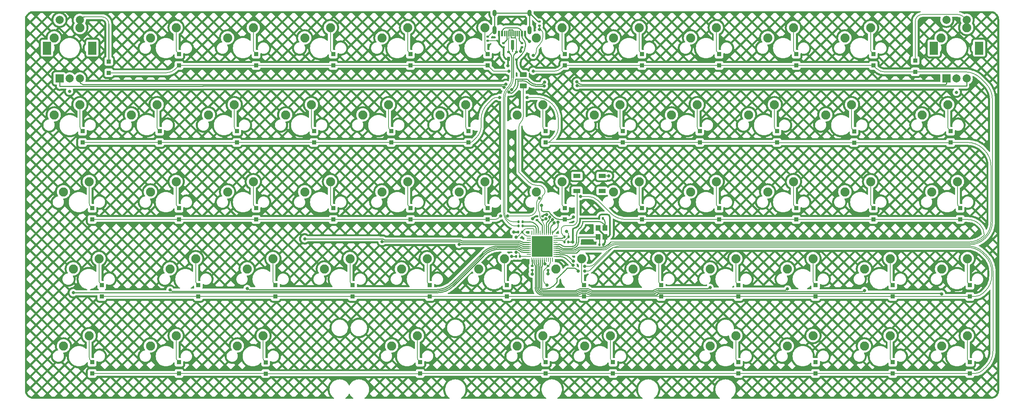
<source format=gbr>
%TF.GenerationSoftware,KiCad,Pcbnew,(6.0.7)*%
%TF.CreationDate,2022-10-09T16:51:20+02:00*%
%TF.ProjectId,the PETER keyboard,74686520-5045-4544-9552-206b6579626f,rev?*%
%TF.SameCoordinates,Original*%
%TF.FileFunction,Copper,L2,Bot*%
%TF.FilePolarity,Positive*%
%FSLAX46Y46*%
G04 Gerber Fmt 4.6, Leading zero omitted, Abs format (unit mm)*
G04 Created by KiCad (PCBNEW (6.0.7)) date 2022-10-09 16:51:20*
%MOMM*%
%LPD*%
G01*
G04 APERTURE LIST*
G04 Aperture macros list*
%AMRoundRect*
0 Rectangle with rounded corners*
0 $1 Rounding radius*
0 $2 $3 $4 $5 $6 $7 $8 $9 X,Y pos of 4 corners*
0 Add a 4 corners polygon primitive as box body*
4,1,4,$2,$3,$4,$5,$6,$7,$8,$9,$2,$3,0*
0 Add four circle primitives for the rounded corners*
1,1,$1+$1,$2,$3*
1,1,$1+$1,$4,$5*
1,1,$1+$1,$6,$7*
1,1,$1+$1,$8,$9*
0 Add four rect primitives between the rounded corners*
20,1,$1+$1,$2,$3,$4,$5,0*
20,1,$1+$1,$4,$5,$6,$7,0*
20,1,$1+$1,$6,$7,$8,$9,0*
20,1,$1+$1,$8,$9,$2,$3,0*%
G04 Aperture macros list end*
%TA.AperFunction,ComponentPad*%
%ADD10C,2.250000*%
%TD*%
%TA.AperFunction,ComponentPad*%
%ADD11R,2.000000X2.000000*%
%TD*%
%TA.AperFunction,ComponentPad*%
%ADD12C,2.000000*%
%TD*%
%TA.AperFunction,ComponentPad*%
%ADD13R,2.000000X3.200000*%
%TD*%
%TA.AperFunction,SMDPad,CuDef*%
%ADD14R,1.100000X1.100000*%
%TD*%
%TA.AperFunction,SMDPad,CuDef*%
%ADD15RoundRect,0.135000X0.135000X0.185000X-0.135000X0.185000X-0.135000X-0.185000X0.135000X-0.185000X0*%
%TD*%
%TA.AperFunction,SMDPad,CuDef*%
%ADD16RoundRect,0.135000X-0.185000X0.135000X-0.185000X-0.135000X0.185000X-0.135000X0.185000X0.135000X0*%
%TD*%
%TA.AperFunction,SMDPad,CuDef*%
%ADD17RoundRect,0.140000X-0.170000X0.140000X-0.170000X-0.140000X0.170000X-0.140000X0.170000X0.140000X0*%
%TD*%
%TA.AperFunction,SMDPad,CuDef*%
%ADD18RoundRect,0.140000X-0.140000X-0.170000X0.140000X-0.170000X0.140000X0.170000X-0.140000X0.170000X0*%
%TD*%
%TA.AperFunction,SMDPad,CuDef*%
%ADD19R,0.600000X1.450000*%
%TD*%
%TA.AperFunction,SMDPad,CuDef*%
%ADD20R,0.300000X1.450000*%
%TD*%
%TA.AperFunction,ComponentPad*%
%ADD21O,1.000000X1.600000*%
%TD*%
%TA.AperFunction,ComponentPad*%
%ADD22O,1.000000X2.100000*%
%TD*%
%TA.AperFunction,SMDPad,CuDef*%
%ADD23RoundRect,0.135000X-0.135000X-0.185000X0.135000X-0.185000X0.135000X0.185000X-0.135000X0.185000X0*%
%TD*%
%TA.AperFunction,SMDPad,CuDef*%
%ADD24RoundRect,0.140000X0.140000X0.170000X-0.140000X0.170000X-0.140000X-0.170000X0.140000X-0.170000X0*%
%TD*%
%TA.AperFunction,SMDPad,CuDef*%
%ADD25R,1.800000X1.100000*%
%TD*%
%TA.AperFunction,SMDPad,CuDef*%
%ADD26RoundRect,0.250000X-0.625000X0.375000X-0.625000X-0.375000X0.625000X-0.375000X0.625000X0.375000X0*%
%TD*%
%TA.AperFunction,SMDPad,CuDef*%
%ADD27RoundRect,0.140000X0.170000X-0.140000X0.170000X0.140000X-0.170000X0.140000X-0.170000X-0.140000X0*%
%TD*%
%TA.AperFunction,SMDPad,CuDef*%
%ADD28R,0.700000X1.000000*%
%TD*%
%TA.AperFunction,SMDPad,CuDef*%
%ADD29R,0.700000X0.600000*%
%TD*%
%TA.AperFunction,SMDPad,CuDef*%
%ADD30R,1.200000X1.400000*%
%TD*%
%TA.AperFunction,SMDPad,CuDef*%
%ADD31RoundRect,0.062500X-0.062500X0.475000X-0.062500X-0.475000X0.062500X-0.475000X0.062500X0.475000X0*%
%TD*%
%TA.AperFunction,SMDPad,CuDef*%
%ADD32RoundRect,0.062500X-0.475000X0.062500X-0.475000X-0.062500X0.475000X-0.062500X0.475000X0.062500X0*%
%TD*%
%TA.AperFunction,SMDPad,CuDef*%
%ADD33R,5.200000X5.200000*%
%TD*%
%TA.AperFunction,ViaPad*%
%ADD34C,0.800000*%
%TD*%
%TA.AperFunction,Conductor*%
%ADD35C,0.386000*%
%TD*%
%TA.AperFunction,Conductor*%
%ADD36C,0.250000*%
%TD*%
%TA.AperFunction,Conductor*%
%ADD37C,0.200000*%
%TD*%
%TA.AperFunction,Conductor*%
%ADD38C,0.254000*%
%TD*%
G04 APERTURE END LIST*
D10*
%TO.P,MX56,1,COL*%
%TO.N,COL9*%
X212090000Y-130302000D03*
%TO.P,MX56,2,ROW*%
%TO.N,Net-(D56-Pad2)*%
X218440000Y-127762000D03*
%TD*%
%TO.P,MX51,1,COL*%
%TO.N,COL2*%
X76327000Y-130302000D03*
%TO.P,MX51,2,ROW*%
%TO.N,Net-(D51-Pad2)*%
X82677000Y-127762000D03*
%TD*%
%TO.P,MX52,1,COL*%
%TO.N,COL4*%
X114427000Y-130302000D03*
%TO.P,MX52,2,ROW*%
%TO.N,Net-(D52-Pad2)*%
X120777000Y-127762000D03*
%TD*%
%TO.P,MX13,1,COL*%
%TO.N,COL0*%
X31115000Y-73152000D03*
%TO.P,MX13,2,ROW*%
%TO.N,Net-(D13-Pad2)*%
X37465000Y-70612000D03*
%TD*%
%TO.P,MX37,1,COL*%
%TO.N,COL0*%
X35814000Y-111252000D03*
%TO.P,MX37,2,ROW*%
%TO.N,Net-(D37-Pad2)*%
X42164000Y-108712000D03*
%TD*%
%TO.P,MX19,1,COL*%
%TO.N,COL6*%
X145415000Y-73152000D03*
%TO.P,MX19,2,ROW*%
%TO.N,Net-(D19-Pad2)*%
X151765000Y-70612000D03*
%TD*%
%TO.P,MX54,1,COL*%
%TO.N,COL7*%
X162052000Y-130302000D03*
%TO.P,MX54,2,ROW*%
%TO.N,Net-(D54-Pad2)*%
X168402000Y-127762000D03*
%TD*%
%TO.P,MX7,1,COL*%
%TO.N,COL6*%
X150114000Y-54102000D03*
%TO.P,MX7,2,ROW*%
%TO.N,Net-(D7-Pad2)*%
X156464000Y-51562000D03*
%TD*%
%TO.P,MX46,1,COL*%
%TO.N,COL9*%
X212090000Y-111252000D03*
%TO.P,MX46,2,ROW*%
%TO.N,Net-(D46-Pad2)*%
X218440000Y-108712000D03*
%TD*%
D11*
%TO.P,SW1,A,A*%
%TO.N,ROTARY_A*%
X32425000Y-64142000D03*
D12*
%TO.P,SW1,B,B*%
%TO.N,ROTARY_B*%
X37425000Y-64142000D03*
%TO.P,SW1,C,C*%
%TO.N,GND*%
X34925000Y-64142000D03*
D13*
%TO.P,SW1,MP*%
%TO.N,N/C*%
X29325000Y-56642000D03*
X40525000Y-56642000D03*
D12*
%TO.P,SW1,S1,S1*%
%TO.N,Net-(D1-Pad2)*%
X37425000Y-49642000D03*
%TO.P,SW1,S2,S2*%
%TO.N,COL0*%
X32425000Y-49642000D03*
%TD*%
D10*
%TO.P,MX48,1,COL*%
%TO.N,COL11*%
X250190000Y-111252000D03*
%TO.P,MX48,2,ROW*%
%TO.N,Net-(D48-Pad2)*%
X256540000Y-108712000D03*
%TD*%
%TO.P,MX14,1,COL*%
%TO.N,COL1*%
X50165000Y-73152000D03*
%TO.P,MX14,2,ROW*%
%TO.N,Net-(D14-Pad2)*%
X56515000Y-70612000D03*
%TD*%
%TO.P,MX12,1,COL*%
%TO.N,COL11*%
X250063000Y-54102000D03*
%TO.P,MX12,2,ROW*%
%TO.N,Net-(D12-Pad2)*%
X256413000Y-51562000D03*
%TD*%
%TO.P,MX30,1,COL*%
%TO.N,COL5*%
X131064000Y-92202000D03*
%TO.P,MX30,2,ROW*%
%TO.N,Net-(D30-Pad2)*%
X137414000Y-89662000D03*
%TD*%
%TO.P,MX15,1,COL*%
%TO.N,COL2*%
X69215000Y-73152000D03*
%TO.P,MX15,2,ROW*%
%TO.N,Net-(D15-Pad2)*%
X75565000Y-70612000D03*
%TD*%
%TO.P,MX26,1,COL*%
%TO.N,COL1*%
X54864000Y-92202000D03*
%TO.P,MX26,2,ROW*%
%TO.N,Net-(D26-Pad2)*%
X61214000Y-89662000D03*
%TD*%
%TO.P,MX11,1,COL*%
%TO.N,COL10*%
X226314000Y-54102000D03*
%TO.P,MX11,2,ROW*%
%TO.N,Net-(D11-Pad2)*%
X232664000Y-51562000D03*
%TD*%
%TO.P,MX45,1,COL*%
%TO.N,COL8*%
X193040000Y-111252000D03*
%TO.P,MX45,2,ROW*%
%TO.N,Net-(D45-Pad2)*%
X199390000Y-108712000D03*
%TD*%
%TO.P,MX18,1,COL*%
%TO.N,COL5*%
X126365000Y-73152000D03*
%TO.P,MX18,2,ROW*%
%TO.N,Net-(D18-Pad2)*%
X132715000Y-70612000D03*
%TD*%
%TO.P,MX32,1,COL*%
%TO.N,COL7*%
X169164000Y-92202000D03*
%TO.P,MX32,2,ROW*%
%TO.N,Net-(D32-Pad2)*%
X175514000Y-89662000D03*
%TD*%
%TO.P,MX22,1,COL*%
%TO.N,COL9*%
X202565000Y-73152000D03*
%TO.P,MX22,2,ROW*%
%TO.N,Net-(D22-Pad2)*%
X208915000Y-70612000D03*
%TD*%
%TO.P,MX35,1,COL*%
%TO.N,COL10*%
X226314000Y-92202000D03*
%TO.P,MX35,2,ROW*%
%TO.N,Net-(D35-Pad2)*%
X232664000Y-89662000D03*
%TD*%
%TO.P,MX27,1,COL*%
%TO.N,COL2*%
X73914000Y-92202000D03*
%TO.P,MX27,2,ROW*%
%TO.N,Net-(D27-Pad2)*%
X80264000Y-89662000D03*
%TD*%
%TO.P,MX43,1,COL*%
%TO.N,COL6*%
X154940000Y-111252000D03*
%TO.P,MX43,2,ROW*%
%TO.N,Net-(D43-Pad2)*%
X161290000Y-108712000D03*
%TD*%
%TO.P,MX3,1,COL*%
%TO.N,COL2*%
X73914000Y-54102000D03*
%TO.P,MX3,2,ROW*%
%TO.N,Net-(D3-Pad2)*%
X80264000Y-51562000D03*
%TD*%
%TO.P,MX33,1,COL*%
%TO.N,COL8*%
X188214000Y-92202000D03*
%TO.P,MX33,2,ROW*%
%TO.N,Net-(D33-Pad2)*%
X194564000Y-89662000D03*
%TD*%
%TO.P,MX50,1,COL*%
%TO.N,COL1*%
X54864000Y-130302000D03*
%TO.P,MX50,2,ROW*%
%TO.N,Net-(D50-Pad2)*%
X61214000Y-127762000D03*
%TD*%
%TO.P,MX47,1,COL*%
%TO.N,COL10*%
X231140000Y-111252000D03*
%TO.P,MX47,2,ROW*%
%TO.N,Net-(D47-Pad2)*%
X237490000Y-108712000D03*
%TD*%
%TO.P,MX28,1,COL*%
%TO.N,COL3*%
X92964000Y-92202000D03*
%TO.P,MX28,2,ROW*%
%TO.N,Net-(D28-Pad2)*%
X99314000Y-89662000D03*
%TD*%
%TO.P,MX6,1,COL*%
%TO.N,COL5*%
X131064000Y-54102000D03*
%TO.P,MX6,2,ROW*%
%TO.N,Net-(D6-Pad2)*%
X137414000Y-51562000D03*
%TD*%
%TO.P,MX49,1,COL*%
%TO.N,COL0*%
X33401000Y-130302000D03*
%TO.P,MX49,2,ROW*%
%TO.N,Net-(D49-Pad2)*%
X39751000Y-127762000D03*
%TD*%
%TO.P,MX10,1,COL*%
%TO.N,COL9*%
X207264000Y-54102000D03*
%TO.P,MX10,2,ROW*%
%TO.N,Net-(D10-Pad2)*%
X213614000Y-51562000D03*
%TD*%
%TO.P,MX8,1,COL*%
%TO.N,COL7*%
X169164000Y-54102000D03*
%TO.P,MX8,2,ROW*%
%TO.N,Net-(D8-Pad2)*%
X175514000Y-51562000D03*
%TD*%
%TO.P,MX9,1,COL*%
%TO.N,COL8*%
X188214000Y-54102000D03*
%TO.P,MX9,2,ROW*%
%TO.N,Net-(D9-Pad2)*%
X194564000Y-51562000D03*
%TD*%
%TO.P,MX42,1,COL*%
%TO.N,COL5*%
X135890000Y-111252000D03*
%TO.P,MX42,2,ROW*%
%TO.N,Net-(D42-Pad2)*%
X142240000Y-108712000D03*
%TD*%
%TO.P,MX24,1,COL*%
%TO.N,COL11*%
X245364000Y-73152000D03*
%TO.P,MX24,2,ROW*%
%TO.N,Net-(D24-Pad2)*%
X251714000Y-70612000D03*
%TD*%
%TO.P,MX20,1,COL*%
%TO.N,COL7*%
X164465000Y-73152000D03*
%TO.P,MX20,2,ROW*%
%TO.N,Net-(D20-Pad2)*%
X170815000Y-70612000D03*
%TD*%
%TO.P,MX1,1,COL*%
%TO.N,COL0*%
X31115000Y-54102000D03*
%TO.P,MX1,2,ROW*%
%TO.N,Net-(D1-Pad2)*%
X37465000Y-51562000D03*
%TD*%
%TO.P,MX16,1,COL*%
%TO.N,COL3*%
X88265000Y-73152000D03*
%TO.P,MX16,2,ROW*%
%TO.N,Net-(D16-Pad2)*%
X94615000Y-70612000D03*
%TD*%
%TO.P,MX38,1,COL*%
%TO.N,COL1*%
X59690000Y-111252000D03*
%TO.P,MX38,2,ROW*%
%TO.N,Net-(D38-Pad2)*%
X66040000Y-108712000D03*
%TD*%
%TO.P,MX31,1,COL*%
%TO.N,COL6*%
X150114000Y-92202000D03*
%TO.P,MX31,2,ROW*%
%TO.N,Net-(D31-Pad2)*%
X156464000Y-89662000D03*
%TD*%
%TO.P,MX53,1,COL*%
%TO.N,COL5*%
X145415000Y-130302000D03*
%TO.P,MX53,2,ROW*%
%TO.N,Net-(D53-Pad2)*%
X151765000Y-127762000D03*
%TD*%
%TO.P,MX29,1,COL*%
%TO.N,COL4*%
X112014000Y-92202000D03*
%TO.P,MX29,2,ROW*%
%TO.N,Net-(D29-Pad2)*%
X118364000Y-89662000D03*
%TD*%
%TO.P,MX39,1,COL*%
%TO.N,COL2*%
X78740000Y-111252000D03*
%TO.P,MX39,2,ROW*%
%TO.N,Net-(D39-Pad2)*%
X85090000Y-108712000D03*
%TD*%
%TO.P,MX55,1,COL*%
%TO.N,COL8*%
X193040000Y-130302000D03*
%TO.P,MX55,2,ROW*%
%TO.N,Net-(D55-Pad2)*%
X199390000Y-127762000D03*
%TD*%
%TO.P,MX40,1,COL*%
%TO.N,COL3*%
X97790000Y-111252000D03*
%TO.P,MX40,2,ROW*%
%TO.N,Net-(D40-Pad2)*%
X104140000Y-108712000D03*
%TD*%
%TO.P,MX21,1,COL*%
%TO.N,COL8*%
X183515000Y-73152000D03*
%TO.P,MX21,2,ROW*%
%TO.N,Net-(D21-Pad2)*%
X189865000Y-70612000D03*
%TD*%
%TO.P,MX5,1,COL*%
%TO.N,COL4*%
X112014000Y-54102000D03*
%TO.P,MX5,2,ROW*%
%TO.N,Net-(D5-Pad2)*%
X118364000Y-51562000D03*
%TD*%
%TO.P,MX44,1,COL*%
%TO.N,COL7*%
X173990000Y-111252000D03*
%TO.P,MX44,2,ROW*%
%TO.N,Net-(D44-Pad2)*%
X180340000Y-108712000D03*
%TD*%
%TO.P,MX36,1,COL*%
%TO.N,COL11*%
X247777000Y-92202000D03*
%TO.P,MX36,2,ROW*%
%TO.N,Net-(D36-Pad2)*%
X254127000Y-89662000D03*
%TD*%
D11*
%TO.P,SW12,A,A*%
%TO.N,ROTARY_D*%
X251373000Y-64142000D03*
D12*
%TO.P,SW12,B,B*%
%TO.N,ROTARY_C*%
X256373000Y-64142000D03*
%TO.P,SW12,C,C*%
%TO.N,GND*%
X253873000Y-64142000D03*
D13*
%TO.P,SW12,MP*%
%TO.N,N/C*%
X248273000Y-56642000D03*
X259473000Y-56642000D03*
D12*
%TO.P,SW12,S1,S1*%
%TO.N,Net-(D12-Pad2)*%
X256373000Y-49642000D03*
%TO.P,SW12,S2,S2*%
%TO.N,COL11*%
X251373000Y-49642000D03*
%TD*%
D10*
%TO.P,MX4,1,COL*%
%TO.N,COL3*%
X92964000Y-54102000D03*
%TO.P,MX4,2,ROW*%
%TO.N,Net-(D4-Pad2)*%
X99314000Y-51562000D03*
%TD*%
%TO.P,MX25,1,COL*%
%TO.N,COL0*%
X33401000Y-92202000D03*
%TO.P,MX25,2,ROW*%
%TO.N,Net-(D25-Pad2)*%
X39751000Y-89662000D03*
%TD*%
%TO.P,MX17,1,COL*%
%TO.N,COL4*%
X107315000Y-73152000D03*
%TO.P,MX17,2,ROW*%
%TO.N,Net-(D17-Pad2)*%
X113665000Y-70612000D03*
%TD*%
%TO.P,MX41,1,COL*%
%TO.N,COL4*%
X116840000Y-111252000D03*
%TO.P,MX41,2,ROW*%
%TO.N,Net-(D41-Pad2)*%
X123190000Y-108712000D03*
%TD*%
%TO.P,MX34,1,COL*%
%TO.N,COL9*%
X207264000Y-92202000D03*
%TO.P,MX34,2,ROW*%
%TO.N,Net-(D34-Pad2)*%
X213614000Y-89662000D03*
%TD*%
%TO.P,MX58,1,COL*%
%TO.N,COL11*%
X250190000Y-130302000D03*
%TO.P,MX58,2,ROW*%
%TO.N,Net-(D58-Pad2)*%
X256540000Y-127762000D03*
%TD*%
%TO.P,MX2,1,COL*%
%TO.N,COL1*%
X54864000Y-54102000D03*
%TO.P,MX2,2,ROW*%
%TO.N,Net-(D2-Pad2)*%
X61214000Y-51562000D03*
%TD*%
%TO.P,MX57,1,COL*%
%TO.N,COL10*%
X231140000Y-130302000D03*
%TO.P,MX57,2,ROW*%
%TO.N,Net-(D57-Pad2)*%
X237490000Y-127762000D03*
%TD*%
%TO.P,MX23,1,COL*%
%TO.N,COL10*%
X221615000Y-73152000D03*
%TO.P,MX23,2,ROW*%
%TO.N,Net-(D23-Pad2)*%
X227965000Y-70612000D03*
%TD*%
D14*
%TO.P,D40,1,K*%
%TO.N, ROW3*%
X104775000Y-118081200D03*
%TO.P,D40,2,A*%
%TO.N,Net-(D40-Pad2)*%
X104775000Y-115281200D03*
%TD*%
%TO.P,D28,1,K*%
%TO.N,ROW2*%
X100012500Y-99031200D03*
%TO.P,D28,2,A*%
%TO.N,Net-(D28-Pad2)*%
X100012500Y-96231200D03*
%TD*%
D15*
%TO.P,R_reset1,1*%
%TO.N,+5V*%
X158142400Y-103327200D03*
%TO.P,R_reset1,2*%
%TO.N,Net-(R_reset1-Pad2)*%
X157122400Y-103327200D03*
%TD*%
D14*
%TO.P,D21,1,K*%
%TO.N,ROW1*%
X190500000Y-79981200D03*
%TO.P,D21,2,A*%
%TO.N,Net-(D21-Pad2)*%
X190500000Y-77181200D03*
%TD*%
D16*
%TO.P,R_USB2,1*%
%TO.N,Net-(J1-PadB5)*%
X146583400Y-55446200D03*
%TO.P,R_USB2,2*%
%TO.N,GND*%
X146583400Y-56466200D03*
%TD*%
D14*
%TO.P,D26,1,K*%
%TO.N,ROW2*%
X61912500Y-99031200D03*
%TO.P,D26,2,A*%
%TO.N,Net-(D26-Pad2)*%
X61912500Y-96231200D03*
%TD*%
%TO.P,D9,1,K*%
%TO.N,ROW0*%
X195262500Y-60931200D03*
%TO.P,D9,2,A*%
%TO.N,Net-(D9-Pad2)*%
X195262500Y-58131200D03*
%TD*%
%TO.P,D50,1,K*%
%TO.N,ROW4*%
X61912500Y-137131200D03*
%TO.P,D50,2,A*%
%TO.N,Net-(D50-Pad2)*%
X61912500Y-134331200D03*
%TD*%
%TO.P,D44,1,K*%
%TO.N, ROW3*%
X180975000Y-118081200D03*
%TO.P,D44,2,A*%
%TO.N,Net-(D44-Pad2)*%
X180975000Y-115281200D03*
%TD*%
%TO.P,D45,1,K*%
%TO.N, ROW3*%
X200025000Y-118081200D03*
%TO.P,D45,2,A*%
%TO.N,Net-(D45-Pad2)*%
X200025000Y-115281200D03*
%TD*%
%TO.P,D17,1,K*%
%TO.N,ROW1*%
X114300000Y-79981200D03*
%TO.P,D17,2,A*%
%TO.N,Net-(D17-Pad2)*%
X114300000Y-77181200D03*
%TD*%
%TO.P,D52,1,K*%
%TO.N,ROW4*%
X121443800Y-137131200D03*
%TO.P,D52,2,A*%
%TO.N,Net-(D52-Pad2)*%
X121443800Y-134331200D03*
%TD*%
%TO.P,D58,1,K*%
%TO.N,ROW4*%
X257175000Y-137131200D03*
%TO.P,D58,2,A*%
%TO.N,Net-(D58-Pad2)*%
X257175000Y-134331200D03*
%TD*%
D16*
%TO.P,R_HWB/PE2,1*%
%TO.N,Net-(R_HWB/PE2-Pad1)*%
X149123400Y-110513400D03*
%TO.P,R_HWB/PE2,2*%
%TO.N,GND*%
X149123400Y-111533400D03*
%TD*%
D14*
%TO.P,D38,1,K*%
%TO.N, ROW3*%
X66675000Y-118081200D03*
%TO.P,D38,2,A*%
%TO.N,Net-(D38-Pad2)*%
X66675000Y-115281200D03*
%TD*%
D17*
%TO.P,C_Decoupler1,1*%
%TO.N,+5V*%
X153060400Y-110543400D03*
%TO.P,C_Decoupler1,2*%
%TO.N,GND*%
X153060400Y-111503400D03*
%TD*%
D18*
%TO.P,C_crystal2,1*%
%TO.N,GND*%
X165610600Y-98769600D03*
%TO.P,C_crystal2,2*%
%TO.N,Net-(C_crystal2-Pad2)*%
X166570600Y-98769600D03*
%TD*%
D14*
%TO.P,D35,1,K*%
%TO.N,ROW2*%
X233362500Y-99031200D03*
%TO.P,D35,2,A*%
%TO.N,Net-(D35-Pad2)*%
X233362500Y-96231200D03*
%TD*%
D19*
%TO.P,J1,A1,GND*%
%TO.N,GND*%
X140895000Y-53067000D03*
%TO.P,J1,A4,VBUS*%
%TO.N,VCC*%
X141695000Y-53067000D03*
D20*
%TO.P,J1,A5,CC1*%
%TO.N,Net-(J1-PadA5)*%
X142895000Y-53067000D03*
%TO.P,J1,A6,D+*%
%TO.N,D+*%
X143895000Y-53067000D03*
%TO.P,J1,A7,D-*%
%TO.N,D-*%
X144395000Y-53067000D03*
%TO.P,J1,A8,SBU1*%
%TO.N,unconnected-(J1-PadA8)*%
X145395000Y-53067000D03*
D19*
%TO.P,J1,A9,VBUS*%
%TO.N,VCC*%
X146595000Y-53067000D03*
%TO.P,J1,A12,GND*%
%TO.N,GND*%
X147395000Y-53067000D03*
%TO.P,J1,B1,GND*%
X147395000Y-53067000D03*
%TO.P,J1,B4,VBUS*%
%TO.N,VCC*%
X146595000Y-53067000D03*
D20*
%TO.P,J1,B5,CC2*%
%TO.N,Net-(J1-PadB5)*%
X145895000Y-53067000D03*
%TO.P,J1,B6,D+*%
%TO.N,D+*%
X144895000Y-53067000D03*
%TO.P,J1,B7,D-*%
%TO.N,D-*%
X143395000Y-53067000D03*
%TO.P,J1,B8,SBU2*%
%TO.N,unconnected-(J1-PadB8)*%
X142395000Y-53067000D03*
D19*
%TO.P,J1,B9,VBUS*%
%TO.N,VCC*%
X141695000Y-53067000D03*
%TO.P,J1,B12,GND*%
%TO.N,GND*%
X140895000Y-53067000D03*
D21*
%TO.P,J1,S1,SHIELD*%
%TO.N,Net-(C_USBSHIELD1-Pad1)*%
X148465000Y-47972000D03*
X139825000Y-47972000D03*
D22*
X139825000Y-52152000D03*
X148465000Y-52152000D03*
%TD*%
D14*
%TO.P,D23,1,K*%
%TO.N,ROW1*%
X228600000Y-80013000D03*
%TO.P,D23,2,A*%
%TO.N,Net-(D23-Pad2)*%
X228600000Y-77213000D03*
%TD*%
%TO.P,D42,1,K*%
%TO.N, ROW3*%
X142875000Y-118081200D03*
%TO.P,D42,2,A*%
%TO.N,Net-(D42-Pad2)*%
X142875000Y-115281200D03*
%TD*%
%TO.P,D47,1,K*%
%TO.N, ROW3*%
X238125000Y-118081200D03*
%TO.P,D47,2,A*%
%TO.N,Net-(D47-Pad2)*%
X238125000Y-115281200D03*
%TD*%
%TO.P,D4,1,K*%
%TO.N,ROW0*%
X100012500Y-60931200D03*
%TO.P,D4,2,A*%
%TO.N,Net-(D4-Pad2)*%
X100012500Y-58131200D03*
%TD*%
%TO.P,D3,1,K*%
%TO.N,ROW0*%
X80962500Y-60931200D03*
%TO.P,D3,2,A*%
%TO.N,Net-(D3-Pad2)*%
X80962500Y-58131200D03*
%TD*%
D23*
%TO.P,R_USB3,1*%
%TO.N,D-*%
X145717800Y-100660200D03*
%TO.P,R_USB3,2*%
%TO.N,Net-(R_USB3-Pad2)*%
X146737800Y-100660200D03*
%TD*%
D16*
%TO.P,R_USB1,1*%
%TO.N,Net-(J1-PadA5)*%
X141986000Y-55420800D03*
%TO.P,R_USB1,2*%
%TO.N,GND*%
X141986000Y-56440800D03*
%TD*%
D14*
%TO.P,D27,1,K*%
%TO.N,ROW2*%
X80962500Y-99031200D03*
%TO.P,D27,2,A*%
%TO.N,Net-(D27-Pad2)*%
X80962500Y-96231200D03*
%TD*%
%TO.P,D12,1,K*%
%TO.N,ROW0*%
X243681300Y-62518700D03*
%TO.P,D12,2,A*%
%TO.N,Net-(D12-Pad2)*%
X243681300Y-59718700D03*
%TD*%
D24*
%TO.P,C_Decoupler2,1*%
%TO.N,+5V*%
X146072800Y-108178600D03*
%TO.P,C_Decoupler2,2*%
%TO.N,GND*%
X145112800Y-108178600D03*
%TD*%
D14*
%TO.P,D1,1,K*%
%TO.N,ROW0*%
X44577000Y-62741000D03*
%TO.P,D1,2,A*%
%TO.N,Net-(D1-Pad2)*%
X44577000Y-59941000D03*
%TD*%
%TO.P,D37,1,K*%
%TO.N, ROW3*%
X42862500Y-118081200D03*
%TO.P,D37,2,A*%
%TO.N,Net-(D37-Pad2)*%
X42862500Y-115281200D03*
%TD*%
D25*
%TO.P,SW2,1,1*%
%TO.N,GND*%
X166371200Y-88269200D03*
%TO.P,SW2,2,2*%
%TO.N,Net-(R_reset1-Pad2)*%
X160171200Y-91969200D03*
%TO.P,SW2,3*%
%TO.N,N/C*%
X166371200Y-91969200D03*
%TO.P,SW2,4*%
X160171200Y-88269200D03*
%TD*%
D14*
%TO.P,D39,1,K*%
%TO.N, ROW3*%
X85725000Y-118081200D03*
%TO.P,D39,2,A*%
%TO.N,Net-(D39-Pad2)*%
X85725000Y-115281200D03*
%TD*%
D23*
%TO.P,R_USB4,1*%
%TO.N,D+*%
X145717800Y-99593400D03*
%TO.P,R_USB4,2*%
%TO.N,Net-(R_USB4-Pad2)*%
X146737800Y-99593400D03*
%TD*%
D14*
%TO.P,D11,1,K*%
%TO.N,ROW0*%
X233362500Y-60931200D03*
%TO.P,D11,2,A*%
%TO.N,Net-(D11-Pad2)*%
X233362500Y-58131200D03*
%TD*%
%TO.P,D51,1,K*%
%TO.N,ROW4*%
X83312000Y-137163000D03*
%TO.P,D51,2,A*%
%TO.N,Net-(D51-Pad2)*%
X83312000Y-134363000D03*
%TD*%
D26*
%TO.P,F_USBC1,1*%
%TO.N,VCC*%
X146913600Y-63217600D03*
%TO.P,F_USBC1,2*%
%TO.N,+5V*%
X146913600Y-66017600D03*
%TD*%
D16*
%TO.P,R_USBSHIELD1,1*%
%TO.N,Net-(C_USBSHIELD1-Pad1)*%
X138150600Y-53795200D03*
%TO.P,R_USBSHIELD1,2*%
%TO.N,GND*%
X138150600Y-54815200D03*
%TD*%
D14*
%TO.P,D33,1,K*%
%TO.N,ROW2*%
X195262500Y-99031200D03*
%TO.P,D33,2,A*%
%TO.N,Net-(D33-Pad2)*%
X195262500Y-96231200D03*
%TD*%
%TO.P,D7,1,K*%
%TO.N,ROW0*%
X157162500Y-60931200D03*
%TO.P,D7,2,A*%
%TO.N,Net-(D7-Pad2)*%
X157162500Y-58131200D03*
%TD*%
%TO.P,D41,1,K*%
%TO.N, ROW3*%
X123825000Y-118081200D03*
%TO.P,D41,2,A*%
%TO.N,Net-(D41-Pad2)*%
X123825000Y-115281200D03*
%TD*%
%TO.P,D43,1,K*%
%TO.N, ROW3*%
X161925000Y-118081200D03*
%TO.P,D43,2,A*%
%TO.N,Net-(D43-Pad2)*%
X161925000Y-115281200D03*
%TD*%
D27*
%TO.P,C_UCAP1,1*%
%TO.N,Net-(C_UCAP1-Pad1)*%
X150317200Y-99184400D03*
%TO.P,C_UCAP1,2*%
%TO.N,GND*%
X150317200Y-98224400D03*
%TD*%
D14*
%TO.P,D57,1,K*%
%TO.N,ROW4*%
X238125000Y-137131200D03*
%TO.P,D57,2,A*%
%TO.N,Net-(D57-Pad2)*%
X238125000Y-134331200D03*
%TD*%
D24*
%TO.P,C_Decoupler5,1*%
%TO.N,+5V*%
X146657000Y-102108000D03*
%TO.P,C_Decoupler5,2*%
%TO.N,GND*%
X145697000Y-102108000D03*
%TD*%
D14*
%TO.P,D13,1,K*%
%TO.N,ROW1*%
X38100000Y-79981200D03*
%TO.P,D13,2,A*%
%TO.N,Net-(D13-Pad2)*%
X38100000Y-77181200D03*
%TD*%
D24*
%TO.P,C_crystal1,1*%
%TO.N,GND*%
X166697600Y-105272000D03*
%TO.P,C_crystal1,2*%
%TO.N,Net-(C_crystal1-Pad2)*%
X165737600Y-105272000D03*
%TD*%
D14*
%TO.P,D10,1,K*%
%TO.N,ROW0*%
X214312500Y-60931200D03*
%TO.P,D10,2,A*%
%TO.N,Net-(D10-Pad2)*%
X214312500Y-58131200D03*
%TD*%
%TO.P,D16,1,K*%
%TO.N,ROW1*%
X95250000Y-79981200D03*
%TO.P,D16,2,A*%
%TO.N,Net-(D16-Pad2)*%
X95250000Y-77181200D03*
%TD*%
%TO.P,D25,1,K*%
%TO.N,ROW2*%
X40481300Y-99031200D03*
%TO.P,D25,2,A*%
%TO.N,Net-(D25-Pad2)*%
X40481300Y-96231200D03*
%TD*%
%TO.P,D32,1,K*%
%TO.N,ROW2*%
X176212500Y-99031200D03*
%TO.P,D32,2,A*%
%TO.N,Net-(D32-Pad2)*%
X176212500Y-96231200D03*
%TD*%
%TO.P,D8,1,K*%
%TO.N,ROW0*%
X176212500Y-60931200D03*
%TO.P,D8,2,A*%
%TO.N,Net-(D8-Pad2)*%
X176212500Y-58131200D03*
%TD*%
%TO.P,D48,1,K*%
%TO.N, ROW3*%
X257175000Y-118081200D03*
%TO.P,D48,2,A*%
%TO.N,Net-(D48-Pad2)*%
X257175000Y-115281200D03*
%TD*%
D28*
%TO.P,D59,1,GND*%
%TO.N,GND*%
X143272000Y-59271600D03*
D29*
%TO.P,D59,2,I/O1*%
%TO.N,D-*%
X143272000Y-57571600D03*
%TO.P,D59,3,I/O2*%
%TO.N,D+*%
X145272000Y-57571600D03*
%TO.P,D59,4,VCC*%
%TO.N,VCC*%
X145272000Y-59471600D03*
%TD*%
D17*
%TO.P,C_USBSHIELD1,1*%
%TO.N,Net-(C_USBSHIELD1-Pad1)*%
X150901400Y-50116800D03*
%TO.P,C_USBSHIELD1,2*%
%TO.N,GND*%
X150901400Y-51076800D03*
%TD*%
D14*
%TO.P,D56,1,K*%
%TO.N,ROW4*%
X219075000Y-137131200D03*
%TO.P,D56,2,A*%
%TO.N,Net-(D56-Pad2)*%
X219075000Y-134331200D03*
%TD*%
%TO.P,D30,1,K*%
%TO.N,ROW2*%
X138112500Y-99031200D03*
%TO.P,D30,2,A*%
%TO.N,Net-(D30-Pad2)*%
X138112500Y-96231200D03*
%TD*%
%TO.P,D22,1,K*%
%TO.N,ROW1*%
X209550000Y-79981200D03*
%TO.P,D22,2,A*%
%TO.N,Net-(D22-Pad2)*%
X209550000Y-77181200D03*
%TD*%
%TO.P,D53,1,K*%
%TO.N,ROW4*%
X152400000Y-137131200D03*
%TO.P,D53,2,A*%
%TO.N,Net-(D53-Pad2)*%
X152400000Y-134331200D03*
%TD*%
%TO.P,D34,1,K*%
%TO.N,ROW2*%
X214312500Y-99031200D03*
%TO.P,D34,2,A*%
%TO.N,Net-(D34-Pad2)*%
X214312500Y-96231200D03*
%TD*%
D30*
%TO.P,Y1,1,1*%
%TO.N,Net-(C_crystal1-Pad2)*%
X165367600Y-103324000D03*
%TO.P,Y1,2,2*%
%TO.N,GND*%
X165367600Y-101124000D03*
%TO.P,Y1,3,3*%
%TO.N,Net-(C_crystal2-Pad2)*%
X167067600Y-101124000D03*
%TO.P,Y1,4,4*%
%TO.N,GND*%
X167067600Y-103324000D03*
%TD*%
D14*
%TO.P,D6,1,K*%
%TO.N,ROW0*%
X138112500Y-60931200D03*
%TO.P,D6,2,A*%
%TO.N,Net-(D6-Pad2)*%
X138112500Y-58131200D03*
%TD*%
%TO.P,D18,1,K*%
%TO.N,ROW1*%
X133350000Y-79981200D03*
%TO.P,D18,2,A*%
%TO.N,Net-(D18-Pad2)*%
X133350000Y-77181200D03*
%TD*%
D27*
%TO.P,C_Decoupler4,1*%
%TO.N,+5V*%
X151638000Y-99184400D03*
%TO.P,C_Decoupler4,2*%
%TO.N,GND*%
X151638000Y-98224400D03*
%TD*%
D14*
%TO.P,D19,1,K*%
%TO.N,ROW1*%
X152400000Y-79981200D03*
%TO.P,D19,2,A*%
%TO.N,Net-(D19-Pad2)*%
X152400000Y-77181200D03*
%TD*%
D18*
%TO.P,C_Decoupler3,1*%
%TO.N,+5V*%
X157101600Y-104622600D03*
%TO.P,C_Decoupler3,2*%
%TO.N,GND*%
X158061600Y-104622600D03*
%TD*%
D14*
%TO.P,D46,1,K*%
%TO.N, ROW3*%
X219075000Y-118081200D03*
%TO.P,D46,2,A*%
%TO.N,Net-(D46-Pad2)*%
X219075000Y-115281200D03*
%TD*%
%TO.P,D31,1,K*%
%TO.N,ROW2*%
X157162500Y-99031200D03*
%TO.P,D31,2,A*%
%TO.N,Net-(D31-Pad2)*%
X157162500Y-96231200D03*
%TD*%
%TO.P,D29,1,K*%
%TO.N,ROW2*%
X119062500Y-99031200D03*
%TO.P,D29,2,A*%
%TO.N,Net-(D29-Pad2)*%
X119062500Y-96231200D03*
%TD*%
%TO.P,D54,1,K*%
%TO.N,ROW4*%
X169068800Y-137131200D03*
%TO.P,D54,2,A*%
%TO.N,Net-(D54-Pad2)*%
X169068800Y-134331200D03*
%TD*%
%TO.P,D2,1,K*%
%TO.N,ROW0*%
X61912500Y-60931200D03*
%TO.P,D2,2,A*%
%TO.N,Net-(D2-Pad2)*%
X61912500Y-58131200D03*
%TD*%
%TO.P,D5,1,K*%
%TO.N,ROW0*%
X119062500Y-60931200D03*
%TO.P,D5,2,A*%
%TO.N,Net-(D5-Pad2)*%
X119062500Y-58131200D03*
%TD*%
%TO.P,D24,1,K*%
%TO.N,ROW1*%
X252412500Y-79981200D03*
%TO.P,D24,2,A*%
%TO.N,Net-(D24-Pad2)*%
X252412500Y-77181200D03*
%TD*%
%TO.P,D20,1,K*%
%TO.N,ROW1*%
X171450000Y-79981200D03*
%TO.P,D20,2,A*%
%TO.N,Net-(D20-Pad2)*%
X171450000Y-77181200D03*
%TD*%
%TO.P,D36,1,K*%
%TO.N,ROW2*%
X254793800Y-99031200D03*
%TO.P,D36,2,A*%
%TO.N,Net-(D36-Pad2)*%
X254793800Y-96231200D03*
%TD*%
%TO.P,D14,1,K*%
%TO.N,ROW1*%
X57150000Y-79981200D03*
%TO.P,D14,2,A*%
%TO.N,Net-(D14-Pad2)*%
X57150000Y-77181200D03*
%TD*%
%TO.P,D49,1,K*%
%TO.N,ROW4*%
X40481300Y-137131200D03*
%TO.P,D49,2,A*%
%TO.N,Net-(D49-Pad2)*%
X40481300Y-134331200D03*
%TD*%
%TO.P,D55,1,K*%
%TO.N,ROW4*%
X200025000Y-137131200D03*
%TO.P,D55,2,A*%
%TO.N,Net-(D55-Pad2)*%
X200025000Y-134331200D03*
%TD*%
D31*
%TO.P,U1,1,PE6*%
%TO.N,unconnected-(U1-Pad1)*%
X149087200Y-102326500D03*
%TO.P,U1,2,UVCC*%
%TO.N,+5V*%
X149587200Y-102326500D03*
%TO.P,U1,3,D-*%
%TO.N,Net-(R_USB3-Pad2)*%
X150087200Y-102326500D03*
%TO.P,U1,4,D+*%
%TO.N,Net-(R_USB4-Pad2)*%
X150587200Y-102326500D03*
%TO.P,U1,5,UGND*%
%TO.N,GND*%
X151087200Y-102326500D03*
%TO.P,U1,6,UCAP*%
%TO.N,Net-(C_UCAP1-Pad1)*%
X151587200Y-102326500D03*
%TO.P,U1,7,VBUS*%
%TO.N,+5V*%
X152087200Y-102326500D03*
%TO.P,U1,8,PB0*%
%TO.N,ROTARY_A*%
X152587200Y-102326500D03*
%TO.P,U1,9,PB1*%
%TO.N,ROTARY_B*%
X153087200Y-102326500D03*
%TO.P,U1,10,PB2*%
%TO.N,ROTARY_D*%
X153587200Y-102326500D03*
%TO.P,U1,11,PB3*%
%TO.N,ROTARY_C*%
X154087200Y-102326500D03*
D32*
%TO.P,U1,12,PB7*%
%TO.N,unconnected-(U1-Pad12)*%
X154924700Y-103164000D03*
%TO.P,U1,13,~{RESET}*%
%TO.N,Net-(R_reset1-Pad2)*%
X154924700Y-103664000D03*
%TO.P,U1,14,VCC*%
%TO.N,+5V*%
X154924700Y-104164000D03*
%TO.P,U1,15,GND*%
%TO.N,GND*%
X154924700Y-104664000D03*
%TO.P,U1,16,XTAL2*%
%TO.N,Net-(C_crystal2-Pad2)*%
X154924700Y-105164000D03*
%TO.P,U1,17,XTAL1*%
%TO.N,Net-(C_crystal1-Pad2)*%
X154924700Y-105664000D03*
%TO.P,U1,18,PD0*%
%TO.N,ROW2*%
X154924700Y-106164000D03*
%TO.P,U1,19,PD1*%
%TO.N,ROW1*%
X154924700Y-106664000D03*
%TO.P,U1,20,PD2*%
%TO.N,ROW0*%
X154924700Y-107164000D03*
%TO.P,U1,21,PD3*%
%TO.N,ROW4*%
X154924700Y-107664000D03*
%TO.P,U1,22,PD5*%
%TO.N, ROW3*%
X154924700Y-108164000D03*
D31*
%TO.P,U1,23,GND*%
%TO.N,GND*%
X154087200Y-109001500D03*
%TO.P,U1,24,AVCC*%
%TO.N,+5V*%
X153587200Y-109001500D03*
%TO.P,U1,25,PD4*%
%TO.N,unconnected-(U1-Pad25)*%
X153087200Y-109001500D03*
%TO.P,U1,26,PD6*%
%TO.N,unconnected-(U1-Pad26)*%
X152587200Y-109001500D03*
%TO.P,U1,27,PD7*%
%TO.N,COL6*%
X152087200Y-109001500D03*
%TO.P,U1,28,PB4*%
%TO.N,COL7*%
X151587200Y-109001500D03*
%TO.P,U1,29,PB5*%
%TO.N,COL8*%
X151087200Y-109001500D03*
%TO.P,U1,30,PB6*%
%TO.N,COL9*%
X150587200Y-109001500D03*
%TO.P,U1,31,PC6*%
%TO.N,COL10*%
X150087200Y-109001500D03*
%TO.P,U1,32,PC7*%
%TO.N,COL11*%
X149587200Y-109001500D03*
%TO.P,U1,33,~{HWB}/PE2*%
%TO.N,Net-(R_HWB/PE2-Pad1)*%
X149087200Y-109001500D03*
D32*
%TO.P,U1,34,VCC*%
%TO.N,+5V*%
X148249700Y-108164000D03*
%TO.P,U1,35,GND*%
%TO.N,GND*%
X148249700Y-107664000D03*
%TO.P,U1,36,PF7*%
%TO.N,COL0*%
X148249700Y-107164000D03*
%TO.P,U1,37,PF6*%
%TO.N,COL1*%
X148249700Y-106664000D03*
%TO.P,U1,38,PF5*%
%TO.N,COL2*%
X148249700Y-106164000D03*
%TO.P,U1,39,PF4*%
%TO.N,COL5*%
X148249700Y-105664000D03*
%TO.P,U1,40,PF1*%
%TO.N,COL4*%
X148249700Y-105164000D03*
%TO.P,U1,41,PF0*%
%TO.N,COL3*%
X148249700Y-104664000D03*
%TO.P,U1,42,AREF*%
%TO.N,unconnected-(U1-Pad42)*%
X148249700Y-104164000D03*
%TO.P,U1,43,GND*%
%TO.N,GND*%
X148249700Y-103664000D03*
%TO.P,U1,44,AVCC*%
%TO.N,+5V*%
X148249700Y-103164000D03*
D33*
%TO.P,U1,45,GND*%
%TO.N,GND*%
X151587200Y-105664000D03*
%TD*%
D14*
%TO.P,D15,1,K*%
%TO.N,ROW1*%
X76200000Y-79981200D03*
%TO.P,D15,2,A*%
%TO.N,Net-(D15-Pad2)*%
X76200000Y-77181200D03*
%TD*%
D34*
%TO.N,GND*%
X148488400Y-55016400D03*
X253847600Y-67564000D03*
X150901400Y-52044600D03*
X159156400Y-104622600D03*
X153060400Y-112445800D03*
X143103600Y-60960000D03*
X152704800Y-97808500D03*
X149123400Y-112547400D03*
X34899600Y-67310000D03*
X149352000Y-58420000D03*
X144068800Y-108178600D03*
X167970200Y-88265000D03*
X149182921Y-98868900D03*
X146246001Y-57473001D03*
X144526000Y-102108000D03*
%TO.N,+5V*%
X157581600Y-101955600D03*
X152755600Y-115265200D03*
X145186400Y-107137200D03*
X145161000Y-103378000D03*
X152552400Y-98856800D03*
%TO.N,ROW0*%
X143383000Y-62357000D03*
X149352000Y-62357000D03*
%TO.N,ROW1*%
X147878800Y-68834000D03*
X141097000Y-68834000D03*
%TO.N,ROW2*%
X150876000Y-93726000D03*
X141351000Y-98171000D03*
X151384000Y-95504000D03*
X143002000Y-98171000D03*
X159258000Y-98425000D03*
X161036000Y-93345000D03*
%TO.N, ROW3*%
X162052000Y-111760000D03*
X159207200Y-110395300D03*
%TO.N,ROW4*%
X159258000Y-109372400D03*
X162052000Y-110591600D03*
%TO.N,COL0*%
X35814000Y-117144800D03*
%TO.N,COL1*%
X59690000Y-116491300D03*
%TO.N,COL2*%
X78740000Y-116110300D03*
%TO.N,COL3*%
X92964000Y-103835200D03*
%TO.N,COL4*%
X112064800Y-104495600D03*
%TO.N,COL5*%
X131064000Y-105206800D03*
%TO.N,COL6*%
X152263590Y-110011009D03*
%TO.N,COL7*%
X160477200Y-111760000D03*
%TO.N,COL8*%
X193040000Y-115856300D03*
%TO.N,COL9*%
X212128255Y-116242700D03*
%TO.N,COL10*%
X231140000Y-116623700D03*
%TO.N,COL11*%
X250190000Y-117454700D03*
%TO.N,ROTARY_A*%
X142147105Y-66363257D03*
X143362864Y-67558736D03*
X153456768Y-98431215D03*
X152111391Y-65965267D03*
%TO.N,ROTARY_B*%
X142646400Y-65582800D03*
X144018000Y-66903600D03*
X154139907Y-99057097D03*
X152147373Y-65039464D03*
%TO.N,ROTARY_D*%
X160161570Y-65013950D03*
X154584454Y-99869984D03*
%TO.N,ROTARY_C*%
X160223200Y-65938400D03*
X155498800Y-99720400D03*
%TD*%
D35*
%TO.N,GND*%
X159156400Y-104622600D02*
X159143700Y-104609900D01*
X144526000Y-102108000D02*
X145697000Y-102108000D01*
X159990506Y-100994493D02*
X160459987Y-100525012D01*
X153060400Y-112445800D02*
X153060400Y-111503400D01*
X142393738Y-59030938D02*
X142221300Y-58858500D01*
X140895000Y-55014000D02*
X140895000Y-53067000D01*
X160909000Y-98831738D02*
X160909000Y-99441000D01*
D36*
X149123400Y-112547400D02*
X149123400Y-111533400D01*
D37*
X149352000Y-58420000D02*
X149479000Y-58420000D01*
D35*
X167067600Y-103431600D02*
X167067600Y-103216400D01*
X150072310Y-98224400D02*
X150317200Y-98224400D01*
D37*
X151765000Y-53041891D02*
X151765000Y-53823566D01*
X167968100Y-88267100D02*
X167970200Y-88265000D01*
D35*
X151668861Y-98216338D02*
X151868749Y-98016449D01*
X165610600Y-98769600D02*
X165610600Y-98442929D01*
X140895000Y-55372000D02*
X140895000Y-55014000D01*
D37*
X149859999Y-58165999D02*
X149695802Y-58330197D01*
D35*
X166882600Y-105087000D02*
X166697600Y-105272000D01*
X146246001Y-57042176D02*
X146246001Y-57473001D01*
X166991515Y-103032715D02*
X165468292Y-101509492D01*
X159131000Y-104579239D02*
X159131000Y-101536500D01*
D37*
X151041100Y-52044600D02*
X150901400Y-52044600D01*
D35*
X167175200Y-103324000D02*
X167723397Y-103324000D01*
X152704800Y-97808500D02*
X152370785Y-97808500D01*
X165367600Y-101266400D02*
X165367600Y-101124000D01*
X168300400Y-98490728D02*
X168300400Y-102746997D01*
D36*
X159156400Y-104622600D02*
X158061600Y-104622600D01*
D37*
X151279582Y-52143382D02*
X151472900Y-52336700D01*
D35*
X167067600Y-104640370D02*
X167067600Y-103431600D01*
D37*
X150114000Y-57277000D02*
X150114000Y-57552789D01*
D35*
X141986000Y-56541400D02*
X141986000Y-58290435D01*
X151649400Y-98224400D02*
X151638000Y-98224400D01*
X142545500Y-59271600D02*
X143152923Y-59271600D01*
X148488400Y-55016400D02*
X147697641Y-54225641D01*
D37*
X150563012Y-56192987D02*
X150939499Y-55816499D01*
X140310918Y-54815200D02*
X138150600Y-54815200D01*
D35*
X143103600Y-60960000D02*
X143103600Y-59559076D01*
X167563271Y-97753600D02*
X166299929Y-97753600D01*
D37*
X167963030Y-88269200D02*
X166371200Y-88269200D01*
D36*
X150901400Y-52044600D02*
X150901400Y-51076800D01*
D35*
X140479100Y-54777100D02*
X140768427Y-55066427D01*
X149182921Y-98868900D02*
X149654257Y-98397563D01*
D36*
X144068800Y-108178600D02*
X145112800Y-108178600D01*
D35*
X146414700Y-56634899D02*
X146583400Y-56466200D01*
X147395000Y-53495000D02*
X147395000Y-53067000D01*
X141021572Y-55677572D02*
X141713665Y-56369665D01*
X165610600Y-98769600D02*
X160971138Y-98769600D01*
X143103591Y-59559076D02*
G75*
G02*
X143187800Y-59355800I287509J-24D01*
G01*
X168131401Y-103155001D02*
G75*
G02*
X167723397Y-103324000I-408001J408001D01*
G01*
X141021581Y-55677563D02*
G75*
G02*
X140895000Y-55372000I305519J305563D01*
G01*
X151649400Y-98224405D02*
G75*
G03*
X151668860Y-98216337I0J27505D01*
G01*
D37*
X167968091Y-88267091D02*
G75*
G02*
X167963030Y-88269200I-5091J5091D01*
G01*
D35*
X159131000Y-101536500D02*
G75*
G02*
X159448500Y-101219000I317500J0D01*
G01*
X147697638Y-54225644D02*
G75*
G02*
X147395000Y-53495000I730662J730644D01*
G01*
X159143712Y-104609888D02*
G75*
G02*
X159131000Y-104579239I30688J30688D01*
G01*
X140895075Y-55014000D02*
G75*
G02*
X140768427Y-55066427I-74175J0D01*
G01*
X166299929Y-97753613D02*
G75*
G03*
X165812500Y-97955500I-29J-689287D01*
G01*
X142456606Y-59182700D02*
G75*
G03*
X142393737Y-59030939I-214606J0D01*
G01*
X160927189Y-98787789D02*
G75*
G03*
X160909000Y-98831738I43911J-43911D01*
G01*
X146414708Y-56634907D02*
G75*
G03*
X146246001Y-57042176I407292J-407293D01*
G01*
X142456600Y-59182700D02*
G75*
G03*
X142545500Y-59271600I88900J0D01*
G01*
X140768439Y-55066415D02*
G75*
G02*
X140895000Y-55372000I-305639J-305585D01*
G01*
X168131401Y-103155001D02*
G75*
G03*
X168300400Y-102746997I-408001J408001D01*
G01*
D37*
X140402895Y-54777095D02*
G75*
G02*
X140310918Y-54815200I-91995J91995D01*
G01*
D35*
X141885400Y-56440800D02*
G75*
G02*
X141986000Y-56541400I0J-100600D01*
G01*
D37*
X149860003Y-58166003D02*
G75*
G03*
X150114000Y-57552789I-613203J613203D01*
G01*
D35*
X165812491Y-97955491D02*
G75*
G03*
X165610600Y-98442929I487409J-487409D01*
G01*
X166882609Y-105087009D02*
G75*
G03*
X167067600Y-104640370I-446609J446609D01*
G01*
X141885400Y-56440791D02*
G75*
G02*
X141713665Y-56369665I0J242891D01*
G01*
X142221310Y-58858490D02*
G75*
G02*
X141986000Y-58290435I568090J568090D01*
G01*
X165367605Y-101266400D02*
G75*
G03*
X165468292Y-101509492I343795J0D01*
G01*
D37*
X149479000Y-58420000D02*
G75*
G03*
X149695801Y-58330196I0J306600D01*
G01*
D35*
X159448500Y-101219003D02*
G75*
G03*
X159990506Y-100994493I0J766503D01*
G01*
X167563271Y-97753612D02*
G75*
G02*
X168084500Y-97969500I29J-737088D01*
G01*
X143152923Y-59271544D02*
G75*
G02*
X143187800Y-59355800I-23J-49356D01*
G01*
X167067600Y-103431600D02*
G75*
G02*
X167175200Y-103324000I107600J0D01*
G01*
X160459982Y-100525007D02*
G75*
G03*
X160909000Y-99441000I-1083982J1084007D01*
G01*
X167067600Y-103216400D02*
G75*
G03*
X167175200Y-103324000I107600J0D01*
G01*
X160971138Y-98769617D02*
G75*
G03*
X160927201Y-98787801I-38J-62083D01*
G01*
X149654255Y-98397561D02*
G75*
G02*
X150072310Y-98224400I418045J-418039D01*
G01*
D37*
X150113992Y-57277000D02*
G75*
G02*
X150563012Y-56192987I1533008J0D01*
G01*
D35*
X167067591Y-103216400D02*
G75*
G03*
X166991515Y-103032715I-259791J0D01*
G01*
X152370785Y-97808493D02*
G75*
G03*
X151868749Y-98016449I15J-710007D01*
G01*
X140402900Y-54777100D02*
G75*
G02*
X140479100Y-54777100I38100J-38098D01*
G01*
D37*
X151764984Y-53823566D02*
G75*
G02*
X150939498Y-55816498I-2818384J-34D01*
G01*
X151472898Y-52336702D02*
G75*
G02*
X151765000Y-53041891I-705198J-705198D01*
G01*
D35*
X168084508Y-97969492D02*
G75*
G02*
X168300400Y-98490728I-521208J-521208D01*
G01*
D37*
X151279589Y-52143375D02*
G75*
G03*
X151041100Y-52044600I-238489J-238525D01*
G01*
D38*
%TO.N,Net-(C_crystal1-Pad2)*%
X156790370Y-106197400D02*
X158967021Y-106197400D01*
X165105970Y-103324000D02*
X160620183Y-103324000D01*
X155502629Y-105664000D02*
X154924700Y-105664000D01*
X165737600Y-103955629D02*
X165737600Y-105272000D01*
X160528000Y-104636421D02*
X160528000Y-103416183D01*
X160527994Y-103416183D02*
G75*
G02*
X160555001Y-103351001I92206J-17D01*
G01*
X156790370Y-106197412D02*
G75*
G02*
X156146500Y-105930700I30J910612D01*
G01*
X155502629Y-105663988D02*
G75*
G02*
X156146500Y-105930700I-29J-910612D01*
G01*
X158967021Y-106197408D02*
G75*
G03*
X160070799Y-105740199I-21J1561008D01*
G01*
X160070794Y-105740194D02*
G75*
G03*
X160528000Y-104636421I-1103794J1103794D01*
G01*
X165552609Y-103508991D02*
G75*
G03*
X165105970Y-103324000I-446609J-446609D01*
G01*
X165737587Y-103955629D02*
G75*
G03*
X165552599Y-103509001I-631587J29D01*
G01*
X160620183Y-103323994D02*
G75*
G03*
X160555001Y-103351001I17J-92206D01*
G01*
%TO.N,Net-(C_crystal2-Pad2)*%
X161544000Y-99575778D02*
X161544000Y-100012500D01*
X154928700Y-105160000D02*
X154924700Y-105164000D01*
X166617200Y-100007400D02*
X166832062Y-100222262D01*
X161562778Y-99557000D02*
X165529838Y-99557000D01*
X159109429Y-105689400D02*
X157044370Y-105689400D01*
X160782000Y-101219000D02*
X161229691Y-100771308D01*
X166819100Y-99018100D02*
X166570600Y-98769600D01*
X167067600Y-100790900D02*
X167067600Y-99618032D01*
X155756629Y-105156000D02*
X154938356Y-105156000D01*
X160020000Y-103058630D02*
X160020000Y-104778829D01*
X161544004Y-100012500D02*
G75*
G02*
X161229691Y-100771308I-1073104J0D01*
G01*
X161562778Y-99556991D02*
G75*
G03*
X161549500Y-99562500I22J-18809D01*
G01*
X165529838Y-99556985D02*
G75*
G02*
X166617199Y-100007401I-38J-1537815D01*
G01*
X166819109Y-99018091D02*
G75*
G02*
X167067600Y-99618032I-599909J-599909D01*
G01*
X167067592Y-100790900D02*
G75*
G03*
X166832062Y-100222262I-804192J0D01*
G01*
X155756629Y-105155988D02*
G75*
G02*
X156400500Y-105422700I-29J-910612D01*
G01*
X159753291Y-105422691D02*
G75*
G03*
X160020000Y-104778829I-643891J643891D01*
G01*
X160781991Y-101218991D02*
G75*
G03*
X160020000Y-103058630I1839609J-1839609D01*
G01*
X161543991Y-99575778D02*
G75*
G02*
X161549500Y-99562500I18809J-22D01*
G01*
X157044370Y-105689412D02*
G75*
G02*
X156400500Y-105422700I30J910612D01*
G01*
X167067600Y-100790900D02*
G75*
G02*
X167067600Y-100790900I0J0D01*
G01*
X159753291Y-105422691D02*
G75*
G02*
X159109429Y-105689400I-643891J643891D01*
G01*
X154938356Y-105155953D02*
G75*
G03*
X154928700Y-105160000I44J-13647D01*
G01*
D37*
%TO.N,+5V*%
X152901916Y-110701876D02*
X152864915Y-110738877D01*
X152836067Y-110767726D02*
X152817567Y-110786227D01*
X156318720Y-104164000D02*
X154924700Y-104164000D01*
X152446880Y-111154319D02*
X152169900Y-111431300D01*
X152505330Y-111098464D02*
X152483726Y-111120069D01*
X153120035Y-110483758D02*
X153074754Y-110529038D01*
X146080100Y-108171300D02*
X146074100Y-108177300D01*
X151028000Y-97601524D02*
X151028000Y-98143064D01*
X153323800Y-110280000D02*
X153318139Y-110285659D01*
X153068545Y-110535246D02*
X153010848Y-110592945D01*
X151913789Y-91207789D02*
X151662520Y-90956520D01*
X151892000Y-113964384D02*
X151892000Y-112102209D01*
X153255877Y-110347917D02*
X153272856Y-110330938D01*
X150806150Y-90601800D02*
X150304500Y-90601800D01*
X145427700Y-107137200D02*
X145186400Y-107137200D01*
X152817567Y-110786227D02*
X152776426Y-110827366D01*
X153284177Y-110319618D02*
X153272856Y-110330938D01*
X156872300Y-104393300D02*
X157011585Y-104532585D01*
X158142400Y-102912945D02*
X158142400Y-103327200D01*
X147124861Y-101617338D02*
X147294599Y-101447599D01*
X152273000Y-92133987D02*
X152273000Y-92075000D01*
X152567444Y-111036347D02*
X152562042Y-111041750D01*
X152548538Y-111055254D02*
X152526934Y-111076859D01*
X145821400Y-87307239D02*
X145821400Y-76210302D01*
X152848484Y-110755308D02*
X152844345Y-110759448D01*
X150647400Y-96682675D02*
X150647400Y-95645659D01*
X152459420Y-111144376D02*
X152454019Y-111149779D01*
X152087200Y-100487232D02*
X152087200Y-102326500D01*
X152610655Y-110993137D02*
X152583648Y-111020143D01*
X152844345Y-110759448D02*
X152840206Y-110763587D01*
X146075400Y-107830968D02*
X146075400Y-108174161D01*
X153318139Y-110285659D02*
X153306818Y-110296978D01*
X147108738Y-101656261D02*
X146692001Y-102072998D01*
X157862000Y-102236000D02*
X157581600Y-101955600D01*
X153210598Y-110393196D02*
X153165316Y-110438477D01*
X153000627Y-110603166D02*
X152922486Y-110681307D01*
X146097723Y-108164000D02*
X148249700Y-108164000D01*
X153295498Y-110308298D02*
X153284177Y-110319618D01*
X151906000Y-99184400D02*
X151993151Y-99184400D01*
X152273000Y-114884200D02*
X152618078Y-115229278D01*
X151333000Y-98879400D02*
X151448495Y-98994895D01*
X152470223Y-111133573D02*
X152464820Y-111138976D01*
X152562042Y-111041750D02*
X152556639Y-111047153D01*
X152753787Y-110850006D02*
X152667368Y-110936425D01*
X153068545Y-110535246D02*
X153074754Y-110529038D01*
X147931850Y-103164000D02*
X148249700Y-103164000D01*
X152459420Y-111144376D02*
X152464820Y-111138976D01*
X151638000Y-93254140D02*
X151638000Y-93236070D01*
X153255877Y-110347917D02*
X153210598Y-110393196D01*
X152388600Y-99020600D02*
X152552400Y-98856800D01*
X152526934Y-111076859D02*
X152505330Y-111098464D01*
X152776426Y-110827366D02*
X152753787Y-110850006D01*
X148158154Y-89712754D02*
X145808700Y-87363300D01*
X152454019Y-111149779D02*
X152451319Y-111152480D01*
X152475625Y-111128170D02*
X152483726Y-111120069D01*
X149315770Y-101269800D02*
X147723847Y-101269800D01*
X145839624Y-107307824D02*
X145872200Y-107340400D01*
X151862600Y-99945000D02*
X151827504Y-99909904D01*
X146913600Y-73573497D02*
X146913600Y-66017600D01*
X153010848Y-110592945D02*
X153000627Y-110603166D01*
X153165316Y-110438477D02*
X153120035Y-110483758D01*
X151650777Y-93205222D02*
X151955499Y-92900499D01*
X152864915Y-110738877D02*
X152848484Y-110755308D01*
X152901916Y-110701876D02*
X152922486Y-110681307D01*
X146621998Y-102143001D02*
X145466903Y-103298096D01*
X152567444Y-111036347D02*
X152583648Y-111020143D01*
X152475625Y-111128170D02*
X152470223Y-111133573D01*
X147389246Y-102939246D02*
X146692001Y-102242001D01*
X146621998Y-102143001D02*
X146692001Y-102072998D01*
X152548538Y-111055254D02*
X152556639Y-111047153D01*
X149587200Y-101541229D02*
X149587200Y-102326500D01*
X153587200Y-109644096D02*
X153587200Y-109001500D01*
X145161000Y-103378000D02*
X145274000Y-103378000D01*
X152637662Y-110966131D02*
X152610655Y-110993137D01*
X152667368Y-110936425D02*
X152637662Y-110966131D01*
X152840206Y-110763587D02*
X152836067Y-110767726D01*
X153306818Y-110296978D02*
X153295498Y-110308298D01*
X158142400Y-103327200D02*
X157191614Y-104277985D01*
X152704800Y-115265200D02*
X152755600Y-115265200D01*
X146692002Y-102242000D02*
G75*
G02*
X146657000Y-102157500I84498J84500D01*
G01*
X150837707Y-97142093D02*
G75*
G02*
X151028000Y-97601524I-459407J-459407D01*
G01*
X146692002Y-102072999D02*
G75*
G03*
X146657000Y-102157500I84498J-84501D01*
G01*
X150647384Y-95645659D02*
G75*
G02*
X151142700Y-94449900I1691116J-41D01*
G01*
X145821401Y-76210302D02*
G75*
G02*
X146367500Y-74891900I1864499J2D01*
G01*
X145872191Y-107340409D02*
G75*
G02*
X146075400Y-107830968I-490591J-490591D01*
G01*
X146097723Y-108164010D02*
G75*
G03*
X146080100Y-108171300I-23J-24890D01*
G01*
X150837693Y-97142107D02*
G75*
G02*
X150647400Y-96682675I459407J459407D01*
G01*
X145808700Y-87363300D02*
G75*
G02*
X145808700Y-87337900I12700J12700D01*
G01*
X152451332Y-111152493D02*
G75*
G02*
X152449100Y-111153400I-2232J2293D01*
G01*
X152449100Y-111153388D02*
G75*
G03*
X152446880Y-111154319I0J-3112D01*
G01*
X149315770Y-101269813D02*
G75*
G02*
X149507700Y-101349300I30J-271387D01*
G01*
X157862013Y-102235987D02*
G75*
G02*
X158142400Y-102912945I-676913J-676913D01*
G01*
X151955504Y-92900504D02*
G75*
G03*
X152273000Y-92133987I-766504J766504D01*
G01*
X152273006Y-92075000D02*
G75*
G03*
X151913789Y-91207789I-1226406J0D01*
G01*
X151448497Y-98994893D02*
G75*
G03*
X151906000Y-99184400I457503J457493D01*
G01*
X157191621Y-104277992D02*
G75*
G03*
X157101600Y-104495300I217279J-217308D01*
G01*
X147108734Y-101656257D02*
G75*
G03*
X147116800Y-101636800I-19434J19457D01*
G01*
X157101650Y-104495300D02*
G75*
G02*
X157011585Y-104532585I-52750J0D01*
G01*
X152618087Y-115229269D02*
G75*
G03*
X152704800Y-115265200I86713J86669D01*
G01*
X151892005Y-112102209D02*
G75*
G02*
X152169901Y-111431301I948795J9D01*
G01*
X145821416Y-87307239D02*
G75*
G02*
X145808700Y-87337900I-43416J39D01*
G01*
X145466902Y-103298095D02*
G75*
G02*
X145274000Y-103378000I-192902J192895D01*
G01*
X151028015Y-98143064D02*
G75*
G03*
X151333000Y-98879400I1041285J-36D01*
G01*
X153587198Y-109644096D02*
G75*
G02*
X153323800Y-110280000I-899298J-4D01*
G01*
X150304500Y-90601797D02*
G75*
G02*
X148158154Y-89712754I0J3035397D01*
G01*
X151892007Y-113964384D02*
G75*
G03*
X152273000Y-114884200I1300793J-16D01*
G01*
X151637998Y-99452400D02*
G75*
G03*
X151827504Y-99909904I647002J0D01*
G01*
X147723847Y-101269819D02*
G75*
G03*
X147294600Y-101447600I-47J-606981D01*
G01*
X151638016Y-93254140D02*
G75*
G02*
X151142700Y-94449900I-1691116J40D01*
G01*
X151638002Y-99452400D02*
G75*
G03*
X151448495Y-98994895I-647002J0D01*
G01*
X151993151Y-99184421D02*
G75*
G03*
X152388600Y-99020600I-51J559321D01*
G01*
X151638000Y-99452400D02*
G75*
G02*
X151906000Y-99184400I268000J0D01*
G01*
X152087186Y-100487232D02*
G75*
G03*
X151862600Y-99945000I-766786J32D01*
G01*
X146657006Y-102157500D02*
G75*
G03*
X146621999Y-102143002I-20506J0D01*
G01*
X156318720Y-104163992D02*
G75*
G02*
X156872300Y-104393300I-20J-782908D01*
G01*
X149587187Y-101541229D02*
G75*
G03*
X149507700Y-101349300I-271387J29D01*
G01*
X147116793Y-101636800D02*
G75*
G02*
X147124861Y-101617338I27507J0D01*
G01*
X145839614Y-107307834D02*
G75*
G03*
X145427700Y-107137200I-411914J-411866D01*
G01*
X151637971Y-93236070D02*
G75*
G02*
X151650777Y-93205222I43629J-30D01*
G01*
X146075384Y-108174161D02*
G75*
G02*
X146074100Y-108177300I-4384J-39D01*
G01*
X147931850Y-103163952D02*
G75*
G02*
X147389246Y-102939246I-50J767352D01*
G01*
X146367501Y-74891901D02*
G75*
G03*
X146913600Y-73573497I-1318401J1318401D01*
G01*
X150806150Y-90601839D02*
G75*
G02*
X151662519Y-90956521I50J-1211061D01*
G01*
X146074100Y-108177300D02*
G75*
G02*
X146074100Y-108177300I0J0D01*
G01*
D38*
%TO.N,Net-(C_UCAP1-Pad1)*%
X151566212Y-100433412D02*
X151565350Y-100432550D01*
X151507850Y-100375050D02*
X151510150Y-100377350D01*
X151527687Y-100394887D02*
X151525962Y-100393162D01*
X151551837Y-100419037D02*
X151554712Y-100421912D01*
X151548962Y-100416162D02*
X151551837Y-100419037D01*
X151563050Y-100430250D02*
X151565350Y-100432550D01*
X151452362Y-100319562D02*
X151464437Y-100331637D01*
X151558450Y-100425650D02*
X151560750Y-100427950D01*
X151557012Y-100424212D02*
X151557587Y-100424787D01*
X151483412Y-100350612D02*
X151483987Y-100351187D01*
X151568800Y-100436000D02*
X151568512Y-100435712D01*
X151489450Y-100356650D02*
X151500950Y-100368150D01*
X151556437Y-100423637D02*
X151554712Y-100421912D01*
X151464437Y-100331637D02*
X151476512Y-100343712D01*
X151519350Y-100386550D02*
X151521650Y-100388850D01*
X151482837Y-100350037D02*
X151483412Y-100350612D01*
X151505550Y-100372750D02*
X151500950Y-100368150D01*
X151566787Y-100433987D02*
X151567362Y-100434562D01*
X151567362Y-100434562D02*
X151567937Y-100435137D01*
X151514750Y-100381950D02*
X151517050Y-100384250D01*
X151566212Y-100433412D02*
X151566787Y-100433987D01*
X151521650Y-100388850D02*
X151523950Y-100391150D01*
X151536600Y-100403800D02*
X151545800Y-100413000D01*
X151514750Y-100381950D02*
X151510150Y-100377350D01*
X151587200Y-100480421D02*
X151587200Y-102326500D01*
X151525387Y-100392587D02*
X151525962Y-100393162D01*
X151536600Y-100403800D02*
X151533437Y-100400637D01*
X151517050Y-100384250D02*
X151519350Y-100386550D01*
X151527687Y-100394887D02*
X151530562Y-100397762D01*
X151530562Y-100397762D02*
X151533437Y-100400637D01*
X151556437Y-100423637D02*
X151557012Y-100424212D01*
X151524812Y-100392012D02*
X151525387Y-100392587D01*
X151452362Y-100319562D02*
X151440000Y-100307200D01*
X151403200Y-100270400D02*
X150317200Y-99184400D01*
X151403200Y-100270400D02*
X151440000Y-100307200D01*
X151548962Y-100416162D02*
X151545800Y-100413000D01*
X151567937Y-100435137D02*
X151568512Y-100435712D01*
X151524812Y-100392012D02*
X151523950Y-100391150D01*
X151505550Y-100372750D02*
X151507850Y-100375050D01*
X151558450Y-100425650D02*
X151557587Y-100424787D01*
X151560750Y-100427950D02*
X151563050Y-100430250D01*
X151489450Y-100356650D02*
X151483987Y-100351187D01*
X151476512Y-100343712D02*
X151482837Y-100350037D01*
X151587191Y-100480421D02*
G75*
G03*
X151568800Y-100436000I-62791J21D01*
G01*
D36*
%TO.N,Net-(C_USBSHIELD1-Pad1)*%
X148465000Y-47972000D02*
X148465000Y-52152000D01*
D38*
X150755600Y-50116800D02*
X150901400Y-50116800D01*
X148465000Y-47972000D02*
X150506703Y-50013703D01*
X148465000Y-47972000D02*
X139825000Y-47972000D01*
X139825000Y-52152000D02*
X139825000Y-47972000D01*
D37*
X138192830Y-53784169D02*
X139825000Y-52152000D01*
X138166200Y-53795200D02*
X138150600Y-53795200D01*
D38*
X150506701Y-50013705D02*
G75*
G03*
X150755600Y-50116800I248899J248905D01*
G01*
D37*
X138192838Y-53784177D02*
G75*
G02*
X138166200Y-53795200I-26638J26677D01*
G01*
D38*
%TO.N,ROW0*%
X155974846Y-107340400D02*
X155973799Y-107340400D01*
D37*
X138081054Y-60931200D02*
X138078884Y-60931200D01*
X139473780Y-62257780D02*
X139481717Y-62265717D01*
X138099485Y-60931200D02*
X138096503Y-60931200D01*
D38*
X156639259Y-107340400D02*
X156630877Y-107340400D01*
X160628303Y-106768159D02*
X160432532Y-106963931D01*
X160754308Y-106642151D02*
X160759268Y-106637193D01*
X156042987Y-107340400D02*
X156041270Y-107340400D01*
X157529466Y-107340400D02*
X157378399Y-107340400D01*
D37*
X157349465Y-60931200D02*
X157339359Y-60931200D01*
D38*
X156708602Y-107340400D02*
X156692599Y-107340400D01*
X155985704Y-107340400D02*
X155985419Y-107340400D01*
D37*
X157087965Y-60931200D02*
X157085439Y-60931200D01*
X139466836Y-62250836D02*
X139460883Y-62244883D01*
D38*
X155978131Y-107340400D02*
X155976989Y-107340400D01*
X155774540Y-107175188D02*
X155774644Y-107175292D01*
X156087565Y-107340400D02*
X156095567Y-107340400D01*
D37*
X139107664Y-61891664D02*
X139149336Y-61933336D01*
D38*
X156004134Y-107340400D02*
X155998418Y-107340400D01*
X156021854Y-107340400D02*
X156020716Y-107340400D01*
X160773793Y-106622666D02*
X160771904Y-106624555D01*
D37*
X139377539Y-62161539D02*
X139387461Y-62171461D01*
D38*
X160716517Y-106679941D02*
X160712030Y-106684428D01*
X160761867Y-106634594D02*
X160759268Y-106637193D01*
X160779345Y-106617118D02*
X160779108Y-106617354D01*
X160741670Y-106654787D02*
X160739781Y-106656676D01*
D37*
X139361664Y-62145664D02*
X139367617Y-62151617D01*
D38*
X155774644Y-107175292D02*
X155774748Y-107175396D01*
X160730333Y-106666124D02*
X160728444Y-106668013D01*
D37*
X139367617Y-62151617D02*
X139377539Y-62161539D01*
D38*
X160771313Y-106625144D02*
X160771904Y-106624555D01*
D37*
X139212836Y-61996836D02*
X139214820Y-61998820D01*
D38*
X160776983Y-106619477D02*
X160776274Y-106620186D01*
X155770914Y-107171562D02*
X155772595Y-107173243D01*
D37*
X138088913Y-60931200D02*
X138088371Y-60931200D01*
X157309040Y-60931200D02*
X157298934Y-60931200D01*
D38*
X156538721Y-107340400D02*
X156520338Y-107340400D01*
D37*
X139441039Y-62225039D02*
X139450961Y-62234961D01*
X139357696Y-62141696D02*
X139359680Y-62143680D01*
D38*
X160728444Y-106668013D02*
X160726554Y-106669902D01*
X156316176Y-107340400D02*
X156299414Y-107340400D01*
D37*
X157168814Y-60931200D02*
X157156181Y-60931200D01*
X138111142Y-60931200D02*
X138108160Y-60931200D01*
D38*
X160678727Y-106717730D02*
X160678846Y-106717612D01*
X155766714Y-107167362D02*
X155766766Y-107167414D01*
X160721830Y-106674627D02*
X160716517Y-106679941D01*
X157113032Y-107340400D02*
X157076266Y-107340400D01*
X155766976Y-107167624D02*
X155767081Y-107167729D01*
X155770336Y-107170984D02*
X155770914Y-107171562D01*
D37*
X139450961Y-62234961D02*
X139460883Y-62244883D01*
D38*
X156061265Y-107340400D02*
X156058970Y-107340400D01*
X155783577Y-107184225D02*
X155782421Y-107183069D01*
D37*
X138120088Y-60931200D02*
X138119275Y-60931200D01*
D38*
X155758597Y-107164000D02*
X154924700Y-107164000D01*
D37*
X138127409Y-60931200D02*
X138126595Y-60931200D01*
D38*
X156480192Y-107340400D02*
X156463810Y-107340400D01*
X155777430Y-107178078D02*
X155776589Y-107177237D01*
X156447428Y-107340400D02*
X156407708Y-107340400D01*
X157068266Y-107340400D02*
X157064266Y-107340400D01*
X155778270Y-107178918D02*
X155779110Y-107179758D01*
D37*
X139481717Y-62265717D02*
X139489654Y-62273654D01*
X119062500Y-60931200D02*
X100012500Y-60931200D01*
X195262500Y-60931200D02*
X176212500Y-60931200D01*
D38*
X156611063Y-107340400D02*
X156595060Y-107340400D01*
X160770014Y-106626444D02*
X160769778Y-106626681D01*
X160710023Y-106686435D02*
X160712030Y-106684428D01*
D37*
X139504538Y-62288538D02*
X139506522Y-62290522D01*
D38*
X157190565Y-107340400D02*
X157113032Y-107340400D01*
D37*
X157262297Y-60931200D02*
X157249664Y-60931200D01*
D38*
X156579057Y-107340400D02*
X156572246Y-107340400D01*
X155994700Y-107340400D02*
X155992702Y-107340400D01*
X158292800Y-107340400D02*
X160063432Y-107340400D01*
X155985989Y-107340400D02*
X155985704Y-107340400D01*
X156116519Y-107340400D02*
X156116140Y-107340400D01*
X155983561Y-107340400D02*
X155979560Y-107340400D01*
D37*
X139149336Y-61933336D02*
X139191008Y-61975008D01*
X58822978Y-62741000D02*
X44577000Y-62741000D01*
D38*
X155775749Y-107176397D02*
X155776169Y-107176817D01*
X156024130Y-107340400D02*
X156022992Y-107340400D01*
X155768604Y-107169252D02*
X155768761Y-107169409D01*
D37*
X160432532Y-106925747D02*
X160593656Y-106764624D01*
D38*
X160751590Y-106644868D02*
X160749229Y-106647229D01*
D37*
X138083222Y-60931200D02*
X138081054Y-60931200D01*
X138089455Y-60931200D02*
X138088913Y-60931200D01*
X138091081Y-60931200D02*
X138089455Y-60931200D01*
D38*
X156050979Y-107340400D02*
X156042987Y-107340400D01*
X156056675Y-107340400D02*
X156056399Y-107340400D01*
D37*
X157085439Y-60931200D02*
X157082913Y-60931200D01*
D38*
X160725609Y-106670847D02*
X160726554Y-106669902D01*
X156647641Y-107340400D02*
X156639259Y-107340400D01*
D37*
X139430125Y-62214125D02*
X139441039Y-62225039D01*
X143383000Y-62357000D02*
X139662802Y-62357000D01*
D38*
X160744977Y-106651479D02*
X160744505Y-106651952D01*
X157072266Y-107340400D02*
X157068266Y-107340400D01*
X160698683Y-106697773D02*
X160701045Y-106695412D01*
X156567486Y-107340400D02*
X156557104Y-107340400D01*
X160709550Y-106686908D02*
X160709077Y-106687381D01*
D37*
X138116564Y-60931200D02*
X138113853Y-60931200D01*
D38*
X160777100Y-106619359D02*
X160776983Y-106619477D01*
D37*
X243681300Y-62518700D02*
X236072532Y-62518700D01*
X262737600Y-69259163D02*
X262737600Y-99650836D01*
D38*
X160708604Y-106687853D02*
X160706242Y-106690215D01*
X155768866Y-107169514D02*
X155768971Y-107169619D01*
X156188546Y-107340400D02*
X156185114Y-107340400D01*
D37*
X139509500Y-62293500D02*
X139508507Y-62292507D01*
D38*
X155769286Y-107169934D02*
X155769811Y-107170459D01*
X156299414Y-107340400D02*
X156282652Y-107340400D01*
D37*
X138118191Y-60931200D02*
X138116564Y-60931200D01*
D38*
X156569866Y-107340400D02*
X156567486Y-107340400D01*
D37*
X157809300Y-60931200D02*
X157647600Y-60931200D01*
X157456843Y-60931200D02*
X157454316Y-60931200D01*
D38*
X160779345Y-106617118D02*
X160779464Y-106617000D01*
D37*
X138128493Y-60931200D02*
X138129035Y-60931200D01*
D38*
X155776169Y-107176817D02*
X155776589Y-107177237D01*
X156480192Y-107340400D02*
X156520338Y-107340400D01*
D37*
X154566807Y-62357000D02*
X149352000Y-62357000D01*
D38*
X156056399Y-107340400D02*
X156053551Y-107340400D01*
D37*
X139502554Y-62286554D02*
X139504538Y-62288538D01*
D38*
X156332938Y-107340400D02*
X156316176Y-107340400D01*
X156357223Y-107340400D02*
X156349700Y-107340400D01*
X155775327Y-107175975D02*
X155775749Y-107176397D01*
D37*
X138049877Y-60931200D02*
X138049335Y-60931200D01*
D38*
X155785783Y-107186431D02*
X155787989Y-107188637D01*
X156030273Y-107340400D02*
X156032700Y-107340400D01*
X156041270Y-107340400D02*
X156032700Y-107340400D01*
X156050979Y-107340400D02*
X156053551Y-107340400D01*
X157529466Y-107340400D02*
X157530466Y-107340400D01*
D37*
X80962500Y-60931200D02*
X61912500Y-60931200D01*
D38*
X160658534Y-106737926D02*
X160628303Y-106768159D01*
X155783577Y-107184225D02*
X155785783Y-107186431D01*
D37*
X157168814Y-60931200D02*
X157182710Y-60931200D01*
X139497591Y-62281591D02*
X139500570Y-62284570D01*
D38*
X156065855Y-107340400D02*
X156066993Y-107340400D01*
D37*
X139322967Y-62106967D02*
X139330905Y-62114905D01*
X138126595Y-60931200D02*
X138124426Y-60931200D01*
X157096809Y-60931200D02*
X157093019Y-60931200D01*
X139398375Y-62182375D02*
X139430125Y-62214125D01*
D38*
X156692599Y-107340400D02*
X156659833Y-107340400D01*
D37*
X138078884Y-60931200D02*
X138074547Y-60931200D01*
D38*
X156116140Y-107340400D02*
X156095567Y-107340400D01*
X156358939Y-107340400D02*
X156357223Y-107340400D01*
X156006987Y-107340400D02*
X156004134Y-107340400D01*
X160768596Y-106627863D02*
X160767179Y-106629280D01*
D37*
X138049877Y-60931200D02*
X138055028Y-60931200D01*
D38*
X155768184Y-107168832D02*
X155768604Y-107169252D01*
X156595060Y-107340400D02*
X156579057Y-107340400D01*
D37*
X214312500Y-60931200D02*
X195262500Y-60931200D01*
D38*
X155995846Y-107340400D02*
X155998418Y-107340400D01*
D37*
X176212500Y-60931200D02*
X157809300Y-60931200D01*
D38*
X155774225Y-107174873D02*
X155774540Y-107175188D01*
D37*
X156943630Y-60988369D02*
X156287900Y-61644100D01*
D38*
X157835600Y-107340400D02*
X157683533Y-107340400D01*
D37*
X157487163Y-60931200D02*
X157459370Y-60931200D01*
X157117021Y-60931200D02*
X157106915Y-60931200D01*
X139235655Y-62019655D02*
X139275342Y-62059342D01*
D38*
X156774134Y-107340400D02*
X156741368Y-107340400D01*
X156190162Y-107340400D02*
X156188546Y-107340400D01*
X157190565Y-107340400D02*
X157227332Y-107340400D01*
D37*
X139216804Y-62000804D02*
X139235655Y-62019655D01*
X157272403Y-60931200D02*
X157269877Y-60931200D01*
X139500570Y-62284570D02*
X139502554Y-62286554D01*
X157262297Y-60931200D02*
X157269877Y-60931200D01*
D38*
X155779110Y-107179758D02*
X155781211Y-107181859D01*
X160658534Y-106737926D02*
X160668571Y-106727888D01*
D37*
X138065872Y-60931200D02*
X138055028Y-60931200D01*
X138065872Y-60931200D02*
X138070209Y-60931200D01*
D38*
X158292800Y-107340400D02*
X157835600Y-107340400D01*
X160776274Y-106620186D02*
X160775684Y-106620776D01*
X155992702Y-107340400D02*
X155988132Y-107340400D01*
D37*
X138042829Y-60931200D02*
X138031443Y-60931200D01*
D38*
X160698683Y-106697773D02*
X160688765Y-106707693D01*
X160778518Y-106617944D02*
X160778046Y-106618416D01*
D37*
X261143806Y-103498592D02*
X260972192Y-103670207D01*
D38*
X155767344Y-107167992D02*
X155767764Y-107168412D01*
D37*
X139338843Y-62122843D02*
X139346781Y-62130781D01*
D38*
X155773173Y-107173821D02*
X155773699Y-107174347D01*
X156030273Y-107340400D02*
X156026557Y-107340400D01*
X160732222Y-106664235D02*
X160730333Y-106666124D01*
D37*
X138122257Y-60931200D02*
X138120088Y-60931200D01*
D38*
X156876242Y-107340400D02*
X156819092Y-107340400D01*
X156136335Y-107340400D02*
X156116519Y-107340400D01*
X155985989Y-107340400D02*
X155988132Y-107340400D01*
X160706242Y-106690215D02*
X160701045Y-106695412D01*
X156087565Y-107340400D02*
X156082996Y-107340400D01*
X160678727Y-106717730D02*
X160668571Y-106727888D01*
X156252162Y-107340400D02*
X156282652Y-107340400D01*
D37*
X138129578Y-60931200D02*
X138129035Y-60931200D01*
X233362500Y-60931200D02*
X234156250Y-61724950D01*
D38*
X155768761Y-107169409D02*
X155768866Y-107169514D01*
X156174917Y-107340400D02*
X156164820Y-107340400D01*
D37*
X157319146Y-60931200D02*
X157309040Y-60931200D01*
X139322967Y-62106967D02*
X139307091Y-62091091D01*
D38*
X156572246Y-107340400D02*
X156569866Y-107340400D01*
X155975847Y-107340400D02*
X155974846Y-107340400D01*
X155781211Y-107181859D02*
X155782209Y-107182857D01*
D37*
X157430314Y-60931200D02*
X157379783Y-60931200D01*
D38*
X156463810Y-107340400D02*
X156447428Y-107340400D01*
X157683533Y-107340400D02*
X157530466Y-107340400D01*
D37*
X157593279Y-60931200D02*
X157540221Y-60931200D01*
D38*
X155973799Y-107340400D02*
X155973276Y-107340400D01*
D37*
X157288826Y-60931200D02*
X157278719Y-60931200D01*
X138049335Y-60931200D02*
X138048793Y-60931200D01*
X138124426Y-60931200D02*
X138122257Y-60931200D01*
D38*
X156360655Y-107340400D02*
X156370752Y-107340400D01*
X156014420Y-107340400D02*
X156006987Y-107340400D01*
X155995846Y-107340400D02*
X155995273Y-107340400D01*
X160770487Y-106625971D02*
X160770014Y-106626444D01*
X155773699Y-107174347D02*
X155774225Y-107174873D01*
D37*
X166544776Y-106590000D02*
X161015235Y-106590000D01*
X233362500Y-60931200D02*
X214312500Y-60931200D01*
X138085390Y-60931200D02*
X138083222Y-60931200D01*
X138128493Y-60931200D02*
X138127951Y-60931200D01*
D38*
X155773173Y-107173821D02*
X155772595Y-107173243D01*
X155767344Y-107167992D02*
X155767186Y-107167834D01*
D37*
X61007600Y-61836100D02*
X61912500Y-60931200D01*
D38*
X156156151Y-107340400D02*
X156136335Y-107340400D01*
D37*
X139506522Y-62290522D02*
X139508507Y-62292507D01*
X138093792Y-60931200D02*
X138091081Y-60931200D01*
D38*
X156058970Y-107340400D02*
X156056675Y-107340400D01*
X156647641Y-107340400D02*
X156659833Y-107340400D01*
D37*
X157127127Y-60931200D02*
X157117021Y-60931200D01*
D38*
X156196827Y-107340400D02*
X156190162Y-107340400D01*
X160764346Y-106632114D02*
X160761985Y-106634475D01*
D37*
X138042829Y-60931200D02*
X138048793Y-60931200D01*
X157135969Y-60931200D02*
X157133443Y-60931200D01*
X138074547Y-60931200D02*
X138072378Y-60931200D01*
D38*
X156082996Y-107340400D02*
X156078427Y-107340400D01*
X160778990Y-106617472D02*
X160778518Y-106617944D01*
D37*
X157156181Y-60931200D02*
X157143548Y-60931200D01*
D38*
X157030499Y-107340400D02*
X156958966Y-107340400D01*
X160766706Y-106629752D02*
X160764346Y-106632114D01*
D37*
X138119275Y-60931200D02*
X138118733Y-60931200D01*
D38*
X156806900Y-107340400D02*
X156774134Y-107340400D01*
X156065855Y-107340400D02*
X156063560Y-107340400D01*
X156025268Y-107340400D02*
X156024130Y-107340400D01*
X156185114Y-107340400D02*
X156181682Y-107340400D01*
X160761985Y-106634475D02*
X160761867Y-106634594D01*
D37*
X157106915Y-60931200D02*
X157096809Y-60931200D01*
D38*
X155766766Y-107167414D02*
X155766871Y-107167519D01*
X160744505Y-106651952D02*
X160744032Y-106652425D01*
X155766976Y-107167624D02*
X155766871Y-107167519D01*
X156630877Y-107340400D02*
X156627066Y-107340400D01*
D37*
X139346781Y-62130781D02*
X139354719Y-62138719D01*
D38*
X156201876Y-107340400D02*
X156196827Y-107340400D01*
D37*
X157593279Y-60931200D02*
X157647600Y-60931200D01*
X139275342Y-62059342D02*
X139291217Y-62075217D01*
D38*
X155777850Y-107178498D02*
X155778270Y-107178918D01*
X157378399Y-107340400D02*
X157227332Y-107340400D01*
D37*
X157143548Y-60931200D02*
X157135969Y-60931200D01*
D38*
X156627066Y-107340400D02*
X156611063Y-107340400D01*
X160770487Y-106625971D02*
X160770605Y-106625853D01*
D37*
X139357696Y-62141696D02*
X139354719Y-62138719D01*
D38*
X155777430Y-107178078D02*
X155777850Y-107178498D01*
D37*
X157319146Y-60931200D02*
X157339359Y-60931200D01*
X157249664Y-60931200D02*
X157237031Y-60931200D01*
D38*
X155782209Y-107182857D02*
X155782315Y-107182963D01*
D37*
X138129578Y-60931200D02*
X138129850Y-60931200D01*
D38*
X155782315Y-107182963D02*
X155782421Y-107183069D01*
X160742260Y-106654196D02*
X160741670Y-106654787D01*
X160779108Y-106617354D02*
X160778990Y-106617472D01*
D37*
X138031443Y-60931200D02*
X138020057Y-60931200D01*
X139330905Y-62114905D02*
X139338843Y-62122843D01*
D38*
X156252162Y-107340400D02*
X156235400Y-107340400D01*
D37*
X157133443Y-60931200D02*
X157130917Y-60931200D01*
D38*
X156026557Y-107340400D02*
X156025268Y-107340400D01*
X157030499Y-107340400D02*
X157064266Y-107340400D01*
X156218638Y-107340400D02*
X156201876Y-107340400D01*
X160771313Y-106625144D02*
X160770605Y-106625853D01*
X160737892Y-106658565D02*
X160736002Y-106660455D01*
D37*
X138008400Y-60931200D02*
X138020057Y-60931200D01*
D38*
X160688765Y-106707693D02*
X160678846Y-106717612D01*
X156022992Y-107340400D02*
X156021854Y-107340400D01*
X160725609Y-106670847D02*
X160721830Y-106674627D01*
D37*
X138159468Y-60943468D02*
X138938000Y-61722000D01*
D38*
X155769811Y-107170459D02*
X155770336Y-107170984D01*
D37*
X259844892Y-64112492D02*
X261143807Y-65411407D01*
X157459370Y-60931200D02*
X157456843Y-60931200D01*
D38*
X160746396Y-106650062D02*
X160744977Y-106651479D01*
X156016563Y-107340400D02*
X156014420Y-107340400D01*
D37*
X157359571Y-60931200D02*
X157349465Y-60931200D01*
D38*
X160775684Y-106620776D02*
X160773793Y-106622666D01*
D37*
X139291217Y-62075217D02*
X139299154Y-62083154D01*
D38*
X160744032Y-106652425D02*
X160743796Y-106652662D01*
D37*
X157298934Y-60931200D02*
X157288826Y-60931200D01*
X139470804Y-62254804D02*
X139473780Y-62257780D01*
D38*
X160768596Y-106627863D02*
X160769305Y-106627154D01*
X156019711Y-107340400D02*
X156016563Y-107340400D01*
D37*
X139489654Y-62273654D02*
X139497591Y-62281591D01*
D38*
X155976989Y-107340400D02*
X155975847Y-107340400D01*
D37*
X139214820Y-61998820D02*
X139216804Y-62000804D01*
D38*
X156741368Y-107340400D02*
X156708602Y-107340400D01*
X160432532Y-106963931D02*
X160405531Y-106990932D01*
X155767081Y-107167729D02*
X155767186Y-107167834D01*
D37*
X138127951Y-60931200D02*
X138127409Y-60931200D01*
D38*
X155995273Y-107340400D02*
X155994700Y-107340400D01*
X160076009Y-107320454D02*
X160405531Y-106990932D01*
D37*
X138072378Y-60931200D02*
X138070209Y-60931200D01*
D38*
X156958966Y-107340400D02*
X156876242Y-107340400D01*
X156071563Y-107340400D02*
X156066993Y-107340400D01*
D37*
X157090492Y-60931200D02*
X157087965Y-60931200D01*
X157237031Y-60931200D02*
X157223135Y-60931200D01*
D38*
X160751590Y-106644868D02*
X160751709Y-106644750D01*
D37*
X138118733Y-60931200D02*
X138118191Y-60931200D01*
X138087558Y-60931200D02*
X138085390Y-60931200D01*
D38*
X160736002Y-106660455D02*
X160734111Y-106662345D01*
D37*
X257124436Y-105264000D02*
X169746023Y-105264000D01*
D38*
X155796972Y-107197620D02*
X155916046Y-107316694D01*
X156181682Y-107340400D02*
X156178250Y-107340400D01*
D37*
X243681300Y-62518700D02*
X255997136Y-62518700D01*
D38*
X160746868Y-106649590D02*
X160746396Y-106650062D01*
X156389230Y-107340400D02*
X156370752Y-107340400D01*
D37*
X157274929Y-60931200D02*
X157272403Y-60931200D01*
X157081650Y-60931200D02*
X157082913Y-60931200D01*
D38*
X156349700Y-107340400D02*
X156332938Y-107340400D01*
D37*
X138113853Y-60931200D02*
X138111142Y-60931200D01*
X139387461Y-62171461D02*
X139398375Y-62182375D01*
X80962500Y-60931200D02*
X100012500Y-60931200D01*
D38*
X160732222Y-106664235D02*
X160734111Y-106662345D01*
D37*
X157223135Y-60931200D02*
X157182710Y-60931200D01*
X138008400Y-60931200D02*
X137973700Y-60931200D01*
D38*
X155774748Y-107175396D02*
X155774906Y-107175554D01*
D37*
X139212836Y-61996836D02*
X139191008Y-61975008D01*
X157274929Y-60931200D02*
X157278719Y-60931200D01*
D38*
X157076266Y-107340400D02*
X157072266Y-107340400D01*
D37*
X139466836Y-62250836D02*
X139468820Y-62252820D01*
D38*
X156178250Y-107340400D02*
X156174917Y-107340400D01*
D37*
X139468820Y-62252820D02*
X139470804Y-62254804D01*
X138108160Y-60931200D02*
X138099485Y-60931200D01*
D38*
X156557104Y-107340400D02*
X156538721Y-107340400D01*
D37*
X157379783Y-60931200D02*
X157359571Y-60931200D01*
X157540221Y-60931200D02*
X157487163Y-60931200D01*
D38*
X160766706Y-106629752D02*
X160767179Y-106629280D01*
X160754308Y-106642151D02*
X160751709Y-106644750D01*
X156819092Y-107340400D02*
X156806900Y-107340400D01*
X155768971Y-107169619D02*
X155769286Y-107169934D01*
D37*
X157093019Y-60931200D02*
X157090492Y-60931200D01*
D38*
X156078427Y-107340400D02*
X156071563Y-107340400D01*
X155790248Y-107190896D02*
X155787989Y-107188637D01*
D37*
X138087558Y-60931200D02*
X138088371Y-60931200D01*
D38*
X160742969Y-106653489D02*
X160742260Y-106654196D01*
D37*
X157430314Y-60931200D02*
X157454316Y-60931200D01*
D38*
X160743323Y-106653135D02*
X160742969Y-106653489D01*
X160749229Y-106647229D02*
X160746868Y-106649590D01*
X160709077Y-106687381D02*
X160708604Y-106687853D01*
X156360655Y-107340400D02*
X156358939Y-107340400D01*
X156156151Y-107340400D02*
X156164820Y-107340400D01*
X156407708Y-107340400D02*
X156389230Y-107340400D01*
X155774906Y-107175554D02*
X155775327Y-107175975D01*
X156063560Y-107340400D02*
X156061265Y-107340400D01*
D37*
X137973700Y-60931200D02*
X119062500Y-60931200D01*
X139359680Y-62143680D02*
X139361664Y-62145664D01*
D38*
X155767764Y-107168412D02*
X155768184Y-107168832D01*
D37*
X139299154Y-62083154D02*
X139307091Y-62091091D01*
D38*
X155790248Y-107190896D02*
X155796972Y-107197620D01*
D37*
X138096503Y-60931200D02*
X138093792Y-60931200D01*
D38*
X156235400Y-107340400D02*
X156218638Y-107340400D01*
D37*
X138938000Y-61722000D02*
X139065000Y-61849000D01*
D38*
X160739781Y-106656676D02*
X160737892Y-106658565D01*
X155979560Y-107340400D02*
X155978131Y-107340400D01*
D37*
X157130917Y-60931200D02*
X157127127Y-60931200D01*
D38*
X156019711Y-107340400D02*
X156020716Y-107340400D01*
D37*
X139107664Y-61891664D02*
X139065000Y-61849000D01*
D38*
X155985419Y-107340400D02*
X155983561Y-107340400D01*
D37*
X58822978Y-62740990D02*
G75*
G03*
X61007599Y-61836099I22J3089490D01*
G01*
X236072532Y-62518686D02*
G75*
G02*
X234156251Y-61724949I-32J2709986D01*
G01*
D38*
X155916065Y-107316675D02*
G75*
G03*
X155973276Y-107340400I57235J57175D01*
G01*
X160075991Y-107320436D02*
G75*
G03*
X160070800Y-107333032I12609J-12564D01*
G01*
D37*
X260972185Y-103670200D02*
G75*
G02*
X257124436Y-105264000I-3847785J3847800D01*
G01*
D38*
X155758597Y-107164009D02*
G75*
G02*
X155766713Y-107167363I3J-11491D01*
G01*
D37*
X157081650Y-60931238D02*
G75*
G03*
X156943630Y-60988369I-50J-195162D01*
G01*
D38*
X160063432Y-107340400D02*
G75*
G03*
X160070800Y-107333032I-32J7400D01*
G01*
X160405520Y-106990921D02*
G75*
G03*
X160419032Y-106958340I-32620J32621D01*
G01*
X160709551Y-106686909D02*
G75*
G02*
X160710024Y-106686436I56149J-55691D01*
G01*
D37*
X262737609Y-99650836D02*
G75*
G02*
X261143806Y-103498592I-5441609J36D01*
G01*
X156287898Y-61644098D02*
G75*
G02*
X154566807Y-62357000I-1721098J1721098D01*
G01*
X168145393Y-105926993D02*
G75*
G02*
X169746023Y-105264000I1600607J-1600607D01*
G01*
D38*
X160743796Y-106652662D02*
G75*
G03*
X160743323Y-106653135I55704J-56138D01*
G01*
D37*
X160419053Y-106958340D02*
G75*
G02*
X160432532Y-106925747I46047J40D01*
G01*
D38*
X160769305Y-106627154D02*
G75*
G02*
X160769778Y-106626681I56195J-55646D01*
G01*
D37*
X160432464Y-106963863D02*
G75*
G02*
X160419032Y-106958340I-5564J5563D01*
G01*
D38*
X160777100Y-106619359D02*
G75*
G02*
X160777573Y-106618887I111900J-111641D01*
G01*
D37*
X255997136Y-62518690D02*
G75*
G02*
X259844891Y-64112493I-36J-5441610D01*
G01*
X161015235Y-106590025D02*
G75*
G03*
X160593657Y-106764625I-35J-596175D01*
G01*
X139662802Y-62356998D02*
G75*
G02*
X139509501Y-62293499I-2J216798D01*
G01*
D38*
X160777573Y-106618887D02*
G75*
G02*
X160778046Y-106618416I55827J-55613D01*
G01*
D37*
X138129850Y-60931240D02*
G75*
G02*
X138159467Y-60943469I50J-41860D01*
G01*
X168145407Y-105927007D02*
G75*
G02*
X166544776Y-106590000I-1600607J1600607D01*
G01*
X261143799Y-65411415D02*
G75*
G02*
X262737600Y-69259163I-3847799J-3847785D01*
G01*
D38*
%TO.N,Net-(D1-Pad2)*%
X44577000Y-50694742D02*
X44577000Y-59941000D01*
D37*
X37445000Y-49622000D02*
X38077900Y-48989100D01*
X38727265Y-48879150D02*
X42804315Y-48879150D01*
X38708133Y-48887075D02*
X38700208Y-48895000D01*
X37465000Y-49710284D02*
X37465000Y-51562000D01*
D38*
X44584925Y-50675610D02*
X44592850Y-50667685D01*
X37798500Y-49268500D02*
X37425000Y-49642000D01*
D37*
X37445000Y-49662000D02*
G75*
G02*
X37445000Y-49622000I20000J20000D01*
G01*
X37444995Y-49662005D02*
G75*
G02*
X37465000Y-49710284I-48295J-48295D01*
G01*
X44592855Y-50667685D02*
G75*
G03*
X44068999Y-49403001I-1788555J-15D01*
G01*
X38708152Y-48887094D02*
G75*
G02*
X38727265Y-48879150I19148J-19106D01*
G01*
X42804315Y-48879145D02*
G75*
G02*
X44068999Y-49403001I-15J-1788555D01*
G01*
D38*
X38700208Y-48895004D02*
G75*
G03*
X37798500Y-49268500I-8J-1275196D01*
G01*
X44577014Y-50694742D02*
G75*
G02*
X44584926Y-50675611I26986J42D01*
G01*
D37*
%TO.N,Net-(D2-Pad2)*%
X61563250Y-57781950D02*
X61912500Y-58131200D01*
X61214000Y-56938785D02*
X61214000Y-51562000D01*
X61563246Y-57781954D02*
G75*
G02*
X61214000Y-56938785I843154J843154D01*
G01*
%TO.N,Net-(D3-Pad2)*%
X80264000Y-56938785D02*
X80264000Y-51562000D01*
X80613250Y-57781950D02*
X80962500Y-58131200D01*
X80264006Y-56938785D02*
G75*
G03*
X80613250Y-57781950I1192394J-15D01*
G01*
%TO.N,Net-(D4-Pad2)*%
X99663250Y-57781950D02*
X100012500Y-58131200D01*
X99314000Y-56938785D02*
X99314000Y-51562000D01*
X99663246Y-57781954D02*
G75*
G02*
X99314000Y-56938785I843154J843154D01*
G01*
%TO.N,Net-(D5-Pad2)*%
X118364000Y-56938785D02*
X118364000Y-51562000D01*
X118713250Y-57781950D02*
X119062500Y-58131200D01*
X118364006Y-56938785D02*
G75*
G03*
X118713250Y-57781950I1192394J-15D01*
G01*
%TO.N,Net-(D6-Pad2)*%
X137763250Y-57781950D02*
X138112500Y-58131200D01*
X137414000Y-56938785D02*
X137414000Y-51562000D01*
X137763246Y-57781954D02*
G75*
G02*
X137414000Y-56938785I843154J843154D01*
G01*
%TO.N,Net-(D7-Pad2)*%
X156813250Y-57781950D02*
X157162500Y-58131200D01*
X156464000Y-56938785D02*
X156464000Y-51562000D01*
X156464006Y-56938785D02*
G75*
G03*
X156813250Y-57781950I1192394J-15D01*
G01*
%TO.N,Net-(D8-Pad2)*%
X175863250Y-57781950D02*
X176212500Y-58131200D01*
X175514000Y-56938785D02*
X175514000Y-51562000D01*
X175863246Y-57781954D02*
G75*
G02*
X175514000Y-56938785I843154J843154D01*
G01*
%TO.N,Net-(D9-Pad2)*%
X194913250Y-57781950D02*
X195262500Y-58131200D01*
X194564000Y-56938785D02*
X194564000Y-51562000D01*
X194564006Y-56938785D02*
G75*
G03*
X194913250Y-57781950I1192394J-15D01*
G01*
%TO.N,Net-(D10-Pad2)*%
X213614000Y-56938785D02*
X213614000Y-51562000D01*
X213963250Y-57781950D02*
X214312500Y-58131200D01*
X213963246Y-57781954D02*
G75*
G02*
X213614000Y-56938785I843154J843154D01*
G01*
%TO.N,Net-(D11-Pad2)*%
X232664000Y-56938785D02*
X232664000Y-51562000D01*
X233013250Y-57781950D02*
X233362500Y-58131200D01*
X233013246Y-57781954D02*
G75*
G02*
X232664000Y-56938785I843154J843154D01*
G01*
%TO.N,Net-(D12-Pad2)*%
X256346437Y-49615437D02*
X256348312Y-49617312D01*
X256334250Y-49603250D02*
X256329250Y-49598250D01*
X256390812Y-49659812D02*
X256391437Y-49660437D01*
X256324250Y-49593250D02*
X256319250Y-49588250D01*
X256358000Y-49627000D02*
X256368000Y-49637000D01*
X256339250Y-49608250D02*
X256341750Y-49610750D01*
X256384250Y-49653250D02*
X256386750Y-49655750D01*
X256299562Y-49568562D02*
X256300187Y-49569187D01*
X256279562Y-49548562D02*
X256292687Y-49561687D01*
X256374562Y-49643562D02*
X256377687Y-49646687D01*
X256390187Y-49659187D02*
X256390812Y-49659812D01*
X256381750Y-49650750D02*
X256384250Y-49653250D01*
X256371437Y-49640437D02*
X256374562Y-49643562D01*
X256377687Y-49646687D02*
X256379562Y-49648562D01*
X254100499Y-48310800D02*
X245469835Y-48310800D01*
X256351437Y-49620437D02*
X256354562Y-49623562D01*
X256300187Y-49569187D02*
X256300812Y-49569812D01*
X256392062Y-49661062D02*
X256391437Y-49660437D01*
X256326750Y-49595750D02*
X256329250Y-49598250D01*
X256345187Y-49614187D02*
X256345812Y-49614812D01*
X256354562Y-49623562D02*
X256358000Y-49627000D01*
X256389250Y-49658250D02*
X256390187Y-49659187D01*
X256381750Y-49650750D02*
X256380812Y-49649812D01*
X256324250Y-49593250D02*
X256326750Y-49595750D01*
X256386750Y-49655750D02*
X256389250Y-49658250D01*
X256393000Y-49662000D02*
X256392687Y-49661687D01*
X256253000Y-49522000D02*
X256266437Y-49535437D01*
X256380187Y-49649187D02*
X256380812Y-49649812D01*
X256392062Y-49661062D02*
X256392687Y-49661687D01*
X256368000Y-49637000D02*
X256371437Y-49640437D01*
X256379562Y-49648562D02*
X256380187Y-49649187D01*
X256300812Y-49569812D02*
X256306750Y-49575750D01*
X255707400Y-48976400D02*
X256213000Y-49482000D01*
X256413000Y-49710284D02*
X256413000Y-51562000D01*
X256334250Y-49603250D02*
X256336750Y-49605750D01*
X256345187Y-49614187D02*
X256344250Y-49613250D01*
X256345812Y-49614812D02*
X256346437Y-49615437D01*
X256336750Y-49605750D02*
X256339250Y-49608250D01*
X256213000Y-49482000D02*
X256253000Y-49522000D01*
X243681300Y-50099335D02*
X243681300Y-59718700D01*
X256266437Y-49535437D02*
X256279562Y-49548562D01*
X256348312Y-49617312D02*
X256351437Y-49620437D01*
X256306750Y-49575750D02*
X256319250Y-49588250D01*
X256341750Y-49610750D02*
X256344250Y-49613250D01*
X256292687Y-49561687D02*
X256299562Y-49568562D01*
X244205140Y-48834640D02*
G75*
G02*
X245469835Y-48310800I1264660J-1264660D01*
G01*
X254100499Y-48310801D02*
G75*
G02*
X255707399Y-48976401I1J-2272499D01*
G01*
X244205140Y-48834640D02*
G75*
G03*
X243681300Y-50099335I1264660J-1264660D01*
G01*
X256413006Y-49710284D02*
G75*
G03*
X256393000Y-49662000I-68306J-16D01*
G01*
%TO.N,ROW1*%
X133303663Y-79981200D02*
X133285129Y-79981200D01*
X209751700Y-80087700D02*
X209740500Y-80098900D01*
X132892819Y-79981200D02*
X132834127Y-79981200D01*
X133742310Y-79981200D02*
X133745400Y-79981200D01*
X138112499Y-70421499D02*
X139206085Y-69327914D01*
X133742310Y-79981200D02*
X133736131Y-79981200D01*
X260788207Y-81870607D02*
X260492592Y-81574992D01*
X133214079Y-79981200D02*
X133189367Y-79981200D01*
X133365445Y-79981200D02*
X133334554Y-79981200D01*
X133618748Y-79981200D02*
X133612569Y-79981200D01*
X147878800Y-68834000D02*
X150154935Y-68834000D01*
X132753810Y-79981200D02*
X132624070Y-79981200D01*
X152629450Y-79981200D02*
X152858900Y-79981200D01*
X135332900Y-78789100D02*
X134420390Y-79701609D01*
X133624927Y-79981200D02*
X133618748Y-79981200D01*
X133723775Y-79981200D02*
X133717597Y-79981200D01*
X133399425Y-79981200D02*
X133365445Y-79981200D01*
X133683618Y-79981200D02*
X133658906Y-79981200D01*
X57150000Y-79981200D02*
X38100000Y-79981200D01*
X209522900Y-79981200D02*
X190500000Y-79981200D01*
X133563145Y-79981200D02*
X133532255Y-79981200D01*
X133612569Y-79981200D02*
X133594035Y-79981200D01*
X131966100Y-79981200D02*
X114300000Y-79981200D01*
X133016381Y-79981200D02*
X133065806Y-79981200D01*
X155575000Y-76127918D02*
X155575000Y-74254064D01*
X133278951Y-79981200D02*
X133272773Y-79981200D01*
X133090518Y-79981200D02*
X133065806Y-79981200D01*
X262382000Y-99578309D02*
X262382000Y-85718363D01*
X132827948Y-79981200D02*
X132821769Y-79981200D01*
X133189367Y-79981200D02*
X133164655Y-79981200D01*
X133016381Y-79981200D02*
X132892819Y-79981200D01*
X133498275Y-79981200D02*
X133399425Y-79981200D01*
X133624927Y-79981200D02*
X133634194Y-79981200D01*
X133115230Y-79981200D02*
X133090518Y-79981200D01*
X252434985Y-79981200D02*
X256644836Y-79981200D01*
X228600000Y-80013000D02*
X209932041Y-80013000D01*
X132753810Y-79981200D02*
X132821769Y-79981200D01*
X76200000Y-79981200D02*
X57150000Y-79981200D01*
X95250000Y-79981200D02*
X76200000Y-79981200D01*
X156260355Y-106932400D02*
X159490094Y-106932400D01*
X228600000Y-80013000D02*
X252358214Y-80013000D01*
X133334554Y-79981200D02*
X133303663Y-79981200D01*
X133285129Y-79981200D02*
X133278951Y-79981200D01*
X133263505Y-79981200D02*
X133272773Y-79981200D01*
X133498275Y-79981200D02*
X133532255Y-79981200D01*
X133729953Y-79981200D02*
X133723775Y-79981200D01*
X132834127Y-79981200D02*
X132827948Y-79981200D01*
X133708330Y-79981200D02*
X133717597Y-79981200D01*
X133238792Y-79981200D02*
X133214079Y-79981200D01*
X136525000Y-75911116D02*
X136525000Y-74254064D01*
X133736131Y-79981200D02*
X133729953Y-79981200D01*
X132361500Y-79981200D02*
X131966100Y-79981200D01*
X133594035Y-79981200D02*
X133563145Y-79981200D01*
X132361500Y-79981200D02*
X132494330Y-79981200D01*
X114300000Y-79981200D02*
X95250000Y-79981200D01*
X209569162Y-80054562D02*
X209613500Y-80098900D01*
X132624070Y-79981200D02*
X132494330Y-79981200D01*
X171450000Y-79981200D02*
X152629450Y-79981200D01*
X133164655Y-79981200D02*
X133115230Y-79981200D01*
X133263505Y-79981200D02*
X133238792Y-79981200D01*
D38*
X155612380Y-106664000D02*
X154924700Y-106664000D01*
D37*
X257023309Y-104937000D02*
X169602055Y-104937000D01*
X133708330Y-79981200D02*
X133683618Y-79981200D01*
X133658906Y-79981200D02*
X133634194Y-79981200D01*
X153642291Y-79656708D02*
X154446400Y-78852600D01*
D38*
X152400000Y-79981200D02*
X152858900Y-79981200D01*
D37*
X141097000Y-68834000D02*
X140398500Y-68834000D01*
X161106169Y-106263000D02*
X166400808Y-106263000D01*
X171450000Y-79981200D02*
X190500000Y-79981200D01*
X256644836Y-79981190D02*
G75*
G02*
X260492591Y-81574993I-36J-5441610D01*
G01*
D38*
X156260355Y-106932427D02*
G75*
G02*
X155936369Y-106798199I45J458227D01*
G01*
D37*
X139206091Y-69327920D02*
G75*
G02*
X140398500Y-68834000I1192409J-1192380D01*
G01*
X134420395Y-79701614D02*
G75*
G02*
X133745400Y-79981200I-674995J675014D01*
G01*
X262382004Y-99578309D02*
G75*
G02*
X260812476Y-103367476I-5358704J9D01*
G01*
X168001459Y-105600027D02*
G75*
G02*
X169602055Y-104937000I1600641J-1600573D01*
G01*
X160298155Y-106597723D02*
G75*
G02*
X161106169Y-106263000I808045J-807977D01*
G01*
X252396604Y-79997104D02*
G75*
G02*
X252434985Y-79981200I38396J-38396D01*
G01*
X209522900Y-79981200D02*
G75*
G02*
X209550000Y-80008300I0J-27100D01*
G01*
X153987489Y-70421511D02*
G75*
G03*
X150154935Y-68834000I-3832589J-3832589D01*
G01*
X209932041Y-80013018D02*
G75*
G03*
X209751700Y-80087700I-41J-254982D01*
G01*
X136524984Y-74254064D02*
G75*
G02*
X138112499Y-70421499I5420116J-36D01*
G01*
X135332895Y-78789095D02*
G75*
G03*
X136525000Y-75911116I-2877995J2877995D01*
G01*
X155575014Y-74254064D02*
G75*
G03*
X153987499Y-70421501I-5420114J-36D01*
G01*
X252396596Y-79997096D02*
G75*
G02*
X252358214Y-80013000I-38396J38396D01*
G01*
X209740499Y-80098899D02*
G75*
G02*
X209613501Y-80098899I-63499J63501D01*
G01*
X260812473Y-103367473D02*
G75*
G02*
X257023309Y-104937000I-3789173J3789173D01*
G01*
X159490094Y-106932407D02*
G75*
G03*
X160298132Y-106597700I6J1142707D01*
G01*
X262382010Y-85718363D02*
G75*
G03*
X260788206Y-81870608I-5441610J-37D01*
G01*
X168001423Y-105599991D02*
G75*
G02*
X166400808Y-106263000I-1600623J1600591D01*
G01*
X154446395Y-78852595D02*
G75*
G03*
X155575000Y-76127918I-2724695J2724695D01*
G01*
X152629450Y-79981200D02*
G75*
G02*
X152629450Y-79981200I0J0D01*
G01*
X152858900Y-79981194D02*
G75*
G03*
X153642291Y-79656708I0J1107894D01*
G01*
D38*
X155936380Y-106798188D02*
G75*
G03*
X155612380Y-106664000I-323980J-324012D01*
G01*
D37*
X209569167Y-80054557D02*
G75*
G02*
X209550000Y-80008300I46233J46257D01*
G01*
%TO.N,Net-(D13-Pad2)*%
X37782500Y-76863700D02*
X38100000Y-77181200D01*
X37465000Y-76097187D02*
X37465000Y-70612000D01*
X37465006Y-76097187D02*
G75*
G03*
X37782500Y-76863700I1083994J-13D01*
G01*
%TO.N,Net-(D14-Pad2)*%
X56515000Y-76237065D02*
X56515000Y-70612000D01*
X57109030Y-77181200D02*
X57150000Y-77181200D01*
X57039091Y-77152230D02*
X56791530Y-76904669D01*
X56791520Y-76904679D02*
G75*
G02*
X56515000Y-76237065I667580J667579D01*
G01*
X57039078Y-77152243D02*
G75*
G03*
X57109030Y-77181200I69922J69943D01*
G01*
%TO.N,Net-(D15-Pad2)*%
X75882500Y-76863700D02*
X76200000Y-77181200D01*
X75565000Y-76097187D02*
X75565000Y-70612000D01*
X75565006Y-76097187D02*
G75*
G03*
X75882500Y-76863700I1083994J-13D01*
G01*
%TO.N,Net-(D16-Pad2)*%
X94615000Y-76097187D02*
X94615000Y-70612000D01*
X94932500Y-76863700D02*
X95250000Y-77181200D01*
X94615006Y-76097187D02*
G75*
G03*
X94932500Y-76863700I1083994J-13D01*
G01*
%TO.N,Net-(D17-Pad2)*%
X113665000Y-76097187D02*
X113665000Y-70612000D01*
X113982500Y-76863700D02*
X114300000Y-77181200D01*
X113982496Y-76863704D02*
G75*
G02*
X113665000Y-76097187I766504J766504D01*
G01*
%TO.N,Net-(D18-Pad2)*%
X132715000Y-76097187D02*
X132715000Y-70612000D01*
X133032500Y-76863700D02*
X133350000Y-77181200D01*
X132715006Y-76097187D02*
G75*
G03*
X133032500Y-76863700I1083994J-13D01*
G01*
%TO.N,Net-(D19-Pad2)*%
X152082500Y-76863700D02*
X152400000Y-77181200D01*
X151765000Y-76097187D02*
X151765000Y-70612000D01*
X152082496Y-76863704D02*
G75*
G02*
X151765000Y-76097187I766504J766504D01*
G01*
%TO.N,Net-(D20-Pad2)*%
X171132500Y-76863700D02*
X171450000Y-77181200D01*
X170815000Y-76097187D02*
X170815000Y-70612000D01*
X170815006Y-76097187D02*
G75*
G03*
X171132500Y-76863700I1083994J-13D01*
G01*
%TO.N,Net-(D21-Pad2)*%
X189865000Y-76097187D02*
X189865000Y-70612000D01*
X190182500Y-76863700D02*
X190500000Y-77181200D01*
X190182496Y-76863704D02*
G75*
G02*
X189865000Y-76097187I766504J766504D01*
G01*
%TO.N,Net-(D22-Pad2)*%
X209232500Y-76863700D02*
X209550000Y-77181200D01*
X208915000Y-76097187D02*
X208915000Y-70612000D01*
X208915006Y-76097187D02*
G75*
G03*
X209232500Y-76863700I1083994J-13D01*
G01*
%TO.N,Net-(D23-Pad2)*%
X228282500Y-76895500D02*
X228600000Y-77213000D01*
X227965000Y-76128987D02*
X227965000Y-70612000D01*
X228282496Y-76895504D02*
G75*
G02*
X227965000Y-76128987I766504J766504D01*
G01*
%TO.N,Net-(D24-Pad2)*%
X252063250Y-76831950D02*
X252412500Y-77181200D01*
X251714000Y-75988785D02*
X251714000Y-70612000D01*
X252063246Y-76831954D02*
G75*
G02*
X251714000Y-75988785I843154J843154D01*
G01*
%TO.N,ROW2*%
X161869435Y-93345000D02*
X161829748Y-93345000D01*
X161869435Y-93345000D02*
X161886798Y-93345000D01*
D38*
X151384000Y-96681115D02*
X151384000Y-95504000D01*
D37*
X168452901Y-104647897D02*
X168448766Y-104652032D01*
X150247400Y-94799087D02*
X150247400Y-96219776D01*
X168469831Y-104630966D02*
X168470421Y-104630375D01*
D38*
X153033194Y-97028000D02*
X151730884Y-97028000D01*
D37*
X161780140Y-93345000D02*
X161770218Y-93345000D01*
X168482136Y-104618662D02*
X168482529Y-104618268D01*
D38*
X161036000Y-93345000D02*
X161038480Y-93345000D01*
D37*
X161102970Y-93345000D02*
X161088088Y-93345000D01*
X162335765Y-93345000D02*
X162292108Y-93345000D01*
X168468749Y-104632049D02*
X168468355Y-104632442D01*
X260671233Y-102990409D02*
X260633967Y-103027676D01*
X161303890Y-93345000D02*
X161293968Y-93345000D01*
X161244358Y-93345000D02*
X161234437Y-93345000D01*
X161817346Y-93345000D02*
X161802464Y-93345000D01*
X214312500Y-99031200D02*
X195262500Y-99031200D01*
X162948440Y-93345000D02*
X162917683Y-93345000D01*
X256716430Y-99031200D02*
X254793800Y-99031200D01*
X233362500Y-99031200D02*
X254793800Y-99031200D01*
X161085608Y-93345000D02*
X161075686Y-93345000D01*
X168448766Y-104652032D02*
X168444631Y-104656166D01*
X162040092Y-93345000D02*
X162005861Y-93345000D01*
X187734949Y-104610000D02*
X168499709Y-104610000D01*
X162992593Y-93345000D02*
X162968780Y-93345000D01*
X168483316Y-104617480D02*
X168483613Y-104617184D01*
X148296176Y-98171000D02*
X143002000Y-98171000D01*
X233362500Y-99031200D02*
X214312500Y-99031200D01*
X161222035Y-93345000D02*
X161207152Y-93345000D01*
X256753247Y-99046450D02*
X256768497Y-99061700D01*
X161075686Y-93345000D02*
X161065764Y-93345000D01*
X161155062Y-93345000D02*
X161115374Y-93345000D01*
X168440399Y-104660399D02*
X168444631Y-104656166D01*
X162135341Y-93345000D02*
X162040092Y-93345000D01*
X161234437Y-93345000D02*
X161224516Y-93345000D01*
X176212500Y-99031200D02*
X172278163Y-99031200D01*
X168477707Y-104623092D02*
X168476625Y-104624175D01*
X161207152Y-93345000D02*
X161194750Y-93345000D01*
D38*
X153889619Y-97908019D02*
X153538642Y-97557042D01*
D37*
X161968655Y-93345000D02*
X161938889Y-93345000D01*
X161045920Y-93345000D02*
X161043440Y-93345000D01*
X162204794Y-93345000D02*
X162161137Y-93345000D01*
X140920900Y-98601100D02*
X141351000Y-98171000D01*
X168471406Y-104629391D02*
X168470421Y-104630375D01*
X80962500Y-99031200D02*
X61912500Y-99031200D01*
X161564340Y-93345000D02*
X161460160Y-93345000D01*
X161254279Y-93345000D02*
X161264202Y-93345000D01*
X168481349Y-104619449D02*
X168480660Y-104620137D01*
X161618910Y-93345000D02*
X161621390Y-93345000D01*
X161891759Y-93345000D02*
X161886798Y-93345000D01*
X161222035Y-93345000D02*
X161224516Y-93345000D01*
X162861625Y-93345000D02*
X162780265Y-93345000D01*
X168440399Y-104660399D02*
X168427799Y-104673000D01*
X259755390Y-100416591D02*
X259554500Y-100215700D01*
X161938889Y-93345000D02*
X161909123Y-93345000D01*
X161088088Y-93345000D02*
X161085608Y-93345000D01*
X162005861Y-93345000D02*
X161971135Y-93345000D01*
X168457330Y-104643467D02*
X168455460Y-104645337D01*
X161896720Y-93345000D02*
X161909123Y-93345000D01*
X161618910Y-93345000D02*
X161564340Y-93345000D01*
X168464416Y-104636380D02*
X168465992Y-104634805D01*
X61912500Y-99031200D02*
X40481300Y-99031200D01*
X168483810Y-104616987D02*
X168483613Y-104617184D01*
X168478692Y-104622107D02*
X168477707Y-104623092D01*
X161799984Y-93345000D02*
X161790062Y-93345000D01*
X161720608Y-93345000D02*
X161670999Y-93345000D01*
X165280926Y-94287926D02*
X168430407Y-97437407D01*
X161055842Y-93345000D02*
X161045920Y-93345000D01*
X168473474Y-104627324D02*
X168472391Y-104628406D01*
X168467568Y-104633229D02*
X168466780Y-104634017D01*
X162248451Y-93345000D02*
X162204794Y-93345000D01*
X138112500Y-99031200D02*
X139882546Y-99031200D01*
X168469831Y-104630966D02*
X168469634Y-104631163D01*
X162657233Y-93345000D02*
X162534202Y-93345000D01*
X161896720Y-93345000D02*
X161891759Y-93345000D01*
X162292108Y-93345000D02*
X162248451Y-93345000D01*
X161760296Y-93345000D02*
X161730530Y-93345000D01*
X161405590Y-93345000D02*
X161403110Y-93345000D01*
X162750003Y-93345000D02*
X162729167Y-93345000D01*
X227301050Y-104610000D02*
X256807117Y-104610000D01*
X168461266Y-104639529D02*
X168462841Y-104637954D01*
X168472391Y-104628406D02*
X168471406Y-104629391D01*
X162992593Y-93345000D02*
X163004500Y-93345000D01*
X162861625Y-93345000D02*
X162886926Y-93345000D01*
X168469634Y-104631163D02*
X168469536Y-104631262D01*
D38*
X154481100Y-98474100D02*
X153932980Y-97925980D01*
X168427799Y-104673000D02*
X167835000Y-105265800D01*
D37*
X168479676Y-104621122D02*
X168478692Y-104622107D01*
X162968780Y-93345000D02*
X162948440Y-93345000D01*
D38*
X156548409Y-106578400D02*
X159343462Y-106578400D01*
D37*
X161254279Y-93345000D02*
X161244358Y-93345000D01*
X161403110Y-93345000D02*
X161353500Y-93345000D01*
X161353500Y-93345000D02*
X161303890Y-93345000D01*
X161802464Y-93345000D02*
X161799984Y-93345000D01*
X168484204Y-104616593D02*
X168484007Y-104616790D01*
X162534202Y-93345000D02*
X162411171Y-93345000D01*
X161790062Y-93345000D02*
X161780140Y-93345000D01*
X138112500Y-99031200D02*
X119062500Y-99031200D01*
X161043440Y-93345000D02*
X161038480Y-93345000D01*
X162729167Y-93345000D02*
X162708331Y-93345000D01*
X168461266Y-104639529D02*
X168457330Y-104643467D01*
X168455066Y-104645732D02*
X168452901Y-104647897D01*
X162750003Y-93345000D02*
X162780265Y-93345000D01*
X161670999Y-93345000D02*
X161621390Y-93345000D01*
X168466780Y-104634017D02*
X168465992Y-104634805D01*
X161460160Y-93345000D02*
X161405590Y-93345000D01*
X168484401Y-104616398D02*
X168484500Y-104616300D01*
X161829748Y-93345000D02*
X161817346Y-93345000D01*
D38*
X159258000Y-98425000D02*
X158954900Y-98728100D01*
D37*
X187765850Y-104597200D02*
X227270149Y-104597200D01*
X161293968Y-93345000D02*
X161264202Y-93345000D01*
X161194750Y-93345000D02*
X161155062Y-93345000D01*
X168468355Y-104632442D02*
X168467568Y-104633229D01*
X119062500Y-99031200D02*
X100012500Y-99031200D01*
D38*
X160959537Y-105909000D02*
X166282177Y-105909000D01*
D37*
X168464416Y-104636380D02*
X168463629Y-104637167D01*
X161720608Y-93345000D02*
X161730530Y-93345000D01*
X162917683Y-93345000D02*
X162886926Y-93345000D01*
X161968655Y-93345000D02*
X161971135Y-93345000D01*
X161065764Y-93345000D02*
X161055842Y-93345000D01*
X150876000Y-93726000D02*
X150561700Y-94040300D01*
X162411171Y-93345000D02*
X162335765Y-93345000D01*
X161102970Y-93345000D02*
X161115374Y-93345000D01*
X260708500Y-102717600D02*
X260708500Y-102900440D01*
X161770218Y-93345000D02*
X161760296Y-93345000D01*
D38*
X153339800Y-97155000D02*
X153394957Y-97210157D01*
D37*
X168479676Y-104621122D02*
X168480266Y-104620532D01*
X168483316Y-104617480D02*
X168482529Y-104618268D01*
X162708331Y-93345000D02*
X162657233Y-93345000D01*
X168484401Y-104616398D02*
X168484204Y-104616593D01*
D38*
X157162500Y-99031200D02*
X155826058Y-99031200D01*
D37*
X162135341Y-93345000D02*
X162161137Y-93345000D01*
D38*
X158223151Y-99031200D02*
X157162500Y-99031200D01*
D37*
X168476625Y-104624175D02*
X168473474Y-104627324D01*
X195262500Y-99031200D02*
X176212500Y-99031200D01*
X80962500Y-99031200D02*
X100012500Y-99031200D01*
X168463629Y-104637167D02*
X168462841Y-104637954D01*
D38*
X155547958Y-106164000D02*
X154924700Y-106164000D01*
D37*
X168430415Y-97437399D02*
G75*
G03*
X172278163Y-99031200I3847785J3847799D01*
G01*
X256844800Y-104597197D02*
G75*
G03*
X260633966Y-103027675I0J5358697D01*
G01*
D38*
X167835006Y-105265806D02*
G75*
G02*
X166282177Y-105909000I-1552806J1552806D01*
G01*
D37*
X260671206Y-102990382D02*
G75*
G03*
X260708500Y-102900440I-89906J89982D01*
G01*
X259755387Y-100416594D02*
G75*
G02*
X260708500Y-102717600I-2300987J-2301006D01*
G01*
D38*
X155826058Y-99031217D02*
G75*
G02*
X154481100Y-98474100I42J1902117D01*
G01*
X151730884Y-97028006D02*
G75*
G02*
X151485600Y-96926400I16J346906D01*
G01*
X153932988Y-97925972D02*
G75*
G03*
X153911300Y-97917000I-21688J-21728D01*
G01*
D37*
X168484497Y-104616297D02*
G75*
G02*
X168499709Y-104610000I15203J-15203D01*
G01*
D38*
X159343462Y-106578384D02*
G75*
G03*
X160151500Y-106243700I38J1142684D01*
G01*
D37*
X150247395Y-94799087D02*
G75*
G02*
X150561700Y-94040300I1073105J-13D01*
G01*
D38*
X158954885Y-98728085D02*
G75*
G02*
X158223151Y-99031200I-731785J731785D01*
G01*
X160151489Y-106243689D02*
G75*
G02*
X160959537Y-105909000I808011J-808011D01*
G01*
D37*
X168481349Y-104619449D02*
G75*
G02*
X168482136Y-104618662I155251J-154451D01*
G01*
D38*
X156548409Y-106578400D02*
G75*
G02*
X156048185Y-106371199I-9J707400D01*
G01*
X156048199Y-106371185D02*
G75*
G03*
X155547958Y-106164000I-500199J-500215D01*
G01*
D37*
X168469536Y-104631262D02*
G75*
G03*
X168468749Y-104632049I154464J-155238D01*
G01*
X227285614Y-104603586D02*
G75*
G03*
X227301050Y-104610000I15486J15486D01*
G01*
X140920886Y-98601086D02*
G75*
G02*
X139882546Y-99031200I-1038386J1038386D01*
G01*
X150247390Y-96219776D02*
G75*
G02*
X149675900Y-97599500I-1951190J-24D01*
G01*
X165280915Y-94287937D02*
G75*
G03*
X163004500Y-93345000I-2276415J-2276363D01*
G01*
X168480464Y-104620336D02*
G75*
G02*
X168480660Y-104620137I19636J-19264D01*
G01*
X168455067Y-104645733D02*
G75*
G02*
X168455263Y-104645535I9833J-9567D01*
G01*
X148296176Y-98170990D02*
G75*
G03*
X149675900Y-97599500I24J1951190D01*
G01*
D38*
X151485605Y-96926395D02*
G75*
G02*
X151384000Y-96681115I245295J245295D01*
G01*
D37*
X168483810Y-104616987D02*
G75*
G02*
X168484008Y-104616791I9790J-9613D01*
G01*
D38*
X153911300Y-97916988D02*
G75*
G02*
X153889619Y-97908019I0J30688D01*
G01*
D37*
X256768497Y-99061702D02*
G75*
G02*
X259554499Y-100215701I3J-3939998D01*
G01*
D38*
X153033194Y-97028003D02*
G75*
G02*
X153339799Y-97155001I6J-433597D01*
G01*
D37*
X256753239Y-99046458D02*
G75*
G03*
X256716430Y-99031200I-36839J-36842D01*
G01*
X168455264Y-104645536D02*
G75*
G02*
X168455460Y-104645337I19636J-19264D01*
G01*
D38*
X153394960Y-97210154D02*
G75*
G02*
X153466800Y-97383600I-173460J-173446D01*
G01*
D37*
X187750385Y-104603585D02*
G75*
G02*
X187765850Y-104597200I15415J-15415D01*
G01*
X187750386Y-104603586D02*
G75*
G02*
X187734949Y-104610000I-15486J15486D01*
G01*
X227285615Y-104603585D02*
G75*
G03*
X227270149Y-104597200I-15415J-15415D01*
G01*
X168480267Y-104620533D02*
G75*
G02*
X168480463Y-104620335I9833J-9567D01*
G01*
D38*
X153538639Y-97557045D02*
G75*
G02*
X153466800Y-97383600I173461J173445D01*
G01*
D37*
%TO.N,Net-(D25-Pad2)*%
X39751000Y-94984499D02*
X39751000Y-89662000D01*
X40116150Y-95866050D02*
X40481300Y-96231200D01*
X40116150Y-95866050D02*
G75*
G02*
X39751000Y-94984499I881550J881550D01*
G01*
%TO.N,Net-(D26-Pad2)*%
X61214000Y-95038785D02*
X61214000Y-89662000D01*
X61563250Y-95881950D02*
X61912500Y-96231200D01*
X61563246Y-95881954D02*
G75*
G02*
X61214000Y-95038785I843154J843154D01*
G01*
%TO.N,Net-(D27-Pad2)*%
X80264000Y-95038785D02*
X80264000Y-89662000D01*
X80613250Y-95881950D02*
X80962500Y-96231200D01*
X80264006Y-95038785D02*
G75*
G03*
X80613250Y-95881950I1192394J-15D01*
G01*
%TO.N,Net-(D28-Pad2)*%
X99663250Y-95881950D02*
X100012500Y-96231200D01*
X99314000Y-95038785D02*
X99314000Y-89662000D01*
X99663246Y-95881954D02*
G75*
G02*
X99314000Y-95038785I843154J843154D01*
G01*
%TO.N,Net-(D29-Pad2)*%
X118364000Y-95038785D02*
X118364000Y-89662000D01*
X118713250Y-95881950D02*
X119062500Y-96231200D01*
X118364006Y-95038785D02*
G75*
G03*
X118713250Y-95881950I1192394J-15D01*
G01*
%TO.N,Net-(D30-Pad2)*%
X137414000Y-95038785D02*
X137414000Y-89662000D01*
X137763250Y-95881950D02*
X138112500Y-96231200D01*
X137763246Y-95881954D02*
G75*
G02*
X137414000Y-95038785I843154J843154D01*
G01*
%TO.N,Net-(D31-Pad2)*%
X156464000Y-95038785D02*
X156464000Y-89662000D01*
X156813250Y-95881950D02*
X157162500Y-96231200D01*
X156464006Y-95038785D02*
G75*
G03*
X156813250Y-95881950I1192394J-15D01*
G01*
%TO.N,Net-(D32-Pad2)*%
X175514000Y-95038785D02*
X175514000Y-89662000D01*
X175863250Y-95881950D02*
X176212500Y-96231200D01*
X175863246Y-95881954D02*
G75*
G02*
X175514000Y-95038785I843154J843154D01*
G01*
%TO.N,Net-(D33-Pad2)*%
X194564000Y-95038785D02*
X194564000Y-89662000D01*
X194913250Y-95881950D02*
X195262500Y-96231200D01*
X194564006Y-95038785D02*
G75*
G03*
X194913250Y-95881950I1192394J-15D01*
G01*
%TO.N,Net-(D34-Pad2)*%
X213963250Y-95881950D02*
X214312500Y-96231200D01*
X213614000Y-95038785D02*
X213614000Y-89662000D01*
X213963246Y-95881954D02*
G75*
G02*
X213614000Y-95038785I843154J843154D01*
G01*
%TO.N,Net-(D35-Pad2)*%
X232664000Y-95038785D02*
X232664000Y-89662000D01*
X233013250Y-95881950D02*
X233362500Y-96231200D01*
X232664006Y-95038785D02*
G75*
G03*
X233013250Y-95881950I1192394J-15D01*
G01*
%TO.N,Net-(D36-Pad2)*%
X254460400Y-95897800D02*
X254793800Y-96231200D01*
X254127000Y-95092901D02*
X254127000Y-89662000D01*
X254460400Y-95897800D02*
G75*
G02*
X254127000Y-95092901I804900J804900D01*
G01*
%TO.N, ROW3*%
X162912032Y-111810800D02*
X162870600Y-111810800D01*
X260480106Y-117217893D02*
X261089900Y-116608100D01*
X169017847Y-105979444D02*
X163365922Y-111631373D01*
X219075000Y-118081200D02*
X200025000Y-118081200D01*
X200025000Y-118081200D02*
X180975000Y-118081200D01*
X257175000Y-118081200D02*
X238125000Y-118081200D01*
X161925000Y-118081200D02*
X142875000Y-118081200D01*
X66675000Y-118081200D02*
X42862500Y-118081200D01*
X142875000Y-118081200D02*
X123825000Y-118081200D01*
X85725000Y-118081200D02*
X104775000Y-118081200D01*
D38*
X157701108Y-108889208D02*
X159207200Y-110395300D01*
D37*
X262563000Y-113051722D02*
X262563000Y-111908963D01*
X162870600Y-111810800D02*
X162138721Y-111810800D01*
X238125000Y-118081200D02*
X219075000Y-118081200D01*
X123825000Y-118081200D02*
X104775000Y-118081200D01*
X169096248Y-105918000D02*
X256572036Y-105918000D01*
X169050821Y-105946472D02*
X169067309Y-105929986D01*
X260419792Y-107511792D02*
X260969207Y-108061207D01*
X162052000Y-111760000D02*
X162077400Y-111785400D01*
X258395900Y-118081200D02*
X257175000Y-118081200D01*
X180975000Y-118081200D02*
X161925000Y-118081200D01*
X162932748Y-111810800D02*
X162912032Y-111810800D01*
X169050821Y-105946472D02*
X169017847Y-105979444D01*
X85725000Y-118081200D02*
X66675000Y-118081200D01*
D38*
X155950300Y-108164000D02*
X154924700Y-108164000D01*
D37*
X169067291Y-105929968D02*
G75*
G02*
X169096248Y-105918000I28909J-28932D01*
G01*
D38*
X155950300Y-108163995D02*
G75*
G02*
X157701108Y-108889208I0J-2476005D01*
G01*
D37*
X262563010Y-111908963D02*
G75*
G03*
X260969206Y-108061208I-5441610J-37D01*
G01*
X256572036Y-105917990D02*
G75*
G02*
X260419791Y-107511793I-36J-5441610D01*
G01*
X163365898Y-111631349D02*
G75*
G02*
X162932748Y-111810800I-433198J433149D01*
G01*
X261089894Y-116608094D02*
G75*
G03*
X262563000Y-113051722I-3556394J3556394D01*
G01*
X162077394Y-111785406D02*
G75*
G03*
X162138721Y-111810800I61306J61306D01*
G01*
X258395900Y-118081203D02*
G75*
G03*
X260480106Y-117217893I0J2947503D01*
G01*
%TO.N,Net-(D37-Pad2)*%
X42513250Y-114931950D02*
X42862500Y-115281200D01*
X42164000Y-114088785D02*
X42164000Y-108712000D01*
X42513246Y-114931954D02*
G75*
G02*
X42164000Y-114088785I843154J843154D01*
G01*
%TO.N,Net-(D38-Pad2)*%
X66357500Y-114963700D02*
X66675000Y-115281200D01*
X66040000Y-114197187D02*
X66040000Y-108712000D01*
X66357496Y-114963704D02*
G75*
G02*
X66040000Y-114197187I766504J766504D01*
G01*
%TO.N,Net-(D39-Pad2)*%
X85090000Y-114197187D02*
X85090000Y-108712000D01*
X85407500Y-114963700D02*
X85725000Y-115281200D01*
X85407496Y-114963704D02*
G75*
G02*
X85090000Y-114197187I766504J766504D01*
G01*
%TO.N,Net-(D40-Pad2)*%
X104457500Y-114963700D02*
X104775000Y-115281200D01*
X104140000Y-114197187D02*
X104140000Y-108712000D01*
X104457496Y-114963704D02*
G75*
G02*
X104140000Y-114197187I766504J766504D01*
G01*
%TO.N,Net-(D41-Pad2)*%
X123507500Y-114963700D02*
X123825000Y-115281200D01*
X123190000Y-114197187D02*
X123190000Y-108712000D01*
X123190006Y-114197187D02*
G75*
G03*
X123507500Y-114963700I1083994J-13D01*
G01*
%TO.N,Net-(D42-Pad2)*%
X142240000Y-114197187D02*
X142240000Y-108712000D01*
X142557500Y-114963700D02*
X142875000Y-115281200D01*
X142557496Y-114963704D02*
G75*
G02*
X142240000Y-114197187I766504J766504D01*
G01*
%TO.N,Net-(D43-Pad2)*%
X161607500Y-114963700D02*
X161925000Y-115281200D01*
X161290000Y-114197187D02*
X161290000Y-108712000D01*
X161290006Y-114197187D02*
G75*
G03*
X161607500Y-114963700I1083994J-13D01*
G01*
%TO.N,Net-(D44-Pad2)*%
X180657500Y-114963700D02*
X180975000Y-115281200D01*
X180340000Y-114197187D02*
X180340000Y-108712000D01*
X180657496Y-114963704D02*
G75*
G02*
X180340000Y-114197187I766504J766504D01*
G01*
%TO.N,Net-(D45-Pad2)*%
X199390000Y-114197187D02*
X199390000Y-108712000D01*
X199707500Y-114963700D02*
X200025000Y-115281200D01*
X199390006Y-114197187D02*
G75*
G03*
X199707500Y-114963700I1083994J-13D01*
G01*
%TO.N,Net-(D46-Pad2)*%
X218757500Y-114963700D02*
X219075000Y-115281200D01*
X218440000Y-114197187D02*
X218440000Y-108712000D01*
X218757496Y-114963704D02*
G75*
G02*
X218440000Y-114197187I766504J766504D01*
G01*
%TO.N,Net-(D47-Pad2)*%
X237490000Y-114197187D02*
X237490000Y-108712000D01*
X237807500Y-114963700D02*
X238125000Y-115281200D01*
X237807496Y-114963704D02*
G75*
G02*
X237490000Y-114197187I766504J766504D01*
G01*
%TO.N,Net-(D48-Pad2)*%
X256857500Y-114963700D02*
X257175000Y-115281200D01*
X256540000Y-114197187D02*
X256540000Y-108712000D01*
X256857496Y-114963704D02*
G75*
G02*
X256540000Y-114197187I766504J766504D01*
G01*
%TO.N,ROW4*%
X238125000Y-137131200D02*
X219075000Y-137131200D01*
X121466285Y-137131200D02*
X152400000Y-137131200D01*
X152400000Y-137131200D02*
X169068800Y-137131200D01*
D38*
X155781187Y-107721400D02*
X156673800Y-107721400D01*
D37*
X261296207Y-107925759D02*
X260555240Y-107184792D01*
D38*
X159258000Y-109372400D02*
X158266872Y-108381272D01*
X155642612Y-107664000D02*
X154924700Y-107664000D01*
D37*
X171197811Y-105591000D02*
X256707484Y-105591000D01*
X61912500Y-137131200D02*
X40481300Y-137131200D01*
X200025000Y-137131200D02*
X219075000Y-137131200D01*
X164810966Y-109723881D02*
X167350055Y-107184792D01*
X260411345Y-136285853D02*
X261296207Y-135400992D01*
X164363400Y-110159800D02*
X164791081Y-109732118D01*
X257175000Y-137131200D02*
X238125000Y-137131200D01*
X121389514Y-137163000D02*
X83334485Y-137163000D01*
X163320942Y-110591600D02*
X162052000Y-110591600D01*
X200025000Y-137131200D02*
X169068800Y-137131200D01*
X262890000Y-111773515D02*
X262890000Y-131553236D01*
X258370500Y-137131200D02*
X257175000Y-137131200D01*
X61912500Y-137131200D02*
X83257714Y-137131200D01*
X258370500Y-137131196D02*
G75*
G03*
X260411345Y-136285853I0J2886196D01*
G01*
X256707484Y-105591026D02*
G75*
G02*
X260555240Y-107184792I16J-5441574D01*
G01*
X164791061Y-109732098D02*
G75*
G02*
X164801024Y-109728000I9939J-10002D01*
G01*
X83257714Y-137131195D02*
G75*
G02*
X83296099Y-137147101I-14J-54305D01*
G01*
X261296200Y-135400985D02*
G75*
G03*
X262890000Y-131553236I-3847800J3847785D01*
G01*
D38*
X155642612Y-107663996D02*
G75*
G02*
X155711899Y-107692701I-12J-98004D01*
G01*
X158266863Y-108381281D02*
G75*
G03*
X156673800Y-107721400I-1593063J-1593019D01*
G01*
D37*
X121427904Y-137147104D02*
G75*
G02*
X121466285Y-137131200I38396J-38396D01*
G01*
X83334485Y-137163005D02*
G75*
G02*
X83296101Y-137147099I15J54305D01*
G01*
X164810963Y-109723878D02*
G75*
G02*
X164801024Y-109728000I-9963J9978D01*
G01*
X171197811Y-105590993D02*
G75*
G03*
X167350055Y-107184792I-11J-5441507D01*
G01*
X121427896Y-137147096D02*
G75*
G02*
X121389514Y-137163000I-38396J38396D01*
G01*
X262889974Y-111773515D02*
G75*
G03*
X261296207Y-107925759I-5441574J15D01*
G01*
X163320942Y-110591617D02*
G75*
G03*
X164363400Y-110159800I-42J1474317D01*
G01*
D38*
X155781187Y-107721404D02*
G75*
G02*
X155711901Y-107692699I13J98004D01*
G01*
D37*
%TO.N,Net-(D49-Pad2)*%
X39751000Y-133084499D02*
X39751000Y-127762000D01*
X40116150Y-133966050D02*
X40481300Y-134331200D01*
X40116150Y-133966050D02*
G75*
G02*
X39751000Y-133084499I881550J881550D01*
G01*
%TO.N,Net-(D50-Pad2)*%
X61563250Y-133981950D02*
X61912500Y-134331200D01*
X61214000Y-133138785D02*
X61214000Y-127762000D01*
X61563246Y-133981954D02*
G75*
G02*
X61214000Y-133138785I843154J843154D01*
G01*
%TO.N,Net-(D51-Pad2)*%
X82677000Y-133278987D02*
X82677000Y-127762000D01*
X82994500Y-134045500D02*
X83312000Y-134363000D01*
X82994496Y-134045504D02*
G75*
G02*
X82677000Y-133278987I766504J766504D01*
G01*
%TO.N,Net-(D52-Pad2)*%
X120777000Y-133192901D02*
X120777000Y-127762000D01*
X121110400Y-133997800D02*
X121443800Y-134331200D01*
X120777000Y-133192901D02*
G75*
G03*
X121110400Y-133997800I1138300J1D01*
G01*
%TO.N,Net-(D53-Pad2)*%
X152082500Y-134013700D02*
X152400000Y-134331200D01*
X151765000Y-133247187D02*
X151765000Y-127762000D01*
X152082496Y-134013704D02*
G75*
G02*
X151765000Y-133247187I766504J766504D01*
G01*
%TO.N,Net-(D54-Pad2)*%
X168735400Y-133997800D02*
X169068800Y-134331200D01*
X168402000Y-133192901D02*
X168402000Y-127762000D01*
X168735400Y-133997800D02*
G75*
G02*
X168402000Y-133192901I804900J804900D01*
G01*
%TO.N,Net-(D55-Pad2)*%
X199390000Y-133247187D02*
X199390000Y-127762000D01*
X199707500Y-134013700D02*
X200025000Y-134331200D01*
X199707496Y-134013704D02*
G75*
G02*
X199390000Y-133247187I766504J766504D01*
G01*
%TO.N,Net-(D57-Pad2)*%
X237490000Y-133247187D02*
X237490000Y-127762000D01*
X237807500Y-134013700D02*
X238125000Y-134331200D01*
X237807496Y-134013704D02*
G75*
G02*
X237490000Y-133247187I766504J766504D01*
G01*
%TO.N,Net-(D58-Pad2)*%
X256857500Y-134013700D02*
X257175000Y-134331200D01*
X256540000Y-133247187D02*
X256540000Y-127762000D01*
X256857496Y-134013704D02*
G75*
G02*
X256540000Y-133247187I766504J766504D01*
G01*
D36*
%TO.N,D+*%
X144475200Y-63659285D02*
X144475200Y-63673856D01*
X144475200Y-63783140D02*
X144475200Y-63841425D01*
X144475200Y-59455423D02*
X144475200Y-59391308D01*
X144475200Y-63082745D02*
X144475200Y-63171144D01*
X144475200Y-63970748D02*
X144475200Y-63965282D01*
X144475200Y-59369937D02*
X144475200Y-59391308D01*
X144475200Y-58963878D02*
X144475200Y-58985250D01*
X144475200Y-60844573D02*
X144475200Y-60908687D01*
X144475200Y-60545372D02*
X144475200Y-60566744D01*
X144475200Y-62358557D02*
X144475200Y-62431410D01*
X144475200Y-60524000D02*
X144475200Y-60459885D01*
X144475200Y-63908818D02*
X144475200Y-63897887D01*
X144475200Y-63950711D02*
X144475200Y-63965282D01*
X144475200Y-63974391D02*
X144475200Y-63978034D01*
X144475200Y-61532351D02*
X144475200Y-61568298D01*
X144475200Y-63484428D02*
X144475200Y-63449821D01*
X144475200Y-63712105D02*
X144475200Y-63715748D01*
X144475200Y-63936140D02*
X144475200Y-63950711D01*
X144475200Y-63484428D02*
X144475200Y-63557285D01*
X144475200Y-63726677D02*
X144475200Y-63744891D01*
X144475200Y-60908687D02*
X144475200Y-60983487D01*
X144475200Y-63861461D02*
X144475200Y-63841425D01*
X144475200Y-58942507D02*
X144475200Y-58963878D01*
X144475200Y-59060051D02*
X144475200Y-59145537D01*
X144475200Y-63970748D02*
X144475200Y-63974391D01*
D37*
X144475200Y-63985320D02*
X144475200Y-63987142D01*
D36*
X144475200Y-63259543D02*
X144475200Y-63324145D01*
X144475200Y-63702998D02*
X144475200Y-63708462D01*
X144475200Y-58985250D02*
X144475200Y-59006622D01*
X144475200Y-63879674D02*
X144475200Y-63897887D01*
X144475200Y-61568298D02*
X144475200Y-61694832D01*
X144475200Y-63861461D02*
X144475200Y-63879674D01*
X144475200Y-59786682D02*
X144475200Y-60128626D01*
X144475200Y-63601000D02*
X144475200Y-63615572D01*
X144475200Y-63763105D02*
X144475200Y-63783140D01*
X144475200Y-63916106D02*
X144475200Y-63921569D01*
X144475200Y-63586428D02*
X144475200Y-63557285D01*
X144475200Y-61694832D02*
X144475200Y-61983846D01*
X144475200Y-63673856D02*
X144475200Y-63688427D01*
X144475200Y-62797391D02*
X144475200Y-62504263D01*
X144475200Y-62431410D02*
X144475200Y-62504263D01*
X144873600Y-57970000D02*
X145272000Y-57571600D01*
D37*
X144364918Y-99593400D02*
X145717800Y-99593400D01*
D36*
X144475200Y-63644714D02*
X144475200Y-63659285D01*
X144475200Y-61460457D02*
X144475200Y-61197202D01*
X144475200Y-58942507D02*
X144475200Y-58931822D01*
X144475200Y-61496404D02*
X144475200Y-61532351D01*
X144475200Y-59027994D02*
X144475200Y-59060051D01*
X144475200Y-63442537D02*
X144475200Y-63446179D01*
X144475200Y-59786682D02*
X144475200Y-59669139D01*
X143895000Y-54040585D02*
X143895000Y-53067000D01*
X144475200Y-60598801D02*
X144475200Y-60684287D01*
X144895000Y-54040585D02*
X144895000Y-53067000D01*
X144475200Y-63446179D02*
X144475200Y-63449821D01*
X144475200Y-60780459D02*
X144475200Y-60844573D01*
X144475200Y-62358557D02*
X144475200Y-61983846D01*
X144475200Y-63715748D02*
X144475200Y-63726677D01*
X144475200Y-61460457D02*
X144475200Y-61496404D01*
X144475200Y-63688427D02*
X144475200Y-63702998D01*
X144891585Y-54044000D02*
X143898414Y-54044000D01*
X144475200Y-63586428D02*
X144475200Y-63601000D01*
X144475200Y-63921569D02*
X144475200Y-63936140D01*
X144475200Y-63708462D02*
X144475200Y-63712105D01*
X144475200Y-59316509D02*
X144475200Y-59348566D01*
X144475200Y-63615572D02*
X144475200Y-63644714D01*
X144475200Y-63744891D02*
X144475200Y-63763105D01*
X144475200Y-63912462D02*
X144475200Y-63916106D01*
X144475200Y-60769773D02*
X144475200Y-60780459D01*
X144475200Y-63171144D02*
X144475200Y-63259543D01*
D37*
X142362283Y-69088174D02*
X142362283Y-97590764D01*
D36*
X144475200Y-63908818D02*
X144475200Y-63912462D01*
X144475200Y-63324145D02*
X144475200Y-63404287D01*
X144475200Y-60353027D02*
X144475200Y-60459885D01*
X144475200Y-63442537D02*
X144475200Y-63404287D01*
X144475200Y-63981677D02*
X144475200Y-63985320D01*
X144475200Y-62994346D02*
X144475200Y-63082745D01*
X144475200Y-60246169D02*
X144475200Y-60353027D01*
X144475200Y-60524000D02*
X144475200Y-60545372D01*
D37*
X145272000Y-54690993D02*
X145272000Y-57571600D01*
D36*
X144475200Y-59145537D02*
X144475200Y-59231023D01*
X144475200Y-59562281D02*
X144475200Y-59669139D01*
X144475200Y-62958161D02*
X144475200Y-62994346D01*
X144475200Y-60983487D02*
X144475200Y-61197202D01*
X144475200Y-59455423D02*
X144475200Y-59562281D01*
X144475200Y-60128626D02*
X144475200Y-60246169D01*
X144475200Y-59231023D02*
X144475200Y-59316509D01*
X144475200Y-59348566D02*
X144475200Y-59369937D01*
X144475200Y-60598801D02*
X144475200Y-60566744D01*
D37*
X144894000Y-54045000D02*
X145082500Y-54233500D01*
D36*
X144475200Y-62797391D02*
X144475200Y-62958161D01*
X144475200Y-60684287D02*
X144475200Y-60769773D01*
X144475200Y-63978034D02*
X144475200Y-63981677D01*
X144475200Y-59006622D02*
X144475200Y-59027994D01*
D37*
X144894004Y-54044996D02*
G75*
G03*
X144891585Y-54044000I-2404J-2404D01*
G01*
X144364918Y-99593397D02*
G75*
G02*
X142948841Y-99006841I-18J2002597D01*
G01*
D36*
X144894000Y-54043000D02*
G75*
G03*
X144894000Y-54045000I1000J-1000D01*
G01*
D37*
X143418745Y-66537662D02*
G75*
G03*
X142362283Y-69088174I2550555J-2550538D01*
G01*
X142362303Y-97590764D02*
G75*
G03*
X142948841Y-99006841I2002597J-36D01*
G01*
D36*
X144894004Y-54043004D02*
G75*
G02*
X144891585Y-54044000I-2404J2404D01*
G01*
X143895996Y-54043004D02*
G75*
G03*
X143898414Y-54044000I2404J2404D01*
G01*
X144894004Y-54043004D02*
G75*
G03*
X144895000Y-54040585I-2404J2404D01*
G01*
D37*
X143418726Y-66537643D02*
G75*
G03*
X144475200Y-63987142I-2550526J2550543D01*
G01*
D36*
X144873593Y-57969993D02*
G75*
G03*
X144475200Y-58931822I961807J-961807D01*
G01*
D37*
X145082498Y-54233502D02*
G75*
G02*
X145272000Y-54690993I-457498J-457498D01*
G01*
D36*
X143895996Y-54043004D02*
G75*
G02*
X143895000Y-54040585I2404J2404D01*
G01*
%TO.N,VCC*%
X147008300Y-54577700D02*
X146982989Y-54552389D01*
X146595000Y-53351414D02*
X146595000Y-53354869D01*
X146595000Y-53531059D02*
X146595000Y-53541423D01*
X146595000Y-53610517D02*
X146595000Y-53607062D01*
X146595000Y-53358324D02*
X146595000Y-53368688D01*
X141695000Y-52654500D02*
X141695000Y-53067000D01*
X146595000Y-53290959D02*
X146595000Y-53304778D01*
X145272000Y-59471600D02*
X146597467Y-58146132D01*
X146595000Y-53101666D02*
X146595000Y-53107146D01*
X146595000Y-53594970D02*
X146595000Y-53600152D01*
X146595000Y-53304778D02*
X146595000Y-53318597D01*
X146595000Y-53235684D02*
X146595000Y-53208047D01*
X145231021Y-51612800D02*
X142769111Y-51612800D01*
X146363351Y-52180151D02*
X146195500Y-52012300D01*
X146595000Y-53600152D02*
X146595000Y-53603607D01*
X147421600Y-56156500D02*
X147421600Y-55575494D01*
X146595000Y-53385961D02*
X146595000Y-53403234D01*
X146595000Y-53096186D02*
X146595000Y-53101666D01*
X146595000Y-53581151D02*
X146595000Y-53594970D01*
X146595000Y-53567332D02*
X146595000Y-53581151D01*
X146595000Y-52845900D02*
X146595000Y-52819275D01*
X146595000Y-53368688D02*
X146595000Y-53385961D01*
X146595000Y-53138953D02*
X146595000Y-53208047D01*
X146595000Y-53107146D02*
X146595000Y-53138953D01*
X146595000Y-53332415D02*
X146595000Y-53346233D01*
X146595000Y-53603607D02*
X146595000Y-53607062D01*
X146595000Y-53249503D02*
X146595000Y-53263322D01*
D35*
X145272000Y-60523800D02*
X145272000Y-59471600D01*
D36*
X146595000Y-53318597D02*
X146595000Y-53332415D01*
X146595000Y-52978846D02*
X146595000Y-53058899D01*
X146595000Y-53544877D02*
X146595000Y-53548331D01*
X146595000Y-53263322D02*
X146595000Y-53290959D01*
X146595000Y-52739400D02*
X146595000Y-52766025D01*
X146595000Y-53422235D02*
X146595000Y-53477510D01*
X146595000Y-53496511D02*
X146595000Y-53477510D01*
X141986681Y-51950318D02*
X142009600Y-51927400D01*
X146595000Y-53513785D02*
X146595000Y-53531059D01*
X146595000Y-53422235D02*
X146595000Y-53403234D01*
X146595000Y-53613972D02*
X146595000Y-53615700D01*
X146595000Y-53610517D02*
X146595000Y-53613972D01*
X146595000Y-53354869D02*
X146595000Y-53358324D01*
X146595000Y-53548331D02*
X146595000Y-53553513D01*
X146595000Y-53058899D02*
X146595000Y-53096186D01*
X146595000Y-53351414D02*
X146595000Y-53346233D01*
X146595000Y-53553513D02*
X146595000Y-53567332D01*
X146595000Y-52952400D02*
X146595000Y-52978846D01*
X146595000Y-53541423D02*
X146595000Y-53544877D01*
X146595000Y-52845900D02*
X146595000Y-52952400D01*
X146595000Y-53235684D02*
X146595000Y-53249503D01*
X146595000Y-53496511D02*
X146595000Y-53513785D01*
X146595000Y-52766025D02*
X146595000Y-52819275D01*
D35*
X146016017Y-62320017D02*
X146913600Y-63217600D01*
D36*
X141695011Y-52654500D02*
G75*
G02*
X141986682Y-51950319I995889J0D01*
G01*
X142009597Y-51927397D02*
G75*
G02*
X142769111Y-51612800I759503J-759503D01*
G01*
X147421602Y-55575494D02*
G75*
G03*
X147008300Y-54577700I-1411102J-6D01*
G01*
X146597475Y-58146140D02*
G75*
G03*
X147421600Y-56156500I-1989675J1989640D01*
G01*
X146195494Y-52012306D02*
G75*
G03*
X145231021Y-51612800I-964494J-964494D01*
G01*
X146982985Y-54552393D02*
G75*
G02*
X146595000Y-53615700I936715J936693D01*
G01*
X146594998Y-52739400D02*
G75*
G03*
X146363350Y-52180152I-790898J0D01*
G01*
D35*
X146016024Y-62320010D02*
G75*
G02*
X145272000Y-60523800I1796176J1796210D01*
G01*
D38*
%TO.N,COL0*%
X141070562Y-106375200D02*
X145035034Y-106375200D01*
X146939365Y-107164000D02*
X148249700Y-107164000D01*
X137222806Y-107968992D02*
X129640791Y-115551007D01*
X35814000Y-117144800D02*
X125793035Y-117144800D01*
X145035034Y-106375186D02*
G75*
G02*
X145987200Y-106769600I-34J-1346614D01*
G01*
X137222835Y-107969021D02*
G75*
G02*
X141070562Y-106375200I3847765J-3847679D01*
G01*
X129640784Y-115551000D02*
G75*
G02*
X125793035Y-117144800I-3847784J3847800D01*
G01*
X145987210Y-106769590D02*
G75*
G03*
X146939365Y-107164000I952190J952190D01*
G01*
%TO.N,COL1*%
X137064990Y-107587992D02*
X129482975Y-115170007D01*
X146894036Y-106664000D02*
X148249700Y-106664000D01*
X59826250Y-116627550D02*
X59690000Y-116491300D01*
X145276995Y-105994200D02*
X140912746Y-105994200D01*
X125635219Y-116763800D02*
X60155186Y-116763800D01*
X146085502Y-106329114D02*
G75*
G03*
X146894036Y-106664000I808498J808514D01*
G01*
X60155186Y-116763805D02*
G75*
G02*
X59826250Y-116627550I14J465205D01*
G01*
X140912746Y-105994218D02*
G75*
G03*
X137064990Y-107587992I-46J-5441482D01*
G01*
X125635219Y-116763798D02*
G75*
G03*
X129482975Y-115170007I-19J5441598D01*
G01*
X146085514Y-106329102D02*
G75*
G03*
X145276995Y-105994200I-808514J-808498D01*
G01*
%TO.N,COL2*%
X129325159Y-114789007D02*
X136907174Y-107206992D01*
X78876250Y-116246550D02*
X78740000Y-116110300D01*
X146848706Y-106164000D02*
X148249700Y-106164000D01*
X125477403Y-116382800D02*
X79205186Y-116382800D01*
X145518957Y-105613200D02*
X140754930Y-105613200D01*
X140754930Y-105613207D02*
G75*
G03*
X136907174Y-107206992I-30J-5441493D01*
G01*
X125477403Y-116382786D02*
G75*
G03*
X129325158Y-114789006I-3J5441586D01*
G01*
X145518957Y-105613238D02*
G75*
G02*
X146183832Y-105888600I43J-940262D01*
G01*
X79205186Y-116382805D02*
G75*
G02*
X78876250Y-116246550I14J465205D01*
G01*
X146848706Y-106163987D02*
G75*
G02*
X146183833Y-105888599I-6J940287D01*
G01*
%TO.N,COL3*%
X112527286Y-104033190D02*
X112522737Y-104028641D01*
X131226719Y-104114600D02*
X131229696Y-104114600D01*
X145301675Y-104343200D02*
X145281535Y-104343200D01*
X144436036Y-104343200D02*
X144480175Y-104343200D01*
X131380507Y-104114600D02*
X131381500Y-104114600D01*
X113594858Y-104114600D02*
X113504862Y-104114600D01*
X144321903Y-104343200D02*
X144312760Y-104343200D01*
X111364525Y-103841600D02*
X112164327Y-103841600D01*
X131376538Y-104114600D02*
X131374554Y-104114600D01*
X112521779Y-104027683D02*
X112522258Y-104028162D01*
X112888172Y-104114600D02*
X112875706Y-104114600D01*
X144905102Y-104343200D02*
X144876747Y-104343200D01*
X145934380Y-104343200D02*
X145941584Y-104343200D01*
X112946981Y-104114600D02*
X112943723Y-104114600D01*
X112464180Y-103970084D02*
X112478796Y-103984700D01*
X131376538Y-104114600D02*
X131378522Y-104114600D01*
X112783284Y-104114600D02*
X112782482Y-104114600D01*
X145168115Y-104343200D02*
X145131545Y-104343200D01*
X112809897Y-104114600D02*
X112805433Y-104114600D01*
X145431525Y-104343200D02*
X145394955Y-104343200D01*
X144647589Y-104343200D02*
X144480175Y-104343200D01*
X112540694Y-104046598D02*
X112536863Y-104042767D01*
X112795274Y-104114600D02*
X112787548Y-104114600D01*
X131322961Y-104114600D02*
X131313039Y-104114600D01*
X130937000Y-104114600D02*
X130810000Y-104114600D01*
X112955660Y-104114600D02*
X112946981Y-104114600D01*
X112781680Y-104114600D02*
X112778618Y-104114600D01*
X112814361Y-104114600D02*
X112815791Y-104114600D01*
X131361655Y-104114600D02*
X131353717Y-104114600D01*
X143760236Y-104343200D02*
X143407124Y-104343200D01*
X131313039Y-104114600D02*
X131302125Y-104114600D01*
X145394955Y-104343200D02*
X145358385Y-104343200D01*
X131171154Y-104114600D02*
X131163217Y-104114600D01*
X112495338Y-104001242D02*
X112506102Y-104012006D01*
X131259461Y-104114600D02*
X131249539Y-104114600D01*
X131342804Y-104114600D02*
X131340820Y-104114600D01*
X144356900Y-104343200D02*
X144321903Y-104343200D01*
X112576851Y-104082755D02*
X112574217Y-104080121D01*
X112668394Y-104114600D02*
X112664731Y-104114600D01*
X146011227Y-104343200D02*
X146006424Y-104343200D01*
X143048297Y-104343200D02*
X143227139Y-104343200D01*
X131210843Y-104114600D02*
X131202905Y-104114600D01*
X131835244Y-104343200D02*
X140912480Y-104343200D01*
X131147342Y-104114600D02*
X131107655Y-104114600D01*
X112832674Y-104114600D02*
X112830441Y-104114600D01*
X131374554Y-104114600D02*
X131372570Y-104114600D01*
X145321815Y-104343200D02*
X145301675Y-104343200D01*
X112583075Y-104088979D02*
X112583554Y-104089458D01*
X112633010Y-104114600D02*
X112634229Y-104114600D01*
X112721461Y-104114600D02*
X112708441Y-104114600D01*
X112548356Y-104054260D02*
X112550272Y-104056176D01*
X112527286Y-104033190D02*
X112536863Y-104042767D01*
X145281535Y-104343200D02*
X145277427Y-104343200D01*
X112704374Y-104114600D02*
X112699488Y-104114600D01*
X112592174Y-104098078D02*
X112592653Y-104098557D01*
X112753179Y-104114600D02*
X112738528Y-104114600D01*
X112478796Y-103984700D02*
X112495338Y-104001242D01*
X112566555Y-104072459D02*
X112574217Y-104080121D01*
X113079278Y-104114600D02*
X113059762Y-104114600D01*
X131338836Y-104114600D02*
X131332883Y-104114600D01*
X145344207Y-104343200D02*
X145335992Y-104343200D01*
X112738528Y-104114600D02*
X112734481Y-104114600D01*
X112584751Y-104090655D02*
X112586666Y-104092570D01*
X145682215Y-104343200D02*
X145605365Y-104343200D01*
X146025638Y-104343200D02*
X146020834Y-104343200D01*
X112875706Y-104114600D02*
X112863240Y-104114600D01*
X130937000Y-104114600D02*
X130979664Y-104114600D01*
X144246907Y-104343200D02*
X144160915Y-104343200D01*
X131194967Y-104114600D02*
X131179091Y-104114600D01*
X112973018Y-104114600D02*
X112964339Y-104114600D01*
X112676720Y-104114600D02*
X112672657Y-104114600D01*
X113012051Y-104114600D02*
X112992535Y-104114600D01*
X112556020Y-104061924D02*
X112556739Y-104062643D01*
X145468095Y-104343200D02*
X145431525Y-104343200D01*
X131226719Y-104114600D02*
X131218781Y-104114600D01*
X145886347Y-104343200D02*
X145862332Y-104343200D01*
X112767830Y-104114600D02*
X112753179Y-104114600D01*
X112941560Y-104114600D02*
X112939397Y-104114600D01*
X144876747Y-104343200D02*
X144824145Y-104343200D01*
X112586666Y-104092570D02*
X112588582Y-104094486D01*
X145111405Y-104343200D02*
X145131545Y-104343200D01*
X112588582Y-104094486D02*
X112590498Y-104096402D01*
X112581639Y-104087543D02*
X112583075Y-104088979D01*
X112557217Y-104063121D02*
X112557695Y-104063599D01*
X113504862Y-104114600D02*
X113504320Y-104114600D01*
X112591695Y-104097599D02*
X112592174Y-104098078D01*
X112980067Y-104114600D02*
X112974648Y-104114600D01*
X113953216Y-104114600D02*
X113684312Y-104114600D01*
X112540694Y-104046598D02*
X112542609Y-104048513D01*
X112782482Y-104114600D02*
X112781680Y-104114600D01*
X112563921Y-104069825D02*
X112566555Y-104072459D01*
X113059762Y-104114600D02*
X113040246Y-104114600D01*
X131088804Y-104114600D02*
X131107655Y-104114600D01*
X112640939Y-104114600D02*
X112639923Y-104114600D01*
X144690585Y-104343200D02*
X144647589Y-104343200D01*
X144160915Y-104343200D02*
X144065780Y-104343200D01*
X112672657Y-104114600D02*
X112668594Y-104114600D01*
X113504320Y-104114600D02*
X113415408Y-104114600D01*
X131147342Y-104114600D02*
X131163217Y-104114600D01*
X112939397Y-104114600D02*
X112932894Y-104114600D01*
X112844464Y-104114600D02*
X112832674Y-104114600D01*
X145335992Y-104343200D02*
X145327777Y-104343200D01*
X131332883Y-104114600D02*
X131322961Y-104114600D01*
X131202905Y-104114600D02*
X131194967Y-104114600D01*
X145960796Y-104343200D02*
X145941584Y-104343200D01*
X131179091Y-104114600D02*
X131171154Y-104114600D01*
X131372570Y-104114600D02*
X131369593Y-104114600D01*
X145204685Y-104343200D02*
X145168115Y-104343200D01*
X112844464Y-104114600D02*
X112863240Y-104114600D01*
X112576851Y-104082755D02*
X112579245Y-104085149D01*
X131249539Y-104114600D02*
X131239617Y-104114600D01*
X112734481Y-104114600D02*
X112721461Y-104114600D01*
X144957705Y-104343200D02*
X144933457Y-104343200D01*
X143979788Y-104343200D02*
X143893796Y-104343200D01*
X145929576Y-104343200D02*
X145924772Y-104343200D01*
X112506216Y-104012120D02*
X112506102Y-104012006D01*
X112645817Y-104114600D02*
X112640939Y-104114600D01*
X143231711Y-104343200D02*
X143229425Y-104343200D01*
X145835915Y-104343200D02*
X145759065Y-104343200D01*
X131233664Y-104114600D02*
X131231680Y-104114600D01*
X112639923Y-104114600D02*
X112637076Y-104114600D01*
X145910362Y-104343200D02*
X145924772Y-104343200D01*
X144303617Y-104343200D02*
X144294474Y-104343200D01*
X112695421Y-104114600D02*
X112692173Y-104114600D01*
X112964339Y-104114600D02*
X112955660Y-104114600D01*
X112943723Y-104114600D02*
X112941560Y-104114600D01*
X146020834Y-104343200D02*
X146016030Y-104343200D01*
X141980960Y-104343200D02*
X142337501Y-104343200D01*
X131380507Y-104114600D02*
X131378522Y-104114600D01*
X112664731Y-104114600D02*
X112661068Y-104114600D01*
X131218781Y-104114600D02*
X131210843Y-104114600D01*
X145605365Y-104343200D02*
X145528515Y-104343200D01*
X112767830Y-104114600D02*
X112771693Y-104114600D01*
X144933457Y-104343200D02*
X144905102Y-104343200D01*
X131559300Y-104228900D02*
X131489901Y-104159501D01*
X112579245Y-104085149D02*
X112581639Y-104087543D01*
X112464180Y-103970084D02*
X112456872Y-103962776D01*
X112888172Y-104114600D02*
X112911208Y-104114600D01*
X112559131Y-104065035D02*
X112561526Y-104067430D01*
X145344207Y-104343200D02*
X145358385Y-104343200D01*
X112814361Y-104114600D02*
X112809897Y-104114600D01*
X112823116Y-104114600D02*
X112815791Y-104114600D01*
X112784086Y-104114600D02*
X112783284Y-104114600D01*
X112649883Y-104114600D02*
X112646628Y-104114600D01*
X113233245Y-104114600D02*
X113231076Y-104114600D01*
X112550272Y-104056176D02*
X112552188Y-104058092D01*
X112692173Y-104114600D02*
X112688925Y-104114600D01*
X144294474Y-104343200D02*
X144285331Y-104343200D01*
X112554104Y-104060008D02*
X112556020Y-104061924D01*
X112653138Y-104114600D02*
X112661068Y-104114600D01*
X143760236Y-104343200D02*
X143893796Y-104343200D01*
X112633010Y-104114600D02*
X112631248Y-104114600D01*
X113231076Y-104114600D02*
X113211018Y-104114600D01*
X131369593Y-104114600D02*
X131361655Y-104114600D01*
X144824145Y-104343200D02*
X144690585Y-104343200D01*
X131063008Y-104114600D02*
X131084836Y-104114600D01*
X146802519Y-104664000D02*
X148249700Y-104664000D01*
X131231680Y-104114600D02*
X131229696Y-104114600D01*
X145327777Y-104343200D02*
X145321815Y-104343200D01*
X144065780Y-104343200D02*
X143979788Y-104343200D01*
X112830441Y-104114600D02*
X112823116Y-104114600D01*
X145504665Y-104343200D02*
X145468095Y-104343200D01*
X112704374Y-104114600D02*
X112708441Y-104114600D01*
X145910362Y-104343200D02*
X145886347Y-104343200D01*
X112583554Y-104089458D02*
X112584033Y-104089937D01*
X112557695Y-104063599D02*
X112559131Y-104065035D01*
X113415408Y-104114600D02*
X113326496Y-104114600D01*
X145999220Y-104343200D02*
X145980008Y-104343200D01*
X112688925Y-104114600D02*
X112676720Y-104114600D01*
X112591216Y-104097120D02*
X112590498Y-104096402D01*
X112522258Y-104028162D02*
X112522737Y-104028641D01*
X131239617Y-104114600D02*
X131233664Y-104114600D01*
X142692899Y-104343200D02*
X142337501Y-104343200D01*
X112592653Y-104098557D02*
X112593132Y-104099036D01*
X113304810Y-104114600D02*
X113259269Y-104114600D01*
X113119939Y-104114600D02*
X113086326Y-104114600D01*
X112668394Y-104114600D02*
X112668594Y-104114600D01*
X112637076Y-104114600D02*
X112634229Y-104114600D01*
X131340820Y-104114600D02*
X131338836Y-104114600D01*
X131342804Y-104114600D02*
X131345780Y-104114600D01*
X112653138Y-104114600D02*
X112649883Y-104114600D01*
X112645817Y-104114600D02*
X112646628Y-104114600D01*
X143229425Y-104343200D02*
X143227139Y-104343200D01*
X131086820Y-104114600D02*
X131084836Y-104114600D01*
X112506216Y-104012120D02*
X112516751Y-104022655D01*
X113040246Y-104114600D02*
X113020730Y-104114600D01*
X143048297Y-104343200D02*
X142692899Y-104343200D01*
X144436036Y-104343200D02*
X144356900Y-104343200D01*
X130810000Y-104114600D02*
X113953216Y-104114600D01*
X112591216Y-104097120D02*
X112591695Y-104097599D01*
X113326496Y-104114600D02*
X113304810Y-104114600D01*
X112922051Y-104114600D02*
X112911208Y-104114600D01*
X112584033Y-104089937D02*
X112584751Y-104090655D01*
X145034555Y-104343200D02*
X144957705Y-104343200D01*
X131353717Y-104114600D02*
X131345780Y-104114600D01*
X141980960Y-104343200D02*
X140912480Y-104343200D01*
X112561526Y-104067430D02*
X112563921Y-104069825D01*
X145835915Y-104343200D02*
X145862332Y-104343200D01*
X145759065Y-104343200D02*
X145682215Y-104343200D01*
X146006424Y-104343200D02*
X145999220Y-104343200D01*
X113012051Y-104114600D02*
X113020730Y-104114600D01*
X113594858Y-104114600D02*
X113684312Y-104114600D01*
X112698669Y-104114600D02*
X112695421Y-104114600D01*
X145934380Y-104343200D02*
X145929576Y-104343200D01*
X145980008Y-104343200D02*
X145960796Y-104343200D01*
X113211018Y-104114600D02*
X113168732Y-104114600D01*
X112932894Y-104114600D02*
X112922051Y-104114600D01*
X131021336Y-104114600D02*
X130979664Y-104114600D01*
X112985486Y-104114600D02*
X112980067Y-104114600D01*
X112974648Y-104114600D02*
X112973018Y-104114600D01*
X144312760Y-104343200D02*
X144303617Y-104343200D01*
X131270375Y-104114600D02*
X131259461Y-104114600D01*
X112699488Y-104114600D02*
X112698669Y-104114600D01*
X113237583Y-104114600D02*
X113235414Y-104114600D01*
X113119939Y-104114600D02*
X113168732Y-104114600D01*
X146016030Y-104343200D02*
X146011227Y-104343200D01*
X143231711Y-104343200D02*
X143407124Y-104343200D01*
X131063008Y-104114600D02*
X131021336Y-104114600D01*
X145111405Y-104343200D02*
X145034555Y-104343200D01*
X112516751Y-104022655D02*
X112521779Y-104027683D01*
X145204685Y-104343200D02*
X145249072Y-104343200D01*
X112631248Y-104114600D02*
X112630367Y-104114600D01*
X112552188Y-104058092D02*
X112554104Y-104060008D01*
X92964000Y-103835200D02*
X111349074Y-103835200D01*
X131302125Y-104114600D02*
X131270375Y-104114600D01*
X113235414Y-104114600D02*
X113233245Y-104114600D01*
X112787548Y-104114600D02*
X112784086Y-104114600D01*
X144246907Y-104343200D02*
X144285331Y-104343200D01*
X145504665Y-104343200D02*
X145528515Y-104343200D01*
X112593132Y-104099036D02*
X112593372Y-104099276D01*
X112556739Y-104062643D02*
X112557217Y-104063121D01*
X112778618Y-104114600D02*
X112771693Y-104114600D01*
X112985486Y-104114600D02*
X112992535Y-104114600D01*
X146025638Y-104343200D02*
X146028040Y-104343200D01*
X112795274Y-104114600D02*
X112805433Y-104114600D01*
X145277427Y-104343200D02*
X145249072Y-104343200D01*
X112548356Y-104054260D02*
X112544524Y-104050428D01*
X113079278Y-104114600D02*
X113086326Y-104114600D01*
X112542609Y-104048513D02*
X112544524Y-104050428D01*
X113259269Y-104114600D02*
X113237583Y-104114600D01*
X131088804Y-104114600D02*
X131086820Y-104114600D01*
X146028040Y-104343160D02*
G75*
G02*
X146415280Y-104503600I-40J-547640D01*
G01*
X146802519Y-104663997D02*
G75*
G02*
X146415280Y-104503600I-19J547597D01*
G01*
X131381500Y-104114600D02*
G75*
G02*
X131489900Y-104159502I0J-153300D01*
G01*
X131835244Y-104343181D02*
G75*
G02*
X131559300Y-104228900I-44J390181D01*
G01*
X112630367Y-104114628D02*
G75*
G02*
X112593373Y-104099275I33J52328D01*
G01*
X112164327Y-103841575D02*
G75*
G02*
X112456872Y-103962776I-27J-413725D01*
G01*
X111356807Y-103838393D02*
G75*
G03*
X111349074Y-103835200I-7707J-7707D01*
G01*
X111356793Y-103838407D02*
G75*
G03*
X111364525Y-103841600I7707J7707D01*
G01*
%TO.N,COL4*%
X145829438Y-104749600D02*
X131711301Y-104749600D01*
X131098090Y-104495600D02*
X112064800Y-104495600D01*
X146829889Y-105164000D02*
X148249700Y-105164000D01*
X146329639Y-104956825D02*
G75*
G03*
X145829438Y-104749600I-500239J-500175D01*
G01*
X146329675Y-104956789D02*
G75*
G03*
X146829889Y-105164000I500225J500189D01*
G01*
X131404700Y-104622596D02*
G75*
G03*
X131098090Y-104495600I-306600J-306604D01*
G01*
X131404696Y-104622600D02*
G75*
G03*
X131711301Y-104749600I306604J306600D01*
G01*
%TO.N,COL5*%
X146821337Y-105664000D02*
X148249700Y-105664000D01*
X145717558Y-105206800D02*
X131064000Y-105206800D01*
X146269427Y-105435421D02*
G75*
G03*
X146821337Y-105664000I551873J551921D01*
G01*
X145717558Y-105206833D02*
G75*
G02*
X146269448Y-105435400I42J-780467D01*
G01*
%TO.N,COL6*%
X152087200Y-109709892D02*
X152087200Y-109001500D01*
X152175395Y-109922814D02*
X152263590Y-110011009D01*
X152175395Y-109922814D02*
G75*
G02*
X152087200Y-109709892I212905J212914D01*
G01*
%TO.N,COL7*%
X151629207Y-116203200D02*
X151628507Y-116203200D01*
X155306679Y-113526914D02*
X155278938Y-113554657D01*
X151693380Y-116203200D02*
X151684215Y-116203200D01*
X151440585Y-116112921D02*
X151441647Y-116113983D01*
X155270386Y-113563209D02*
X155278938Y-113554657D01*
X151400687Y-110834324D02*
X151400028Y-110834984D01*
X151422646Y-110812365D02*
X151415619Y-110819392D01*
X151880139Y-116203200D02*
X151867977Y-116203200D01*
X151667298Y-116203200D02*
X151665886Y-116203200D01*
X151461621Y-116133957D02*
X151459284Y-116131620D01*
X155800658Y-113032934D02*
X155783953Y-113049639D01*
X155666526Y-113167066D02*
X155636894Y-113196699D01*
X157562206Y-111271388D02*
X157558230Y-111275365D01*
X151614411Y-116203200D02*
X151617935Y-116203200D01*
X151584911Y-116203200D02*
X151584338Y-116203200D01*
X156900110Y-111933484D02*
X156832791Y-112000803D01*
X151622171Y-116203200D02*
X151623577Y-116203200D01*
X155194000Y-113691193D02*
X155194000Y-113692780D01*
X151427622Y-116099958D02*
X151427516Y-116099852D01*
X157951486Y-111048800D02*
X157935611Y-111048800D01*
X159263105Y-111048800D02*
X159054800Y-111048800D01*
X158348361Y-111048800D02*
X158380111Y-111048800D01*
X151575174Y-116203200D02*
X151574601Y-116203200D01*
X151489404Y-110745608D02*
X151483987Y-110751025D01*
X155817363Y-113016229D02*
X155800658Y-113032934D01*
X157464556Y-111369038D02*
X157522536Y-111311059D01*
X151428046Y-116100382D02*
X151427834Y-116100170D01*
X155194000Y-113724530D02*
X155194000Y-113729293D01*
X154940393Y-114858398D02*
X154938012Y-114860779D01*
X151452591Y-116124927D02*
X151456841Y-116129177D01*
X155496296Y-113337298D02*
X155460202Y-113373393D01*
X151605246Y-116203200D02*
X151596081Y-116203200D01*
X154935631Y-114863159D02*
X154932059Y-114866733D01*
X157935611Y-111048800D02*
X157929658Y-111048800D01*
X151730926Y-116203200D02*
X151725637Y-116203200D01*
X151684215Y-116203200D02*
X151675050Y-116203200D01*
X156529117Y-112304476D02*
X156505444Y-112328149D01*
X154971350Y-114827441D02*
X154959443Y-114839348D01*
X155194000Y-113753900D02*
X155194000Y-113779300D01*
X154959443Y-114839348D02*
X154947536Y-114851254D01*
X158195566Y-111048800D02*
X158175722Y-111048800D01*
X156832791Y-112000803D02*
X156706291Y-112127303D01*
X155194000Y-114147600D02*
X155194000Y-114497036D01*
X155194000Y-113694368D02*
X155194000Y-113692780D01*
X156967428Y-111866165D02*
X156900110Y-111933484D01*
X155834068Y-112999524D02*
X155836553Y-112997039D01*
X151823911Y-116203200D02*
X151828493Y-116203200D01*
X156505444Y-112328149D02*
X156481771Y-112351822D01*
X151407494Y-110827517D02*
X151408812Y-110826200D01*
X152320544Y-116203200D02*
X152642200Y-116203200D01*
X158048722Y-111048800D02*
X158028878Y-111048800D01*
X151443346Y-116115682D02*
X151443559Y-116115895D01*
X155194000Y-113865025D02*
X155194000Y-113877725D01*
X155059451Y-114739340D02*
X155047547Y-114751245D01*
X158715472Y-111048800D02*
X158800800Y-111048800D01*
X154865383Y-114933410D02*
X154855858Y-114942934D01*
X158632128Y-111048800D02*
X158548784Y-111048800D01*
X155194000Y-114046000D02*
X155194000Y-114147600D01*
X151483987Y-110751025D02*
X151478569Y-110756442D01*
X151446362Y-110788647D02*
X151449876Y-110785134D01*
X154874908Y-114923885D02*
X154865383Y-114933410D01*
X155565570Y-113268023D02*
X155577628Y-113255965D01*
X151400028Y-110834984D02*
X151399590Y-110835423D01*
X151622171Y-116203200D02*
X151620053Y-116203200D01*
X158253111Y-111048800D02*
X158237236Y-111048800D01*
X151407055Y-110827956D02*
X151406616Y-110828395D01*
X158715472Y-111048800D02*
X158632128Y-111048800D01*
X155376779Y-113456813D02*
X155372603Y-113460990D01*
X154913009Y-114885783D02*
X154903484Y-114895309D01*
X156531706Y-112301887D02*
X156529117Y-112304476D01*
X151461621Y-116133957D02*
X151466084Y-116138420D01*
X157147934Y-111685661D02*
X157132029Y-111701566D01*
X155194000Y-113718975D02*
X155194000Y-113721356D01*
X151640495Y-116203200D02*
X151636265Y-116203200D01*
X151499654Y-110735362D02*
X151497494Y-110737521D01*
X155666526Y-113167066D02*
X155767247Y-113066344D01*
X151405957Y-110829054D02*
X151404200Y-110830811D01*
X155607261Y-113226332D02*
X155577628Y-113255965D01*
X151413203Y-110821807D02*
X151411008Y-110824004D01*
X155194000Y-113788031D02*
X155194000Y-113795968D01*
X155022545Y-114776247D02*
X154984446Y-114814345D01*
X151446641Y-116118977D02*
X151447491Y-116119827D01*
X151458860Y-116131196D02*
X151459072Y-116131408D01*
X155858228Y-112975363D02*
X155836553Y-112997039D01*
X159054800Y-111048800D02*
X158800800Y-111048800D01*
X152005046Y-116203200D02*
X151978473Y-116203200D01*
X157997127Y-111048800D02*
X158009034Y-111048800D01*
X151661123Y-116203200D02*
X151663062Y-116203200D01*
X152320544Y-116203200D02*
X152162608Y-116203200D01*
X156560557Y-112273036D02*
X156601245Y-112232349D01*
X155194000Y-113697544D02*
X155194000Y-113699925D01*
X152057442Y-116203200D02*
X152005046Y-116203200D01*
X158237236Y-111048800D02*
X158221361Y-111048800D01*
X151431660Y-116103996D02*
X151431341Y-116103677D01*
X156458098Y-112375495D02*
X156434425Y-112399168D01*
X151428791Y-116101127D02*
X151429641Y-116101977D01*
X151405957Y-110829054D02*
X151406616Y-110828395D01*
X151792091Y-116203200D02*
X151769265Y-116203200D01*
X151574029Y-116203200D02*
X151574601Y-116203200D01*
X151436016Y-116108352D02*
X151439416Y-116111752D01*
X155194000Y-113795968D02*
X155194000Y-113803905D01*
X151820913Y-116203200D02*
X151817915Y-116203200D01*
X154685601Y-115113194D02*
X154635594Y-115163201D01*
X155460202Y-113373393D02*
X155425998Y-113407597D01*
X155926638Y-112906956D02*
X155888257Y-112945335D01*
X157243087Y-111590507D02*
X157195557Y-111638038D01*
X157917752Y-111048800D02*
X157913784Y-111048800D01*
X155270386Y-113563209D02*
X155259748Y-113573848D01*
X151763184Y-116203200D02*
X151743442Y-116203200D01*
X151475116Y-116147452D02*
X151470547Y-116142883D01*
X151445791Y-116118127D02*
X151446641Y-116118977D01*
X157617689Y-111215906D02*
X157589948Y-111243647D01*
X155194000Y-113694368D02*
X155194000Y-113695956D01*
X155047547Y-114751245D02*
X155035642Y-114763150D01*
X151429454Y-110805558D02*
X151427258Y-110807754D01*
X151696204Y-116203200D02*
X151693380Y-116203200D01*
X151736215Y-116203200D02*
X151730926Y-116203200D01*
X155636894Y-113196699D02*
X155607261Y-113226332D01*
X155194000Y-113737231D02*
X155194000Y-113745169D01*
X151446362Y-110788647D02*
X151444606Y-110790404D01*
X158316611Y-111048800D02*
X158284861Y-111048800D01*
X151432084Y-116104420D02*
X151432721Y-116105057D01*
X151461476Y-110773534D02*
X151458659Y-110776352D01*
X155194000Y-113877725D02*
X155194000Y-113909475D01*
X157417951Y-111415643D02*
X157397608Y-111435986D01*
X151464625Y-110770387D02*
X151461476Y-110773534D01*
X156481771Y-112351822D02*
X156458098Y-112375495D01*
X151714534Y-116203200D02*
X151705369Y-116203200D01*
X154635594Y-115163201D02*
X154584398Y-115214398D01*
X158134050Y-111048800D02*
X158070550Y-111048800D01*
X157356550Y-111477045D02*
X157304026Y-111529568D01*
X151431649Y-110803362D02*
X151431210Y-110803801D01*
X154932059Y-114866733D02*
X154922534Y-114876258D01*
X151574029Y-116203200D02*
X151573457Y-116203200D01*
X155071363Y-114727429D02*
X155068981Y-114729812D01*
X154584398Y-115214398D02*
X154431999Y-115366799D01*
X154764181Y-115034613D02*
X154761800Y-115036994D01*
X151439335Y-110795675D02*
X151442849Y-110792161D01*
X154903484Y-114895309D02*
X154893959Y-114904834D01*
X156967428Y-111866165D02*
X157044828Y-111788766D01*
X155194000Y-113945193D02*
X155194000Y-113978531D01*
X155194000Y-113712625D02*
X155194000Y-113718975D01*
X151652484Y-116203200D02*
X151640495Y-116203200D01*
X158459486Y-111048800D02*
X158497189Y-111048800D01*
X158211440Y-111048800D02*
X158207472Y-111048800D01*
X151769265Y-116203200D02*
X151763184Y-116203200D01*
X151434065Y-110800946D02*
X151432308Y-110802703D01*
X151437578Y-110797432D02*
X151435822Y-110799189D01*
X157983236Y-111048800D02*
X157967361Y-111048800D01*
X155368426Y-113465167D02*
X155331661Y-113501932D01*
X155111845Y-114686952D02*
X155109464Y-114689333D01*
X157304026Y-111529568D02*
X157243087Y-111590507D01*
X155249109Y-113584487D02*
X155242174Y-113591423D01*
X157675669Y-111157927D02*
X157668734Y-111164861D01*
X158028878Y-111048800D02*
X158009034Y-111048800D01*
X155376779Y-113456813D02*
X155391793Y-113441800D01*
X151441647Y-116113983D02*
X151442709Y-116115045D01*
X151459072Y-116131408D02*
X151459284Y-116131620D01*
X155194000Y-113852325D02*
X155194000Y-113839625D01*
X151573457Y-116203200D02*
X151573171Y-116203200D01*
X151450891Y-116123227D02*
X151452591Y-116124927D01*
X151575747Y-116203200D02*
X151575174Y-116203200D01*
X158175722Y-111048800D02*
X158155878Y-111048800D01*
X155194000Y-113808668D02*
X155194000Y-113810256D01*
X151429641Y-116101977D02*
X151430491Y-116102827D01*
X155194000Y-113722943D02*
X155194000Y-113724530D01*
X158459486Y-111048800D02*
X158380111Y-111048800D01*
X155109464Y-114689333D02*
X155107083Y-114691714D01*
X157464556Y-111369038D02*
X157417951Y-111415643D01*
X155194000Y-113820575D02*
X155194000Y-113826925D01*
X151428259Y-116100595D02*
X151428472Y-116100808D01*
X155194000Y-113814225D02*
X155194000Y-113820575D01*
X151449191Y-116121527D02*
X151450041Y-116122377D01*
X151430771Y-110804240D02*
X151429454Y-110805558D01*
X151435822Y-110799189D02*
X151434065Y-110800946D01*
X157385771Y-111447824D02*
X157379852Y-111453743D01*
X155194000Y-113810256D02*
X155194000Y-113811844D01*
X156287870Y-112545723D02*
X156410752Y-112422841D01*
X151583479Y-116203200D02*
X151581188Y-116203200D01*
X151425061Y-110809949D02*
X151422646Y-110812365D01*
X157391690Y-111441905D02*
X157385771Y-111447824D01*
X154984446Y-114814345D02*
X154971350Y-114827441D01*
X157397608Y-111435986D02*
X157391690Y-111441905D01*
X157925689Y-111048800D02*
X157921720Y-111048800D01*
X151427258Y-110807754D02*
X151425061Y-110809949D01*
X157929658Y-111048800D02*
X157925689Y-111048800D01*
X158048722Y-111048800D02*
X158070550Y-111048800D01*
X155554536Y-113279056D02*
X155536962Y-113296631D01*
X151398054Y-110836962D02*
X151398273Y-110836742D01*
X154766562Y-115032231D02*
X154789184Y-115009609D01*
X151672406Y-116203200D02*
X151675050Y-116203200D01*
X151581188Y-116203200D02*
X151578897Y-116203200D01*
X155194000Y-113745169D02*
X155194000Y-113753900D01*
X151620053Y-116203200D02*
X151617935Y-116203200D01*
X151792091Y-116203200D02*
X151798547Y-116203200D01*
X155194000Y-113803905D02*
X155194000Y-113808668D01*
X151596081Y-116203200D02*
X151592931Y-116203200D01*
X151443346Y-116115682D02*
X151442709Y-116115045D01*
X151632736Y-116203200D02*
X151629207Y-116203200D01*
X151428472Y-116100808D02*
X151428791Y-116101127D01*
X151444606Y-110790404D02*
X151442849Y-110792161D01*
X151430491Y-116102827D02*
X151431341Y-116103677D01*
X151808461Y-116203200D02*
X151798547Y-116203200D01*
X151655834Y-116203200D02*
X151652484Y-116203200D01*
X151672406Y-116203200D02*
X151668530Y-116203200D01*
X158348361Y-111048800D02*
X158332486Y-111048800D01*
X155194000Y-113788031D02*
X155194000Y-113779300D01*
X157132029Y-111701566D02*
X157108264Y-111725331D01*
X155242174Y-113591423D02*
X155234005Y-113599593D01*
X151867977Y-116203200D02*
X151855815Y-116203200D01*
X157911800Y-111048800D02*
X157913784Y-111048800D01*
X155194000Y-113926143D02*
X155194000Y-113927730D01*
X151667298Y-116203200D02*
X151668530Y-116203200D01*
X151951527Y-116203200D02*
X151899881Y-116203200D01*
X151466084Y-116138420D02*
X151470547Y-116142883D01*
X151587203Y-116203200D02*
X151585484Y-116203200D01*
X158215408Y-111048800D02*
X158211440Y-111048800D01*
X151489404Y-110745608D02*
X151493175Y-110741839D01*
X151413203Y-110821807D02*
X151415619Y-110819392D01*
X152109838Y-116203200D02*
X152057442Y-116203200D01*
X154766562Y-115032231D02*
X154764181Y-115034613D01*
X151475116Y-116147452D02*
X151488716Y-116161052D01*
X151817915Y-116203200D02*
X151814917Y-116203200D01*
X155229921Y-113603678D02*
X155234005Y-113599593D01*
X155560053Y-113273540D02*
X155554536Y-113279056D01*
X155194000Y-113909475D02*
X155194000Y-113924556D01*
X158215408Y-111048800D02*
X158221361Y-111048800D01*
X155074934Y-114723858D02*
X155071363Y-114727429D01*
X157997127Y-111048800D02*
X157993158Y-111048800D01*
X151439416Y-116111752D02*
X151440585Y-116112921D01*
X151404200Y-110830811D02*
X151402444Y-110832568D01*
X155111845Y-114686952D02*
X155114227Y-114684571D01*
X152162608Y-116203200D02*
X152109838Y-116203200D01*
X155117800Y-114681000D02*
X155116609Y-114682190D01*
X151428046Y-116100382D02*
X151428259Y-116100595D01*
X155194000Y-113811844D02*
X155194000Y-113814225D01*
X151823911Y-116203200D02*
X151820913Y-116203200D01*
X160121600Y-111404400D02*
X160477200Y-111760000D01*
X151661123Y-116203200D02*
X151655834Y-116203200D01*
X151587200Y-110524007D02*
X151587200Y-109001500D01*
X151636265Y-116203200D02*
X151632736Y-116203200D01*
X154922534Y-114876258D02*
X154913009Y-114885783D01*
X155194000Y-113706275D02*
X155194000Y-113712625D01*
X151439335Y-110795675D02*
X151437578Y-110797432D01*
X151808461Y-116203200D02*
X151811919Y-116203200D01*
X151431660Y-116103996D02*
X151431872Y-116104208D01*
X157983236Y-111048800D02*
X157989189Y-111048800D01*
X155194000Y-113833275D02*
X155194000Y-113839625D01*
X151443772Y-116116108D02*
X151444091Y-116116427D01*
X157668734Y-111164861D02*
X157643951Y-111189644D01*
X158548784Y-111048800D02*
X158505127Y-111048800D01*
X151977724Y-116203200D02*
X151976975Y-116203200D01*
X155372603Y-113460990D02*
X155368426Y-113465167D01*
X154269755Y-115529044D02*
X154431999Y-115366799D01*
X158501158Y-111048800D02*
X158497189Y-111048800D01*
X151384000Y-115994795D02*
X151384000Y-110870891D01*
X155306679Y-113526914D02*
X155316847Y-113516746D01*
X151951527Y-116203200D02*
X151976975Y-116203200D01*
X155059451Y-114739340D02*
X155066598Y-114732195D01*
X151458659Y-110776352D02*
X151449876Y-110785134D01*
X155068981Y-114729812D02*
X155066598Y-114732195D01*
X151398712Y-110836302D02*
X151398273Y-110836742D01*
X154761800Y-115036994D02*
X154735607Y-115063187D01*
X157921720Y-111048800D02*
X157917752Y-111048800D01*
X156151053Y-112682540D02*
X156014236Y-112819357D01*
X151497494Y-110737521D02*
X151493175Y-110741839D01*
X151664474Y-116203200D02*
X151663062Y-116203200D01*
X151628507Y-116203200D02*
X151623577Y-116203200D01*
X155116609Y-114682190D02*
X155114227Y-114684571D01*
X155834068Y-112999524D02*
X155817363Y-113016229D01*
X151585484Y-116203200D02*
X151584911Y-116203200D01*
X157379852Y-111453743D02*
X157356550Y-111477045D01*
X151399151Y-110835862D02*
X151398712Y-110836302D01*
X155194000Y-113927730D02*
X155194000Y-113945193D01*
X155194000Y-113721356D02*
X155194000Y-113722943D01*
X157688554Y-111145044D02*
X157675669Y-111157927D01*
X151467772Y-110767238D02*
X151464625Y-110770387D01*
X151443559Y-116115895D02*
X151443772Y-116116108D01*
X155965018Y-112868576D02*
X155926638Y-112906956D01*
X151880139Y-116203200D02*
X151899881Y-116203200D01*
X157688554Y-111145044D02*
X157694997Y-111138602D01*
X151814917Y-116203200D02*
X151811919Y-116203200D01*
X151840655Y-116203200D02*
X151855815Y-116203200D01*
X155194000Y-113978531D02*
X155194000Y-114011869D01*
X155194000Y-113852325D02*
X155194000Y-113858675D01*
X151592931Y-116203200D02*
X151590067Y-116203200D01*
X151840655Y-116203200D02*
X151828493Y-116203200D01*
X151450041Y-116122377D02*
X151450891Y-116123227D01*
X158505127Y-111048800D02*
X158501158Y-111048800D01*
X158195566Y-111048800D02*
X158207472Y-111048800D01*
X157558230Y-111275365D02*
X157522536Y-111311059D01*
X155783953Y-113049639D02*
X155767247Y-113066344D01*
X157643951Y-111189644D02*
X157619168Y-111214427D01*
X155194000Y-113858675D02*
X155194000Y-113865025D01*
X151427622Y-116099958D02*
X151427834Y-116100170D01*
X154938012Y-114860779D02*
X154935631Y-114863159D01*
X156653768Y-112179826D02*
X156601245Y-112232349D01*
X155194000Y-113826925D02*
X155194000Y-113833275D01*
X151723699Y-116203200D02*
X151714534Y-116203200D01*
X157179744Y-111653851D02*
X157163839Y-111669756D01*
X151402444Y-110832568D02*
X151400687Y-110834324D01*
X151433784Y-116106120D02*
X151434847Y-116107183D01*
X157993158Y-111048800D02*
X157989189Y-111048800D01*
X155194000Y-113924556D02*
X155194000Y-113926143D01*
X155324254Y-113509339D02*
X155316847Y-113516746D01*
X155565570Y-113268023D02*
X155560053Y-113273540D01*
X158284861Y-111048800D02*
X158268986Y-111048800D01*
X155425998Y-113407597D02*
X155391793Y-113441800D01*
X156706291Y-112127303D02*
X156653768Y-112179826D01*
X155858228Y-112975363D02*
X155888257Y-112945335D01*
X155194000Y-114046000D02*
X155194000Y-114011869D01*
X151578897Y-116203200D02*
X151576606Y-116203200D01*
X151444091Y-116116427D02*
X151444941Y-116117277D01*
X151431872Y-116104208D02*
X151432084Y-116104420D01*
X157163839Y-111669756D02*
X157147934Y-111685661D01*
X157108264Y-111725331D02*
X157044828Y-111788766D01*
X151432721Y-116105057D02*
X151433784Y-116106120D01*
X158268986Y-111048800D02*
X158253111Y-111048800D01*
X151665886Y-116203200D02*
X151664474Y-116203200D01*
X155331661Y-113501932D02*
X155324254Y-113509339D01*
X154947536Y-114851254D02*
X154940393Y-114858398D01*
X158332486Y-111048800D02*
X158316611Y-111048800D01*
X151436016Y-116108352D02*
X151434847Y-116107183D01*
X155035642Y-114763150D02*
X155022545Y-114776247D01*
X151456841Y-116129177D02*
X151458860Y-116131196D01*
X156560557Y-112273036D02*
X156531706Y-112301887D01*
X151590067Y-116203200D02*
X151587203Y-116203200D01*
X156287870Y-112545723D02*
X156151053Y-112682540D01*
X154855858Y-114942934D02*
X154836809Y-114961984D01*
X151705369Y-116203200D02*
X151696204Y-116203200D01*
X155093984Y-114704810D02*
X155084459Y-114714334D01*
X151411008Y-110824004D02*
X151408812Y-110826200D01*
X151444941Y-116117277D02*
X151445791Y-116118127D01*
X157967361Y-111048800D02*
X157951486Y-111048800D01*
X158155878Y-111048800D02*
X158134050Y-111048800D01*
X155103509Y-114695286D02*
X155093984Y-114704810D01*
X151736215Y-116203200D02*
X151743442Y-116203200D01*
X155107083Y-114691714D02*
X155103509Y-114695286D01*
X151467772Y-110767238D02*
X151478569Y-110756442D01*
X151614411Y-116203200D02*
X151605246Y-116203200D01*
X151978473Y-116203200D02*
X151977724Y-116203200D01*
X157589948Y-111243647D02*
X157562206Y-111271388D01*
X155536962Y-113296631D02*
X155496296Y-113337298D01*
X155084459Y-114714334D02*
X155074934Y-114723858D01*
X156434425Y-112399168D02*
X156410752Y-112422841D01*
X151447491Y-116119827D02*
X151449191Y-116121527D01*
X154836809Y-114961984D02*
X154789184Y-115009609D01*
X151488716Y-116161052D02*
X151500948Y-116173284D01*
X156014236Y-112819357D02*
X155965018Y-112868576D01*
X157617689Y-111215906D02*
X157619168Y-111214427D01*
X151575747Y-116203200D02*
X151576606Y-116203200D01*
X151723699Y-116203200D02*
X151725637Y-116203200D01*
X154735607Y-115063187D02*
X154685601Y-115113194D01*
X157179744Y-111653851D02*
X157195557Y-111638038D01*
X155259748Y-113573848D02*
X155249109Y-113584487D01*
X155194000Y-113729293D02*
X155194000Y-113737231D01*
X151431649Y-110803362D02*
X151432308Y-110802703D01*
X154874908Y-114923885D02*
X154893959Y-114904834D01*
X155194000Y-113699925D02*
X155194000Y-113706275D01*
X155194000Y-113690400D02*
X155194000Y-113691193D01*
X151583479Y-116203200D02*
X151584338Y-116203200D01*
X155194000Y-113695956D02*
X155194000Y-113697544D01*
X152642200Y-116203202D02*
G75*
G03*
X154269755Y-115529044I0J2301702D01*
G01*
X155229930Y-113603687D02*
G75*
G03*
X155194000Y-113690400I86670J-86713D01*
G01*
X151399152Y-110835863D02*
G75*
G02*
X151399590Y-110835423I48448J-47937D01*
G01*
X159263105Y-111048798D02*
G75*
G02*
X160121600Y-111404400I-5J-1214102D01*
G01*
X151407056Y-110827957D02*
G75*
G02*
X151407495Y-110827518I48444J-47943D01*
G01*
X151430772Y-110804241D02*
G75*
G02*
X151431211Y-110803802I48428J-47959D01*
G01*
X151573171Y-116203231D02*
G75*
G02*
X151500948Y-116173284I29J102131D01*
G01*
X155194015Y-114497036D02*
G75*
G02*
X155117800Y-114681000I-260215J36D01*
G01*
X157694999Y-111138604D02*
G75*
G02*
X157911800Y-111048800I216801J-216796D01*
G01*
X151427508Y-116099860D02*
G75*
G02*
X151384000Y-115994795I105092J105060D01*
G01*
X151499650Y-110735358D02*
G75*
G03*
X151587200Y-110524007I-211350J211358D01*
G01*
X151398055Y-110836963D02*
G75*
G03*
X151384000Y-110870891I33945J-33937D01*
G01*
%TO.N,COL8*%
X151095900Y-109010200D02*
X151087200Y-109001500D01*
X193040000Y-115856300D02*
X192903750Y-115992550D01*
X151003000Y-110765042D02*
X151003000Y-115952488D01*
X151104600Y-110519757D02*
X151104600Y-109031203D01*
X161053152Y-116134200D02*
X162818631Y-116134200D01*
X192574813Y-116128800D02*
X180112368Y-116128800D01*
X159966755Y-116584200D02*
X151634711Y-116584200D01*
X163905029Y-116584200D02*
X179012935Y-116584200D01*
X151104598Y-109031203D02*
G75*
G03*
X151095900Y-109010200I-29698J3D01*
G01*
X160509976Y-116359222D02*
G75*
G02*
X159966755Y-116584200I-543176J543222D01*
G01*
X180112368Y-116128773D02*
G75*
G03*
X179562652Y-116356500I32J-777427D01*
G01*
X151003005Y-115952488D02*
G75*
G03*
X151188024Y-116399176I631695J-12D01*
G01*
X163361816Y-116359214D02*
G75*
G03*
X163905029Y-116584200I543184J543214D01*
G01*
X192903746Y-115992546D02*
G75*
G02*
X192574813Y-116128800I-328946J328946D01*
G01*
X151053788Y-110642388D02*
G75*
G03*
X151003000Y-110765042I122612J-122612D01*
G01*
X151053812Y-110642412D02*
G75*
G03*
X151104600Y-110519757I-122612J122612D01*
G01*
X179012935Y-116584229D02*
G75*
G03*
X179562651Y-116356499I-35J777429D01*
G01*
X160509928Y-116359174D02*
G75*
G02*
X161053152Y-116134200I543172J-543226D01*
G01*
X151634711Y-116584195D02*
G75*
G02*
X151188024Y-116399176I-11J631695D01*
G01*
X162818631Y-116134178D02*
G75*
G02*
X163361830Y-116359200I-31J-768222D01*
G01*
%TO.N,COL9*%
X151634710Y-116965200D02*
X160124571Y-116965200D01*
X162660816Y-116515200D02*
X161210968Y-116515200D01*
X150655400Y-109831000D02*
X150676365Y-109851965D01*
X180270184Y-116509800D02*
X211672286Y-116509800D01*
X150587200Y-109666350D02*
X150587200Y-109001500D01*
X150622000Y-115952489D02*
X150622000Y-110206242D01*
X150676365Y-110080034D02*
X150672800Y-110083600D01*
X212128255Y-116242700D02*
X211994705Y-116376250D01*
X163747214Y-116965200D02*
X179170751Y-116965200D01*
X179720439Y-116737471D02*
G75*
G02*
X179170751Y-116965200I-549739J549671D01*
G01*
X150655386Y-109831014D02*
G75*
G02*
X150587200Y-109666350I164614J164614D01*
G01*
X150622018Y-110206242D02*
G75*
G02*
X150672800Y-110083600I173382J42D01*
G01*
X163204008Y-116740207D02*
G75*
G03*
X163747214Y-116965200I543192J543207D01*
G01*
X151634710Y-116965195D02*
G75*
G02*
X150918616Y-116668584I-10J1012695D01*
G01*
X211672286Y-116509781D02*
G75*
G03*
X211994705Y-116376250I14J455981D01*
G01*
X150918613Y-116668587D02*
G75*
G02*
X150622000Y-115952489I716087J716087D01*
G01*
X162660816Y-116515189D02*
G75*
G02*
X163204015Y-116740200I-16J-768211D01*
G01*
X160667786Y-116740216D02*
G75*
G02*
X161210968Y-116515200I543214J-543184D01*
G01*
X150676371Y-109851959D02*
G75*
G02*
X150723600Y-109966000I-114071J-114041D01*
G01*
X160667784Y-116740214D02*
G75*
G02*
X160124571Y-116965200I-543184J543214D01*
G01*
X150676372Y-110080041D02*
G75*
G03*
X150723600Y-109966000I-114072J114041D01*
G01*
X179720479Y-116737511D02*
G75*
G02*
X180270184Y-116509800I549721J-549689D01*
G01*
%TO.N,COL10*%
X231140000Y-116623700D02*
X231003750Y-116759950D01*
X225233627Y-116896200D02*
X225017942Y-116896200D01*
X181811855Y-116890800D02*
X180889285Y-116890800D01*
X150241000Y-110186937D02*
X150241000Y-115952490D01*
X223139990Y-116896200D02*
X223065970Y-116896200D01*
X221894399Y-116896200D02*
X221271603Y-116896200D01*
X214188361Y-116896200D02*
X213732560Y-116896200D01*
X224681663Y-116896200D02*
X224385582Y-116896200D01*
X185465416Y-116890800D02*
X184118280Y-116890800D01*
X163589398Y-117346200D02*
X179328567Y-117346200D01*
X227456176Y-116896200D02*
X226540486Y-116896200D01*
X211296873Y-116890800D02*
X211832181Y-116890800D01*
X191147712Y-116890800D02*
X189851639Y-116890800D01*
X213732560Y-116896200D02*
X213355091Y-116896200D01*
X180889285Y-116890800D02*
X180428000Y-116890800D01*
X186461424Y-116890800D02*
X185963420Y-116890800D01*
X218041379Y-116896200D02*
X217208110Y-116896200D01*
X205206575Y-116890800D02*
X205004662Y-116890800D01*
X225449312Y-116896200D02*
X225233627Y-116896200D01*
X200520288Y-116890800D02*
X201742338Y-116890800D01*
X230610842Y-116896200D02*
X230482900Y-116896200D01*
X223637721Y-116896200D02*
X223622404Y-116896200D01*
X226432645Y-116896200D02*
X225705195Y-116896200D01*
X230354958Y-116896200D02*
X230227017Y-116896200D01*
X222517195Y-116896200D02*
X222591215Y-116896200D01*
X229395398Y-116896200D02*
X228883632Y-116896200D01*
X224977744Y-116896200D02*
X224681663Y-116896200D01*
X181811855Y-116890800D02*
X182273140Y-116890800D01*
X225017942Y-116896200D02*
X224977744Y-116896200D01*
X212977622Y-116896200D02*
X212600154Y-116896200D01*
X203984525Y-116890800D02*
X201742338Y-116890800D01*
X205004662Y-116890800D02*
X203984525Y-116890800D01*
X230674813Y-116896200D02*
X230610842Y-116896200D01*
X228216964Y-116896200D02*
X228015002Y-116896200D01*
X205408488Y-116890800D02*
X205206575Y-116890800D01*
X215541573Y-116896200D02*
X215840710Y-116896200D01*
X219076500Y-116896200D02*
X218664176Y-116896200D01*
X185963420Y-116890800D02*
X185465416Y-116890800D01*
X184118280Y-116890800D02*
X182273140Y-116890800D01*
X205610401Y-116890800D02*
X207549718Y-116890800D01*
X150087200Y-109815630D02*
X150087200Y-109001500D01*
X218664176Y-116896200D02*
X218251852Y-116896200D01*
X215541573Y-116896200D02*
X214864967Y-116896200D01*
X213355091Y-116896200D02*
X212977622Y-116896200D01*
X212128319Y-116896200D02*
X212222686Y-116896200D01*
X189851639Y-116890800D02*
X187757497Y-116890800D01*
X211296873Y-116890800D02*
X210226257Y-116890800D01*
X225449312Y-116896200D02*
X225705195Y-116896200D01*
X227813040Y-116896200D02*
X227456176Y-116896200D01*
X205610401Y-116890800D02*
X205408488Y-116890800D01*
X214864967Y-116896200D02*
X214188361Y-116896200D01*
X228015002Y-116896200D02*
X227813040Y-116896200D01*
X223466705Y-116896200D02*
X223622404Y-116896200D01*
X224385582Y-116896200D02*
X224089501Y-116896200D01*
X161368783Y-116896200D02*
X162503001Y-116896200D01*
X215997372Y-116896200D02*
X215919041Y-116896200D01*
X223793420Y-116896200D02*
X223653038Y-116896200D01*
X215919041Y-116896200D02*
X215840710Y-116896200D01*
X226540486Y-116896200D02*
X226432645Y-116896200D01*
X230482900Y-116896200D02*
X230354958Y-116896200D01*
X230227017Y-116896200D02*
X230099076Y-116896200D01*
X215997372Y-116896200D02*
X216374841Y-116896200D01*
X223466705Y-116896200D02*
X223139990Y-116896200D01*
X223653038Y-116896200D02*
X223637721Y-116896200D01*
X212600154Y-116896200D02*
X212222686Y-116896200D01*
X210226257Y-116890800D02*
X209690949Y-116890800D01*
X229907164Y-116896200D02*
X230099076Y-116896200D01*
X221271603Y-116896200D02*
X221055627Y-116896200D01*
X195834000Y-116890800D02*
X191147712Y-116890800D01*
X222517195Y-116896200D02*
X221894399Y-116896200D01*
X212128319Y-116896200D02*
X211939585Y-116896200D01*
X200520288Y-116890800D02*
X195834000Y-116890800D01*
X187757497Y-116890800D02*
X186959428Y-116890800D01*
X186959428Y-116890800D02*
X186461424Y-116890800D01*
X224089501Y-116896200D02*
X223793420Y-116896200D01*
X217208110Y-116896200D02*
X216374841Y-116896200D01*
X209690949Y-116890800D02*
X207549718Y-116890800D01*
X228883632Y-116896200D02*
X228371866Y-116896200D01*
X211845218Y-116896200D02*
X211939585Y-116896200D01*
X228216964Y-116896200D02*
X228371866Y-116896200D01*
X229907164Y-116896200D02*
X229395398Y-116896200D01*
X218041379Y-116896200D02*
X218251852Y-116896200D01*
X221055627Y-116896200D02*
X220000880Y-116896200D01*
X151634709Y-117346200D02*
X160282386Y-117346200D01*
X220000880Y-116896200D02*
X219076500Y-116896200D01*
X223065970Y-116896200D02*
X222591215Y-116896200D01*
X231003746Y-116759946D02*
G75*
G02*
X230674813Y-116896200I-328946J328946D01*
G01*
X160825592Y-117121207D02*
G75*
G02*
X160282386Y-117346200I-543192J543207D01*
G01*
X162503001Y-116896200D02*
G75*
G02*
X163046199Y-117121201I-1J-768200D01*
G01*
X150164128Y-110001256D02*
G75*
G02*
X150241000Y-110186937I-185728J-185644D01*
G01*
X160825593Y-117121208D02*
G75*
G02*
X161368783Y-116896200I543207J-543192D01*
G01*
X211832181Y-116890808D02*
G75*
G02*
X211838700Y-116893500I19J-9192D01*
G01*
X163589398Y-117346200D02*
G75*
G02*
X163046201Y-117121199I2J768200D01*
G01*
X211838695Y-116893505D02*
G75*
G03*
X211845218Y-116896200I6505J6505D01*
G01*
X150649205Y-116937995D02*
G75*
G03*
X151634709Y-117346200I985495J985495D01*
G01*
X150241004Y-115952490D02*
G75*
G03*
X150649208Y-116937992I1393696J-10D01*
G01*
X180428000Y-116890796D02*
G75*
G03*
X179878284Y-117118500I0J-777404D01*
G01*
X179328567Y-117346181D02*
G75*
G03*
X179878283Y-117118499I33J777381D01*
G01*
X150087163Y-109815630D02*
G75*
G03*
X150164100Y-110001284I262537J30D01*
G01*
%TO.N,COL11*%
X247993298Y-117277200D02*
X244205918Y-117277200D01*
X180879961Y-117277200D02*
X180806836Y-117277200D01*
X180655102Y-117277200D02*
X180651446Y-117277200D01*
X180636821Y-117277200D02*
X180618540Y-117277200D01*
X199227140Y-117277200D02*
X198678655Y-117277200D01*
X198678655Y-117277200D02*
X198597685Y-117277200D01*
X180426586Y-117277200D02*
X180411961Y-117277200D01*
X179821858Y-117713739D02*
X179821489Y-117714108D01*
X218867588Y-117277200D02*
X218750933Y-117277200D01*
X180441211Y-117277200D02*
X180426586Y-117277200D01*
X218750933Y-117277200D02*
X218393771Y-117277200D01*
X192969200Y-117277200D02*
X191953200Y-117277200D01*
X200405080Y-117277200D02*
X199227140Y-117277200D01*
X179826834Y-117708759D02*
X179825359Y-117710234D01*
X179894869Y-117640726D02*
X179902798Y-117632798D01*
X179829230Y-117706362D02*
X179828124Y-117707468D01*
X180651446Y-117277200D02*
X180647790Y-117277200D01*
X161526598Y-117277200D02*
X162323401Y-117277200D01*
X180464978Y-117277200D02*
X180454009Y-117277200D01*
X232867037Y-117277200D02*
X234383888Y-117277200D01*
X181115790Y-117277200D02*
X181039009Y-117277200D01*
X223458812Y-117277200D02*
X223334960Y-117277200D01*
X225011312Y-117277200D02*
X225356591Y-117277200D01*
X179874956Y-117660638D02*
X179874587Y-117661006D01*
X179846563Y-117689031D02*
X179844719Y-117690875D01*
X180762961Y-117277200D02*
X180748336Y-117277200D01*
X180388196Y-117277200D02*
X180384540Y-117277200D01*
X179871084Y-117664509D02*
X179863709Y-117671884D01*
X179857809Y-117677783D02*
X179854859Y-117680734D01*
X180879961Y-117277200D02*
X180914695Y-117277200D01*
X180618540Y-117277200D02*
X180600259Y-117277200D01*
X179887126Y-117648469D02*
X179879382Y-117656212D01*
X180411961Y-117277200D02*
X180397336Y-117277200D01*
X229697600Y-117277200D02*
X228316484Y-117277200D01*
X216969809Y-117277200D02*
X217315088Y-117277200D01*
X232867037Y-117277200D02*
X231214451Y-117277200D01*
X215181488Y-117277200D02*
X214219460Y-117277200D01*
X181428400Y-117277200D02*
X189921200Y-117277200D01*
X180521650Y-117277200D02*
X180501540Y-117277200D01*
X243756464Y-117277200D02*
X244205918Y-117277200D01*
X179831076Y-117704517D02*
X179829230Y-117706362D01*
X181428400Y-117277200D02*
X181194400Y-117277200D01*
X216476912Y-117277200D02*
X215933972Y-117277200D01*
X221163200Y-117277200D02*
X220325024Y-117277200D01*
X215391032Y-117277200D02*
X215181488Y-117277200D01*
X226935368Y-117277200D02*
X226392428Y-117277200D01*
X225651827Y-117277200D02*
X225504209Y-117277200D01*
X219115292Y-117277200D02*
X218991440Y-117277200D01*
X218153264Y-117277200D02*
X218393771Y-117277200D01*
X216476912Y-117277200D02*
X216674573Y-117277200D01*
X180675211Y-117277200D02*
X180660586Y-117277200D01*
X223211108Y-117277200D02*
X223087256Y-117277200D01*
X179822411Y-117713184D02*
X179821858Y-117713739D01*
X180391852Y-117277200D02*
X180397336Y-117277200D01*
X180655102Y-117277200D02*
X180660586Y-117277200D01*
X179832921Y-117702672D02*
X179831076Y-117704517D01*
X179848403Y-117687190D02*
X179848036Y-117687558D01*
X203913428Y-117277200D02*
X203256224Y-117277200D01*
X219239144Y-117277200D02*
X219417725Y-117277200D01*
X216969809Y-117277200D02*
X216822191Y-117277200D01*
X227144912Y-117277200D02*
X226935368Y-117277200D01*
X222908675Y-117277200D02*
X223087256Y-117277200D01*
X180689836Y-117277200D02*
X180675211Y-117277200D01*
X180391852Y-117277200D02*
X180388196Y-117277200D01*
X179834948Y-117700645D02*
X179832921Y-117702672D01*
X202599020Y-117277200D02*
X201941816Y-117277200D01*
X203256224Y-117277200D02*
X202599020Y-117277200D01*
X179875325Y-117660269D02*
X179874956Y-117660638D01*
X180175668Y-117359931D02*
X179926399Y-117609199D01*
X219898739Y-117277200D02*
X219417725Y-117277200D01*
X196017200Y-117277200D02*
X195001200Y-117277200D01*
X179828124Y-117707468D02*
X179827756Y-117707837D01*
X179850434Y-117685160D02*
X179848958Y-117686636D01*
X180719086Y-117277200D02*
X180748336Y-117277200D01*
X179854859Y-117680734D02*
X179853385Y-117682208D01*
X218153264Y-117277200D02*
X217315088Y-117277200D01*
X179840847Y-117694746D02*
X179842875Y-117692719D01*
X180806836Y-117277200D02*
X180777586Y-117277200D01*
X180375400Y-117277200D02*
X180377228Y-117277200D01*
X179871084Y-117664509D02*
X179874587Y-117661006D01*
X195001200Y-117277200D02*
X193985200Y-117277200D01*
X211111949Y-117277200D02*
X211247684Y-117277200D01*
X223575467Y-117277200D02*
X223458812Y-117277200D01*
X214009916Y-117277200D02*
X212628800Y-117277200D01*
X191953200Y-117277200D02*
X190937200Y-117277200D01*
X198597685Y-117277200D02*
X198516715Y-117277200D01*
X180580150Y-117277200D02*
X180521650Y-117277200D01*
X180483259Y-117277200D02*
X180464978Y-117277200D01*
X179840847Y-117694746D02*
X179834948Y-117700645D01*
X222908675Y-117277200D02*
X222427661Y-117277200D01*
X180446695Y-117277200D02*
X180441211Y-117277200D01*
X219239144Y-117277200D02*
X219115292Y-117277200D01*
X206606639Y-117277200D02*
X204592097Y-117277200D01*
X212628800Y-117277200D02*
X211247684Y-117277200D01*
X215933972Y-117277200D02*
X215391032Y-117277200D01*
X219898739Y-117277200D02*
X220325024Y-117277200D01*
X163409798Y-117727200D02*
X179791712Y-117727200D01*
X180918352Y-117277200D02*
X180914695Y-117277200D01*
X231078716Y-117277200D02*
X231214451Y-117277200D01*
X179894869Y-117640726D02*
X179887126Y-117648469D01*
X179879382Y-117656212D02*
X179875325Y-117660269D01*
X223334960Y-117277200D02*
X223211108Y-117277200D01*
X151634708Y-117727200D02*
X160440201Y-117727200D01*
X211111949Y-117277200D02*
X209459363Y-117277200D01*
X180636821Y-117277200D02*
X180647790Y-117277200D01*
X226392428Y-117277200D02*
X225849488Y-117277200D01*
X228106940Y-117277200D02*
X228316484Y-117277200D01*
X180454009Y-117277200D02*
X180450352Y-117277200D01*
X200405080Y-117277200D02*
X201941816Y-117277200D01*
X180450352Y-117277200D02*
X180446695Y-117277200D01*
X225504209Y-117277200D02*
X225356591Y-117277200D01*
X179820752Y-117714846D02*
X179820384Y-117715215D01*
X180580150Y-117277200D02*
X180600259Y-117277200D01*
X180777586Y-117277200D02*
X180762961Y-117277200D01*
X180922009Y-117277200D02*
X180962228Y-117277200D01*
X225011312Y-117277200D02*
X224173136Y-117277200D01*
X149587200Y-109770301D02*
X149587200Y-109001500D01*
X228106940Y-117277200D02*
X227144912Y-117277200D01*
X179859284Y-117676309D02*
X179857809Y-117677783D01*
X181194400Y-117277200D02*
X181115790Y-117277200D01*
X190937200Y-117277200D02*
X189921200Y-117277200D01*
X179848403Y-117687190D02*
X179848958Y-117686636D01*
X179851909Y-117683683D02*
X179850434Y-117685160D01*
X223932629Y-117277200D02*
X223575467Y-117277200D01*
X179825359Y-117710234D02*
X179823885Y-117711709D01*
X181039009Y-117277200D02*
X180962228Y-117277200D01*
X223932629Y-117277200D02*
X224173136Y-117277200D01*
X216822191Y-117277200D02*
X216674573Y-117277200D01*
X180380884Y-117277200D02*
X180377228Y-117277200D01*
X179853385Y-117682208D02*
X179851909Y-117683683D01*
X180704461Y-117277200D02*
X180689836Y-117277200D01*
X179844719Y-117690875D02*
X179842875Y-117692719D01*
X225651827Y-117277200D02*
X225849488Y-117277200D01*
X239070176Y-117277200D02*
X234383888Y-117277200D01*
X218991440Y-117277200D02*
X218867588Y-117277200D01*
X179821120Y-117714477D02*
X179820752Y-117714846D01*
X149860000Y-115952491D02*
X149860000Y-110428898D01*
X179823885Y-117711709D02*
X179822411Y-117713184D01*
X198049200Y-117277200D02*
X197033200Y-117277200D01*
X179863709Y-117671884D02*
X179860759Y-117674834D01*
X214009916Y-117277200D02*
X214219460Y-117277200D01*
X180922009Y-117277200D02*
X180918352Y-117277200D01*
X206606639Y-117277200D02*
X209459363Y-117277200D01*
X179860759Y-117674834D02*
X179859284Y-117676309D01*
X179827387Y-117708206D02*
X179826834Y-117708759D01*
X249886988Y-117277200D02*
X247993298Y-117277200D01*
X193985200Y-117277200D02*
X192969200Y-117277200D01*
X180719086Y-117277200D02*
X180704461Y-117277200D01*
X243756464Y-117277200D02*
X239070176Y-117277200D01*
X197033200Y-117277200D02*
X196017200Y-117277200D01*
X231078716Y-117277200D02*
X229697600Y-117277200D01*
X180501540Y-117277200D02*
X180483259Y-117277200D01*
X180380884Y-117277200D02*
X180384540Y-117277200D01*
X204592097Y-117277200D02*
X203913428Y-117277200D01*
X198049200Y-117277200D02*
X198516715Y-117277200D01*
X222001376Y-117277200D02*
X221163200Y-117277200D01*
X179926399Y-117609199D02*
X179902798Y-117632798D01*
X250190000Y-117454700D02*
X250101250Y-117365950D01*
X179847669Y-117687925D02*
X179846563Y-117689031D01*
X179820200Y-117715400D02*
X179820384Y-117715215D01*
X222001376Y-117277200D02*
X222427661Y-117277200D01*
X160440201Y-117727200D02*
G75*
G03*
X160983399Y-117502199I-1J768200D01*
G01*
X162323401Y-117277200D02*
G75*
G02*
X162866599Y-117502201I-1J-768200D01*
G01*
X150379798Y-117207402D02*
G75*
G02*
X149860000Y-115952491I1254902J1254902D01*
G01*
X149587200Y-109770301D02*
G75*
G03*
X149723600Y-110099600I465700J1D01*
G01*
X179847669Y-117687925D02*
G75*
G02*
X179848036Y-117687558I33831J-33475D01*
G01*
X162866601Y-117502199D02*
G75*
G03*
X163409798Y-117727200I543199J543199D01*
G01*
X150379798Y-117207402D02*
G75*
G03*
X151634708Y-117727200I1254902J1254902D01*
G01*
X179821120Y-117714477D02*
G75*
G02*
X179821489Y-117714108I34180J-33823D01*
G01*
X179827387Y-117708206D02*
G75*
G02*
X179827757Y-117707838I34213J-33894D01*
G01*
X149860000Y-110428898D02*
G75*
G03*
X149723600Y-110099600I-465700J-2D01*
G01*
X180175661Y-117359924D02*
G75*
G02*
X180375400Y-117277200I199739J-199776D01*
G01*
X179791712Y-117727205D02*
G75*
G03*
X179820200Y-117715400I-12J40305D01*
G01*
X160983401Y-117502201D02*
G75*
G02*
X161526598Y-117277200I543199J-543199D01*
G01*
X249886988Y-117277205D02*
G75*
G02*
X250101250Y-117365950I12J-302995D01*
G01*
D36*
%TO.N,Net-(R_HWB/PE2-Pad1)*%
X149105300Y-109019600D02*
X149087200Y-109001500D01*
X149123400Y-109063297D02*
X149123400Y-110513400D01*
X149123401Y-109063297D02*
G75*
G03*
X149105300Y-109019600I-61801J-3D01*
G01*
D38*
%TO.N,Net-(R_reset1-Pad2)*%
X157038200Y-103411400D02*
X156954000Y-103495600D01*
X156547446Y-103664000D02*
X154924700Y-103664000D01*
D37*
X157038200Y-103243000D02*
X156704300Y-102909100D01*
X160209900Y-92007900D02*
X160171200Y-91969200D01*
X158947784Y-100558600D02*
X157252400Y-100558600D01*
X160248600Y-92101330D02*
X160248600Y-99257784D01*
X156286200Y-101899717D02*
X156286200Y-101524800D01*
D38*
X156953986Y-103495586D02*
G75*
G02*
X156547446Y-103664000I-406586J406586D01*
G01*
D37*
X156704305Y-102909095D02*
G75*
G02*
X156286200Y-101899717I1009395J1009395D01*
G01*
X160248593Y-99257784D02*
G75*
G02*
X159867600Y-100177600I-1300793J-16D01*
G01*
X160248587Y-92101330D02*
G75*
G03*
X160209900Y-92007900I-132087J30D01*
G01*
X157038199Y-103243001D02*
G75*
G02*
X157038199Y-103411399I-84199J-84199D01*
G01*
X156286200Y-101524800D02*
G75*
G02*
X157252400Y-100558600I966200J0D01*
G01*
X159867605Y-100177605D02*
G75*
G02*
X158947784Y-100558600I-919805J919805D01*
G01*
D36*
%TO.N,Net-(R_USB3-Pad2)*%
X150087200Y-101182916D02*
X150087200Y-102326500D01*
X149564483Y-100660200D02*
X146737800Y-100660200D01*
X149934105Y-100813295D02*
G75*
G02*
X150087200Y-101182916I-369605J-369605D01*
G01*
X149934105Y-100813295D02*
G75*
G03*
X149564483Y-100660200I-369605J-369605D01*
G01*
%TO.N,Net-(R_USB4-Pad2)*%
X150587200Y-101239713D02*
X150587200Y-102326500D01*
X148489895Y-99593400D02*
X146737800Y-99593400D01*
X149961600Y-100203000D02*
X150429849Y-100671249D01*
X150571200Y-101012500D02*
X150571200Y-101201086D01*
X148489895Y-99593402D02*
G75*
G02*
X149961600Y-100203000I5J-2081298D01*
G01*
X150429849Y-100671249D02*
G75*
G02*
X150571200Y-101012500I-341249J-341251D01*
G01*
X150587194Y-101239713D02*
G75*
G03*
X150579200Y-101220400I-27294J13D01*
G01*
X150571206Y-101201086D02*
G75*
G03*
X150579200Y-101220400I27294J-14D01*
G01*
D38*
%TO.N,ROTARY_A*%
X141242647Y-66000000D02*
X141194486Y-66000000D01*
X153456768Y-98431215D02*
X153456768Y-98705890D01*
X140944938Y-66000000D02*
X140936256Y-66000000D01*
X143733744Y-67767200D02*
X143727740Y-67767200D01*
X145542000Y-65787068D02*
X145542000Y-65809099D01*
X38764112Y-66040000D02*
X38428577Y-66040000D01*
X145851834Y-64693800D02*
X145838476Y-64693800D01*
X145701058Y-64693800D02*
X145701984Y-64693800D01*
X140141188Y-66000000D02*
X140060146Y-66000000D01*
X143818550Y-67767200D02*
X143811045Y-67767200D01*
X144572738Y-67314055D02*
X144555003Y-67331790D01*
X145937725Y-64693800D02*
X145905208Y-64693800D01*
X145542000Y-65089784D02*
X145542000Y-65116653D01*
X145542000Y-65212681D02*
X145542000Y-65215234D01*
X139652936Y-66000000D02*
X139533305Y-66000000D01*
X145542000Y-64990390D02*
X145542000Y-64996901D01*
X145793487Y-64693800D02*
X145790639Y-64693800D01*
X139413674Y-66000000D02*
X139193377Y-66000000D01*
X139193377Y-66000000D02*
X139100026Y-66000000D01*
X137956562Y-66000000D02*
X137781514Y-66000000D01*
X143745752Y-67767200D02*
X143739748Y-67767200D01*
X140325036Y-66000000D02*
X140261592Y-66000000D01*
X141495262Y-66000000D02*
X141475581Y-66000000D01*
X145597838Y-64693800D02*
X145596196Y-64693800D01*
X145631206Y-64693800D02*
X145629621Y-64693800D01*
X145542000Y-65438280D02*
X145542000Y-65458650D01*
X145542000Y-64839458D02*
X145542000Y-64845421D01*
X67057002Y-66040000D02*
X67840515Y-66040000D01*
X145816307Y-64693800D02*
X145820741Y-64693800D01*
X144271246Y-67615548D02*
X144253511Y-67633283D01*
X145542000Y-64868656D02*
X145542000Y-64870789D01*
X143770518Y-67767200D02*
X143763013Y-67767200D01*
X144322234Y-67564560D02*
X144300063Y-67586729D01*
X144508449Y-67378344D02*
X144521750Y-67365042D01*
X140896952Y-66000000D02*
X140927574Y-66000000D01*
X137726097Y-66000000D02*
X137440216Y-66000000D01*
X145838476Y-64693800D02*
X145834099Y-64693800D01*
X145982996Y-64693800D02*
X145981902Y-64693800D01*
X145542000Y-65261621D02*
X145542000Y-65284560D01*
X145024751Y-66862044D02*
X144924723Y-66962071D01*
X138131610Y-66000000D02*
X137956562Y-66000000D01*
X146456400Y-64693800D02*
X146698292Y-64693800D01*
X145542000Y-64976920D02*
X145542000Y-64990390D01*
X138528323Y-66000000D02*
X138353275Y-66000000D01*
X145542000Y-64822186D02*
X145542000Y-64822803D01*
X136462941Y-66000000D02*
X136451286Y-66000000D01*
X143467096Y-67662968D02*
X143362864Y-67558736D01*
X141369476Y-66000000D02*
X141351994Y-66000000D01*
X145542000Y-65172680D02*
X145542000Y-65188170D01*
X144300063Y-67586729D02*
X144286763Y-67600030D01*
X145542000Y-64746869D02*
X145542000Y-64751303D01*
X144286763Y-67600030D02*
X144282330Y-67604464D01*
X143826055Y-67767200D02*
X143818550Y-67767200D01*
X141526986Y-66000000D02*
X141520058Y-66000000D01*
X135681168Y-66000000D02*
X134922704Y-66000000D01*
X140034906Y-66000000D02*
X140060146Y-66000000D01*
X140638778Y-66000000D02*
X140577651Y-66000000D01*
X141019438Y-66000000D02*
X140966877Y-66000000D01*
X144508449Y-67378344D02*
X144486281Y-67400513D01*
X145542000Y-65622565D02*
X145542000Y-65655490D01*
X146159702Y-64693800D02*
X146100800Y-64693800D01*
X143720985Y-67767200D02*
X143722486Y-67767200D01*
X143989773Y-67767200D02*
X143977647Y-67767200D01*
X145589511Y-64693800D02*
X145587856Y-64693800D01*
X138647954Y-66000000D02*
X138583739Y-66000000D01*
X146100800Y-64693800D02*
X146041898Y-64693800D01*
X145168439Y-66718360D02*
X145132516Y-66754281D01*
X145966082Y-64693800D02*
X145937725Y-64693800D01*
X144235777Y-67651018D02*
X144218042Y-67668752D01*
X145542000Y-64889759D02*
X145542000Y-64908729D01*
X67057002Y-66040000D02*
X65489976Y-66040000D01*
X145060673Y-66826123D02*
X145024751Y-66862044D01*
X141289651Y-66000000D02*
X141274369Y-66000000D01*
X145599480Y-64693800D02*
X145597838Y-64693800D01*
X145811816Y-64693800D02*
X145811759Y-64693800D01*
X145798628Y-64693800D02*
X145794251Y-64693800D01*
X145542000Y-65534445D02*
X145542000Y-65522119D01*
X144803291Y-67083503D02*
X144714617Y-67172177D01*
X136252929Y-66000000D02*
X136439631Y-66000000D01*
X145542000Y-64800468D02*
X145542000Y-64820952D01*
X143770518Y-67767200D02*
X143778774Y-67767200D01*
X143832061Y-67767200D02*
X143830559Y-67767200D01*
X145542000Y-64742435D02*
X145542000Y-64746869D01*
X145542000Y-65334008D02*
X145542000Y-65347368D01*
X145542000Y-65018899D02*
X145542000Y-65032818D01*
X145542000Y-64908729D02*
X145542000Y-64922703D01*
X145542000Y-65347368D02*
X145542000Y-65370096D01*
X35584931Y-66040000D02*
X38428577Y-66040000D01*
X145905208Y-64693800D02*
X145882983Y-64693800D01*
X145542000Y-65655490D02*
X145542000Y-65677760D01*
X139973780Y-66000000D02*
X139943217Y-66000000D01*
X145661800Y-64693800D02*
X145655290Y-64693800D01*
X144198091Y-67688706D02*
X144193658Y-67693140D01*
X138889838Y-66000000D02*
X138843221Y-66000000D01*
X144018000Y-67767200D02*
X144014306Y-67767200D01*
X145708494Y-64693800D02*
X145705239Y-64693800D01*
X144344403Y-67542389D02*
X144322234Y-67564560D01*
X145628716Y-64693800D02*
X145625320Y-64693800D01*
X39099647Y-66040000D02*
X38764112Y-66040000D01*
X144218042Y-67668752D02*
X144211391Y-67675404D01*
X153021984Y-99415350D02*
X153262543Y-99174790D01*
X145611962Y-64693800D02*
X145608594Y-64693800D01*
X145670807Y-64693800D02*
X145668310Y-64693800D01*
X140423676Y-66000000D02*
X140421360Y-66000000D01*
X61975261Y-66040000D02*
X60020176Y-66040000D01*
X145542000Y-65392824D02*
X145542000Y-65415552D01*
X137726097Y-66000000D02*
X137781514Y-66000000D01*
X145742927Y-64693800D02*
X145734003Y-64693800D01*
X140966877Y-66000000D02*
X140944938Y-66000000D01*
X143755508Y-67767200D02*
X143751005Y-67767200D01*
X144439727Y-67447066D02*
X144368788Y-67518005D01*
X145606096Y-64693800D02*
X145604468Y-64693800D01*
X145878550Y-64693800D02*
X145865192Y-64693800D01*
X143751005Y-67767200D02*
X143749504Y-67767200D01*
X145615330Y-64693800D02*
X145621924Y-64693800D01*
X141274369Y-66000000D02*
X141259087Y-66000000D01*
X145687532Y-64693800D02*
X145695951Y-64693800D01*
X146027446Y-64693800D02*
X145997448Y-64693800D01*
X140455397Y-66000000D02*
X140425992Y-66000000D01*
X145542000Y-64933254D02*
X145542000Y-64934713D01*
X145673837Y-64693800D02*
X145672322Y-64693800D01*
X145591166Y-64693800D02*
X145589511Y-64693800D01*
X145542000Y-65157189D02*
X145542000Y-65162956D01*
X138749987Y-66000000D02*
X138703370Y-66000000D01*
X145542000Y-64997797D02*
X145542000Y-65004980D01*
X139533305Y-66000000D02*
X139413674Y-66000000D01*
X145542000Y-64758415D02*
X145542000Y-64764224D01*
X143763013Y-67767200D02*
X143755508Y-67767200D01*
X145542000Y-65754263D02*
X145542000Y-65765037D01*
X141400098Y-66000000D02*
X141386958Y-66000000D01*
X149948307Y-66040000D02*
X151983813Y-66040000D01*
X145542000Y-65225533D02*
X145542000Y-65243577D01*
X35584931Y-66040000D02*
X33577322Y-66040000D01*
X141443860Y-66000000D02*
X141455900Y-66000000D01*
X145542000Y-64870789D02*
X145542000Y-64889759D01*
X144530617Y-67356176D02*
X144526184Y-67360609D01*
X143877842Y-67767200D02*
X143862832Y-67767200D01*
X145542000Y-65215234D02*
X145542000Y-65225533D01*
X139791091Y-66000000D02*
X139652936Y-66000000D01*
X145981902Y-64693800D02*
X145980808Y-64693800D01*
X145681780Y-64693800D02*
X145678300Y-64693800D01*
X143830559Y-67767200D02*
X143826055Y-67767200D01*
X145615330Y-64693800D02*
X145611962Y-64693800D01*
X145542000Y-64764224D02*
X145542000Y-64770033D01*
X143833563Y-67767200D02*
X143832061Y-67767200D01*
X140757100Y-66000000D02*
X140638778Y-66000000D01*
X136474596Y-66000000D02*
X136462941Y-66000000D01*
X144191442Y-67695357D02*
X144193658Y-67693140D01*
X139902696Y-66000000D02*
X139791091Y-66000000D01*
X141386958Y-66000000D02*
X141369476Y-66000000D01*
X135867870Y-66000000D02*
X135681168Y-66000000D01*
X145542000Y-64942346D02*
X145542000Y-64949979D01*
X145811759Y-64693800D02*
X145807382Y-64693800D01*
X145542000Y-64828149D02*
X145542000Y-64839458D01*
X145542000Y-65131483D02*
X145542000Y-65130824D01*
X145542000Y-64770033D02*
X145542000Y-64781272D01*
X140827026Y-66000000D02*
X140757100Y-66000000D01*
X136451286Y-66000000D02*
X136439631Y-66000000D01*
X143905095Y-67767200D02*
X143898856Y-67767200D01*
X145705239Y-64693800D02*
X145701984Y-64693800D01*
X144014306Y-67767200D02*
X144006918Y-67767200D01*
X144464112Y-67422681D02*
X144439727Y-67447066D01*
X144202525Y-67684271D02*
X144198091Y-67688706D01*
X143898856Y-67767200D02*
X143892617Y-67767200D01*
X145711749Y-64693800D02*
X145708494Y-64693800D01*
X134161326Y-66000000D02*
X134164240Y-66000000D01*
X145793487Y-64693800D02*
X145794251Y-64693800D01*
X145542000Y-64996901D02*
X145542000Y-64997349D01*
X145542000Y-64821569D02*
X145542000Y-64822186D01*
X145542000Y-64758415D02*
X145542000Y-64758261D01*
X145816307Y-64693800D02*
X145811816Y-64693800D01*
X140577651Y-66000000D02*
X140516524Y-66000000D01*
X138843221Y-66000000D02*
X138796604Y-66000000D01*
X145775528Y-64693800D02*
X145768302Y-64693800D01*
X45961312Y-66040000D02*
X41275024Y-66040000D01*
X145668310Y-64693800D02*
X145661800Y-64693800D01*
X141495262Y-66000000D02*
X141506203Y-66000000D01*
X143953599Y-67767200D02*
X143933525Y-67767200D01*
X145542000Y-64752144D02*
X145542000Y-64751303D01*
X145542000Y-65415552D02*
X145542000Y-65438280D01*
X144253511Y-67633283D02*
X144235777Y-67651018D01*
X145591166Y-64693800D02*
X145592008Y-64693800D01*
X144526184Y-67360609D02*
X144521750Y-67365042D01*
X145790639Y-64693800D02*
X145787791Y-64693800D01*
X145542000Y-65004980D02*
X145542000Y-65018899D01*
X145542000Y-64958174D02*
X145542000Y-64963450D01*
X145803005Y-64693800D02*
X145798628Y-64693800D01*
X140004343Y-66000000D02*
X139973780Y-66000000D01*
X145587856Y-64693800D02*
X145587022Y-64693800D01*
X141520058Y-66000000D02*
X141506203Y-66000000D01*
X145878550Y-64693800D02*
X145882983Y-64693800D01*
X146456400Y-64693800D02*
X146278600Y-64693800D01*
X143749504Y-67767200D02*
X143748003Y-67767200D01*
X134161326Y-66000000D02*
X133397034Y-66000000D01*
X134922704Y-66000000D02*
X134164240Y-66000000D01*
X144590473Y-67296320D02*
X144572738Y-67314055D01*
X145678300Y-64693800D02*
X145674820Y-64693800D01*
X145701058Y-64693800D02*
X145695951Y-64693800D01*
X144001899Y-67767200D02*
X143989773Y-67767200D01*
X137020136Y-66000000D02*
X136652558Y-66000000D01*
X145587022Y-64693800D02*
X145585914Y-64693800D01*
X50647600Y-66040000D02*
X45961312Y-66040000D01*
X138656753Y-66000000D02*
X138647954Y-66000000D01*
X145542000Y-65188170D02*
X145542000Y-65203660D01*
X145807382Y-64693800D02*
X145803005Y-64693800D01*
X145542000Y-65819994D02*
X145542000Y-65834601D01*
X55333888Y-66040000D02*
X50647600Y-66040000D01*
X146219424Y-64693800D02*
X146159975Y-64693800D01*
X143719484Y-67767200D02*
X143718734Y-67767200D01*
X138703370Y-66000000D02*
X138656753Y-66000000D01*
X145542000Y-64952336D02*
X145542000Y-64949979D01*
X143725488Y-67767200D02*
X143727740Y-67767200D01*
X136652558Y-66000000D02*
X136474596Y-66000000D01*
X145542000Y-65710684D02*
X145542000Y-65700030D01*
X145542000Y-64955255D02*
X145542000Y-64958174D01*
X145542000Y-65203660D02*
X145542000Y-65210128D01*
X140425992Y-66000000D02*
X140423676Y-66000000D01*
X32573518Y-66040000D02*
X33577322Y-66040000D01*
X144803291Y-67083503D02*
X144821930Y-67064864D01*
X144344403Y-67542389D02*
X144368788Y-67518005D01*
X141443860Y-66000000D02*
X141400098Y-66000000D01*
X145542000Y-64934713D02*
X145542000Y-64942346D01*
X145542000Y-64997349D02*
X145542000Y-64997797D01*
X145542000Y-65284560D02*
X145542000Y-65334008D01*
X145096595Y-66790202D02*
X145060673Y-66826123D01*
X145625320Y-64693800D02*
X145621924Y-64693800D01*
X146219424Y-64693800D02*
X146278600Y-64693800D01*
X63527497Y-66040000D02*
X62751379Y-66040000D01*
X143847822Y-67767200D02*
X143841818Y-67767200D01*
X145682537Y-64693800D02*
X145681780Y-64693800D01*
X144555003Y-67331790D02*
X144537268Y-67349525D01*
X138528323Y-66000000D02*
X138583739Y-66000000D01*
X138936632Y-66000000D02*
X138889897Y-66000000D01*
X140936256Y-66000000D02*
X140927574Y-66000000D01*
X145542000Y-65075304D02*
X145542000Y-65089784D01*
X140896952Y-66000000D02*
X140827026Y-66000000D01*
X144714617Y-67172177D02*
X144679147Y-67207646D01*
X145542000Y-65060824D02*
X145542000Y-65032818D01*
X144006918Y-67767200D02*
X144001899Y-67767200D01*
X143720985Y-67767200D02*
X143719484Y-67767200D01*
X32425000Y-66065481D02*
X32425000Y-64142000D01*
X144661412Y-67225381D02*
X144643677Y-67243115D01*
X143977647Y-67767200D02*
X143973673Y-67767200D01*
X145542000Y-65458650D02*
X145542000Y-65522119D01*
X143857578Y-67767200D02*
X143853075Y-67767200D01*
X145542000Y-64828149D02*
X145542000Y-64822803D01*
X145751851Y-64693800D02*
X145742927Y-64693800D01*
X65489976Y-66040000D02*
X63527497Y-66040000D01*
X143725488Y-67767200D02*
X143723987Y-67767200D01*
X145734003Y-64693800D02*
X145722666Y-64693800D01*
X145628716Y-64693800D02*
X145629621Y-64693800D01*
X144608208Y-67278585D02*
X144643677Y-67243115D01*
X145599480Y-64693800D02*
X145604468Y-64693800D01*
X145542000Y-65243577D02*
X145542000Y-65261621D01*
X145542000Y-65765037D02*
X145542000Y-65787068D01*
X145596196Y-64693800D02*
X145595347Y-64693800D01*
X145542000Y-64790364D02*
X145542000Y-64793732D01*
X139902696Y-66000000D02*
X139943217Y-66000000D01*
X145542000Y-64845421D02*
X145542000Y-64868656D01*
X130348608Y-66000000D02*
X67937084Y-66000000D01*
X152587200Y-100465011D02*
X152587200Y-102326500D01*
X145542000Y-64922703D02*
X145542000Y-64933254D01*
X145542000Y-64820952D02*
X145542000Y-64821569D01*
X143847822Y-67767200D02*
X143848572Y-67767200D01*
X140034906Y-66000000D02*
X140004343Y-66000000D01*
X145722666Y-64693800D02*
X145714303Y-64693800D01*
X143739748Y-67767200D02*
X143733744Y-67767200D01*
X137020136Y-66000000D02*
X137440216Y-66000000D01*
X146159975Y-64693800D02*
X146159702Y-64693800D01*
X145542000Y-65710684D02*
X145542000Y-65754263D01*
X138306658Y-66000000D02*
X138353275Y-66000000D01*
X143973673Y-67767200D02*
X143953599Y-67767200D01*
X145542000Y-64793732D02*
X145542000Y-64797100D01*
X141071999Y-66000000D02*
X141019438Y-66000000D01*
X145132516Y-66754281D02*
X145096595Y-66790202D01*
X132635656Y-66000000D02*
X130348608Y-66000000D01*
X145787791Y-64693800D02*
X145782754Y-64693800D01*
X145542000Y-65210128D02*
X145542000Y-65212681D01*
X145542000Y-64742435D02*
X145542000Y-64740905D01*
X138889897Y-66000000D02*
X138889838Y-66000000D01*
X140516524Y-66000000D02*
X140455397Y-66000000D01*
X143723987Y-67767200D02*
X143722486Y-67767200D01*
X145542000Y-65172680D02*
X145542000Y-65165594D01*
X144277897Y-67608897D02*
X144271246Y-67615548D01*
X152074024Y-66002633D02*
X152111391Y-65965267D01*
X145585360Y-64693800D02*
X145585914Y-64693800D01*
X143802790Y-67767200D02*
X143778774Y-67767200D01*
X145782754Y-64693800D02*
X145775528Y-64693800D01*
X145865192Y-64693800D02*
X145851834Y-64693800D01*
X145542000Y-64738408D02*
X145542000Y-64740905D01*
X145542000Y-64790364D02*
X145542000Y-64788456D01*
X145542000Y-65162956D02*
X145542000Y-65164275D01*
X141194486Y-66000000D02*
X141146325Y-66000000D01*
X145542000Y-64963450D02*
X145542000Y-64976920D01*
X145982996Y-64693800D02*
X145997448Y-64693800D01*
X145607724Y-64693800D02*
X145606096Y-64693800D01*
X60020176Y-66040000D02*
X55333888Y-66040000D01*
X145542000Y-65116653D02*
X145542000Y-65130824D01*
X141475581Y-66000000D02*
X141455900Y-66000000D01*
X145768302Y-64693800D02*
X145751851Y-64693800D01*
X144924723Y-66962071D02*
X144873326Y-67013468D01*
X145980808Y-64693800D02*
X145979714Y-64693800D01*
X145632791Y-64693800D02*
X145635282Y-64693800D01*
X145632791Y-64693800D02*
X145631206Y-64693800D01*
X145542000Y-64797100D02*
X145542000Y-64800468D01*
X133397034Y-66000000D02*
X132635656Y-66000000D01*
X145168439Y-66718360D02*
X145186400Y-66700400D01*
X145542000Y-65144336D02*
X145542000Y-65157189D01*
X140388480Y-66000000D02*
X140325036Y-66000000D01*
X145542000Y-64752144D02*
X145542000Y-64758261D01*
X138796604Y-66000000D02*
X138749987Y-66000000D01*
X145542000Y-65809099D02*
X145542000Y-65819994D01*
X145542000Y-64952336D02*
X145542000Y-64955255D01*
X145672322Y-64693800D02*
X145670807Y-64693800D01*
X145834099Y-64693800D02*
X145820741Y-64693800D01*
X144206958Y-67679838D02*
X144202525Y-67684271D01*
X143841818Y-67767200D02*
X143835814Y-67767200D01*
X141071999Y-66000000D02*
X141146325Y-66000000D01*
X145711749Y-64693800D02*
X145714303Y-64693800D01*
X141351994Y-66000000D02*
X141289651Y-66000000D01*
X39099647Y-66040000D02*
X41275024Y-66040000D01*
X145542000Y-65131483D02*
X145542000Y-65144336D01*
X145542000Y-65060824D02*
X145542000Y-65075304D01*
X145542000Y-65834601D02*
X145542000Y-65841905D01*
X145542000Y-65677760D02*
X145542000Y-65700030D01*
X145607724Y-64693800D02*
X145608594Y-64693800D01*
X143853075Y-67767200D02*
X143848572Y-67767200D01*
X145542000Y-65164275D02*
X145542000Y-65165594D01*
X145595347Y-64693800D02*
X145592008Y-64693800D01*
X141965476Y-66181628D02*
X142147105Y-66363257D01*
X144530617Y-67356176D02*
X144537268Y-67349525D01*
X144486281Y-67400513D02*
X144464112Y-67422681D01*
X143835814Y-67767200D02*
X143833563Y-67767200D01*
X145687532Y-64693800D02*
X145682537Y-64693800D01*
X141242647Y-66000000D02*
X141259087Y-66000000D01*
X145648414Y-64693800D02*
X145641848Y-64693800D01*
X138306658Y-66000000D02*
X138131610Y-66000000D01*
X140261592Y-66000000D02*
X140141188Y-66000000D01*
X145542000Y-65370096D02*
X145542000Y-65392824D01*
X144873326Y-67013468D02*
X144821930Y-67064864D01*
X143877842Y-67767200D02*
X143892617Y-67767200D01*
X143911334Y-67767200D02*
X143905095Y-67767200D01*
X145673837Y-64693800D02*
X145674820Y-64693800D01*
X144211391Y-67675404D02*
X144206958Y-67679838D01*
X145966082Y-64693800D02*
X145979714Y-64693800D01*
X144282330Y-67604464D02*
X144277897Y-67608897D01*
X145542000Y-64781272D02*
X145542000Y-64788456D01*
X143911334Y-67767200D02*
X143933525Y-67767200D01*
X139100026Y-66000000D02*
X139006675Y-66000000D01*
X143745752Y-67767200D02*
X143748003Y-67767200D01*
X136252929Y-66000000D02*
X135867870Y-66000000D01*
X145641848Y-64693800D02*
X145635282Y-64693800D01*
X62751379Y-66040000D02*
X61975261Y-66040000D01*
X139006675Y-66000000D02*
X138936632Y-66000000D01*
X145655290Y-64693800D02*
X145648414Y-64693800D01*
X146027446Y-64693800D02*
X146041898Y-64693800D01*
X145542000Y-65534445D02*
X145542000Y-65622565D01*
X143811045Y-67767200D02*
X143802790Y-67767200D01*
X144679147Y-67207646D02*
X144661412Y-67225381D01*
X143862832Y-67767200D02*
X143857578Y-67767200D01*
X140421360Y-66000000D02*
X140388480Y-66000000D01*
X145542000Y-64737160D02*
X145542000Y-64738408D01*
X144608208Y-67278585D02*
X144590473Y-67296320D01*
X153262557Y-99174804D02*
G75*
G03*
X153456768Y-98705890I-468957J468904D01*
G01*
X67888805Y-66020005D02*
G75*
G02*
X67937084Y-66000000I48295J-48295D01*
G01*
X151983813Y-66040002D02*
G75*
G03*
X152074024Y-66002633I-13J127602D01*
G01*
X32468495Y-66083495D02*
G75*
G02*
X32573518Y-66040000I105005J-105005D01*
G01*
X145585360Y-64693784D02*
G75*
G03*
X145554700Y-64706500I40J-43416D01*
G01*
X67840515Y-66040006D02*
G75*
G03*
X67888800Y-66020000I-15J68306D01*
G01*
X145554712Y-64706512D02*
G75*
G03*
X145542000Y-64737160I30688J-30688D01*
G01*
X145542002Y-65841905D02*
G75*
G02*
X145186400Y-66700400I-1214102J5D01*
G01*
X152587195Y-100465011D02*
G75*
G02*
X153021984Y-99415350I1484405J11D01*
G01*
X144191446Y-67695361D02*
G75*
G02*
X144018000Y-67767200I-173446J173461D01*
G01*
X32468531Y-66083531D02*
G75*
G02*
X32425000Y-66065481I-18031J18031D01*
G01*
X149948307Y-66039997D02*
G75*
G02*
X148323300Y-65366900I-7J2298097D01*
G01*
X141526986Y-66000005D02*
G75*
G02*
X141965475Y-66181629I14J-620095D01*
G01*
X143467073Y-67662991D02*
G75*
G03*
X143718734Y-67767200I251627J251691D01*
G01*
X146698292Y-64693803D02*
G75*
G02*
X148323300Y-65366900I8J-2298097D01*
G01*
%TO.N,ROTARY_B*%
X151532976Y-65618779D02*
X151537129Y-65614626D01*
X151508860Y-65642896D02*
X151508575Y-65643179D01*
X151532976Y-65618779D02*
X151530697Y-65621058D01*
X151512420Y-65639333D02*
X151512867Y-65638887D01*
X151497959Y-65653798D02*
X151497818Y-65653941D01*
X140511973Y-65619000D02*
X140435023Y-65619000D01*
X151509003Y-65642754D02*
X151508860Y-65642896D01*
X151515963Y-65635790D02*
X151514415Y-65637339D01*
X151772044Y-65379712D02*
X151758157Y-65393599D01*
X141880405Y-65619000D02*
X141812494Y-65619000D01*
X137110106Y-65619000D02*
X136715193Y-65619000D01*
X144018000Y-66903600D02*
X144500600Y-66421000D01*
X139934522Y-65619000D02*
X139847171Y-65619000D01*
X141663393Y-65619000D02*
X141563005Y-65619000D01*
X138155700Y-65619000D02*
X137987400Y-65619000D01*
X151503017Y-65648738D02*
X151502234Y-65649522D01*
X151603476Y-65548278D02*
X151601197Y-65550557D01*
X151527746Y-65624009D02*
X151526810Y-65624945D01*
X151499884Y-65651872D02*
X151499313Y-65652443D01*
X139399106Y-65619000D02*
X139347193Y-65619000D01*
X151517389Y-65634365D02*
X151516088Y-65635666D01*
X138324000Y-65619000D02*
X138155700Y-65619000D01*
X142543726Y-65619000D02*
X142554245Y-65619000D01*
X151651999Y-65499757D02*
X151649718Y-65502038D01*
X151520115Y-65631639D02*
X151518690Y-65633064D01*
X151870890Y-65280865D02*
X151862160Y-65289595D01*
X141426822Y-65619000D02*
X141563005Y-65619000D01*
X151515963Y-65635790D02*
X151516088Y-65635666D01*
X140783622Y-65619000D02*
X140855773Y-65619000D01*
X152040014Y-65111743D02*
X152016062Y-65135694D01*
X138816100Y-65619000D02*
X138647800Y-65619000D01*
X152072949Y-65078808D02*
X152063965Y-65087792D01*
X139683791Y-65619000D02*
X139847171Y-65619000D01*
X133808106Y-65619000D02*
X132921094Y-65619000D01*
X151805526Y-65346229D02*
X151795728Y-65356027D01*
X139502574Y-65619000D02*
X139450900Y-65619000D01*
X142098898Y-65619000D02*
X142094099Y-65619000D01*
X133817824Y-65619000D02*
X133808106Y-65619000D01*
X140622597Y-65619000D02*
X140603398Y-65619000D01*
X142370905Y-65619000D02*
X142312592Y-65619000D01*
X151510996Y-65640759D02*
X151510640Y-65641115D01*
X151968159Y-65183596D02*
X151930709Y-65221045D01*
X138909850Y-65619000D02*
X138903450Y-65619000D01*
X139683791Y-65619000D02*
X139580204Y-65619000D01*
X142464374Y-65619000D02*
X142463174Y-65619000D01*
X145156642Y-64312800D02*
X147675600Y-64312800D01*
X151716062Y-65435693D02*
X151707979Y-65443777D01*
X151543966Y-65607788D02*
X151545574Y-65606180D01*
X138897050Y-65619000D02*
X138816100Y-65619000D01*
X151662379Y-65489377D02*
X151657740Y-65494016D01*
X152078937Y-65072821D02*
X152072949Y-65078808D01*
X151915755Y-65236000D02*
X151900800Y-65250955D01*
X138647800Y-65619000D02*
X138492300Y-65619000D01*
X151507505Y-65644249D02*
X151507933Y-65643821D01*
X152096902Y-65054858D02*
X152090913Y-65060846D01*
X142055624Y-65619000D02*
X141973874Y-65619000D01*
X151508575Y-65643179D02*
X151508219Y-65643535D01*
X151486313Y-65659000D02*
X150202307Y-65659000D01*
X129402200Y-65619000D02*
X38163500Y-65619000D01*
X152084924Y-65066834D02*
X152078937Y-65072821D01*
X151862160Y-65289595D02*
X151829745Y-65322010D01*
X151601197Y-65550557D02*
X151598918Y-65552836D01*
X151747125Y-65404631D02*
X151744271Y-65407486D01*
X142108496Y-65619000D02*
X142144572Y-65619000D01*
X147739100Y-64312800D02*
X147574000Y-64312800D01*
X37425000Y-64880500D02*
X37425000Y-64142000D01*
X151647437Y-65504319D02*
X151645156Y-65506599D01*
X151753971Y-65397784D02*
X151748456Y-65403301D01*
X151753971Y-65397784D02*
X151758157Y-65393599D01*
X139295400Y-65619000D02*
X139347193Y-65619000D01*
X139399226Y-65619000D02*
X139399106Y-65619000D01*
X151541687Y-65610068D02*
X151539408Y-65612347D01*
X142584602Y-65619000D02*
X142574483Y-65619000D01*
X151782054Y-65369703D02*
X151780010Y-65371747D01*
X151497818Y-65653941D02*
X151497676Y-65654083D01*
X139580204Y-65619000D02*
X139554248Y-65619000D01*
X151992111Y-65159645D02*
X151968159Y-65183596D01*
X153087200Y-100854180D02*
X153087200Y-102326500D01*
X151500807Y-65650947D02*
X151500380Y-65651374D01*
X148577300Y-64985900D02*
X148020943Y-64429543D01*
X142574483Y-65619000D02*
X142554245Y-65619000D01*
X142504050Y-65619000D02*
X142464374Y-65619000D01*
X151699896Y-65451860D02*
X151681999Y-65469758D01*
X140348473Y-65619000D02*
X140261923Y-65619000D01*
X141019273Y-65619000D02*
X141239326Y-65619000D01*
X151581498Y-65570255D02*
X151568228Y-65583526D01*
X151681999Y-65469758D02*
X151675079Y-65476678D01*
X140641796Y-65619000D02*
X140622597Y-65619000D01*
X135552974Y-65619000D02*
X135760149Y-65619000D01*
X138903450Y-65619000D02*
X138897050Y-65619000D01*
X140261923Y-65619000D02*
X140021873Y-65619000D01*
X151518690Y-65633064D02*
X151517389Y-65634365D01*
X140721070Y-65619000D02*
X140699393Y-65619000D01*
X136213374Y-65619000D02*
X136420549Y-65619000D01*
X142221523Y-65619000D02*
X142144572Y-65619000D01*
X141019273Y-65619000D02*
X140937523Y-65619000D01*
X151654280Y-65497476D02*
X151651999Y-65499757D01*
X151735803Y-65415953D02*
X151738561Y-65413196D01*
X139295400Y-65619000D02*
X139139900Y-65619000D01*
X151649718Y-65502038D02*
X151647437Y-65504319D01*
X151498172Y-65653584D02*
X151497959Y-65653798D01*
X151596639Y-65555115D02*
X151594360Y-65557394D01*
X151581498Y-65570255D02*
X151594360Y-65557394D01*
X142103697Y-65619000D02*
X142098898Y-65619000D01*
X151675079Y-65476678D02*
X151668159Y-65483598D01*
X151657740Y-65494016D02*
X151656561Y-65495195D01*
X152129835Y-65039464D02*
X152147373Y-65039464D01*
X151505297Y-65646458D02*
X151506081Y-65645675D01*
X136459424Y-65619000D02*
X136420549Y-65619000D01*
X151526810Y-65624945D02*
X151525874Y-65625881D01*
X151716062Y-65435693D02*
X151727432Y-65424324D01*
X142421099Y-65619000D02*
X142379024Y-65619000D01*
X152096902Y-65054858D02*
X152099897Y-65051864D01*
X141794777Y-65619000D02*
X141762301Y-65619000D01*
X151502234Y-65649522D02*
X151501521Y-65650235D01*
X151744271Y-65407486D02*
X151741416Y-65410341D01*
X134685399Y-65619000D02*
X133817824Y-65619000D01*
X138492300Y-65619000D02*
X138324000Y-65619000D01*
X141426822Y-65619000D02*
X141333074Y-65619000D01*
X142543726Y-65619000D02*
X142504050Y-65619000D01*
X151551069Y-65600684D02*
X151545574Y-65606180D01*
X151528418Y-65623337D02*
X151527746Y-65624009D01*
X136537174Y-65619000D02*
X136498299Y-65619000D01*
X140783622Y-65619000D02*
X140721070Y-65619000D01*
X140660995Y-65619000D02*
X140641796Y-65619000D01*
X151598918Y-65552836D02*
X151596639Y-65555115D01*
X141812494Y-65619000D02*
X141794777Y-65619000D01*
X151780010Y-65371747D02*
X151777965Y-65373790D01*
X151524266Y-65627488D02*
X151520115Y-65631639D01*
X151662379Y-65489377D02*
X151668159Y-65483598D01*
X151568228Y-65583526D02*
X151554957Y-65596796D01*
X153613553Y-99583450D02*
X154139907Y-99057097D01*
X142108496Y-65619000D02*
X142103697Y-65619000D01*
X151818391Y-65333364D02*
X151829745Y-65322010D01*
X137987400Y-65619000D02*
X137906450Y-65619000D01*
X142312592Y-65619000D02*
X142221523Y-65619000D01*
X141697349Y-65619000D02*
X141663393Y-65619000D01*
X151508219Y-65643535D02*
X151508076Y-65643678D01*
X139554248Y-65619000D02*
X139502574Y-65619000D01*
X137906450Y-65619000D02*
X137576250Y-65619000D01*
X151530697Y-65621058D02*
X151528418Y-65623337D01*
X140680194Y-65619000D02*
X140660995Y-65619000D01*
X151605755Y-65545998D02*
X151603476Y-65548278D01*
X151500098Y-65651657D02*
X151499884Y-65651872D01*
X151741416Y-65410341D02*
X151738561Y-65413196D01*
X151543966Y-65607788D02*
X151541687Y-65610068D01*
X151885845Y-65265910D02*
X151870890Y-65280865D01*
X151795728Y-65356027D02*
X151785931Y-65365826D01*
X152084924Y-65066834D02*
X152090913Y-65060846D01*
X132043800Y-65619000D02*
X132921094Y-65619000D01*
X151735803Y-65415953D02*
X151727432Y-65424324D01*
X135552974Y-65619000D02*
X134685399Y-65619000D01*
X139139900Y-65619000D02*
X138984400Y-65619000D01*
X151806548Y-65345206D02*
X151805526Y-65346229D01*
X140579323Y-65619000D02*
X140511973Y-65619000D01*
X151510640Y-65641115D02*
X151509928Y-65641828D01*
X151707979Y-65443777D02*
X151699896Y-65451860D01*
X151930709Y-65221045D02*
X151915755Y-65236000D01*
X151497321Y-65654440D02*
X151497392Y-65654368D01*
X140937523Y-65619000D02*
X140855773Y-65619000D01*
X141762301Y-65619000D02*
X141729825Y-65619000D01*
X140603398Y-65619000D02*
X140579323Y-65619000D01*
X140699393Y-65619000D02*
X140680194Y-65619000D01*
X151497534Y-65654225D02*
X151497392Y-65654368D01*
X151524266Y-65627488D02*
X151525874Y-65625881D01*
X138909850Y-65619000D02*
X138984400Y-65619000D01*
X151539408Y-65612347D02*
X151537129Y-65614626D01*
X151509572Y-65642185D02*
X151509928Y-65641828D01*
X151777965Y-65373790D02*
X151772044Y-65379712D01*
X140435023Y-65619000D02*
X140348473Y-65619000D01*
X140021873Y-65619000D02*
X139934522Y-65619000D01*
X142094099Y-65619000D02*
X142055624Y-65619000D01*
X151782054Y-65369703D02*
X151785931Y-65365826D01*
X151512420Y-65639333D02*
X151510996Y-65640759D01*
X136715193Y-65619000D02*
X136537174Y-65619000D01*
X151554957Y-65596796D02*
X151551069Y-65600684D01*
X151506794Y-65644962D02*
X151506081Y-65645675D01*
X142379024Y-65619000D02*
X142370905Y-65619000D01*
X151656561Y-65495195D02*
X151654280Y-65497476D01*
X139450900Y-65619000D02*
X139399226Y-65619000D01*
X132043800Y-65619000D02*
X129402200Y-65619000D01*
X144983200Y-65255900D02*
X144983200Y-64486242D01*
X137110106Y-65619000D02*
X137576250Y-65619000D01*
X151514415Y-65637339D02*
X151512867Y-65638887D01*
X151499313Y-65652443D02*
X151498743Y-65653014D01*
X151507505Y-65644249D02*
X151506794Y-65644962D01*
X151818391Y-65333364D02*
X151806548Y-65345206D01*
X142628300Y-65600900D02*
X142646400Y-65582800D01*
X151505297Y-65646458D02*
X151503017Y-65648738D01*
X151747125Y-65404631D02*
X151748456Y-65403301D01*
X142463174Y-65619000D02*
X142421099Y-65619000D01*
X136498299Y-65619000D02*
X136459424Y-65619000D01*
X141973874Y-65619000D02*
X141880405Y-65619000D01*
X151645156Y-65506599D02*
X151605755Y-65545998D01*
X151497676Y-65654083D02*
X151497534Y-65654225D01*
X152016062Y-65135694D02*
X151992111Y-65159645D01*
X141333074Y-65619000D02*
X141239326Y-65619000D01*
X141729825Y-65619000D02*
X141697349Y-65619000D01*
X151900800Y-65250955D02*
X151885845Y-65265910D01*
X136213374Y-65619000D02*
X135760149Y-65619000D01*
X152063965Y-65087792D02*
X152040014Y-65111743D01*
X151509003Y-65642754D02*
G75*
G02*
X151509572Y-65642185I81197J-80646D01*
G01*
X151498173Y-65653585D02*
G75*
G02*
X151498744Y-65653015I163027J-162715D01*
G01*
X151500098Y-65651657D02*
G75*
G02*
X151500240Y-65651517I5002J-4943D01*
G01*
X144500600Y-66421000D02*
G75*
G03*
X144983200Y-65255900I-1165100J1165100D01*
G01*
X152099880Y-65051847D02*
G75*
G02*
X152129835Y-65039464I29920J-29953D01*
G01*
X151500239Y-65651516D02*
G75*
G02*
X151500380Y-65651374I10061J-9884D01*
G01*
X153613560Y-99583457D02*
G75*
G03*
X153087200Y-100854180I1270740J-1270743D01*
G01*
X145033988Y-64363588D02*
G75*
G03*
X144983200Y-64486242I122612J-122612D01*
G01*
X151507932Y-65643820D02*
G75*
G02*
X151508076Y-65643678I5168J-5080D01*
G01*
X151486313Y-65658999D02*
G75*
G03*
X151497321Y-65654440I-13J15599D01*
G01*
X145033988Y-64363588D02*
G75*
G02*
X145156642Y-64312800I122612J-122612D01*
G01*
X142584602Y-65619001D02*
G75*
G03*
X142628300Y-65600900I-2J61801D01*
G01*
X147739100Y-64312804D02*
G75*
G02*
X148020943Y-64429543I0J-398596D01*
G01*
X151500778Y-65650915D02*
G75*
G02*
X151501521Y-65650235I922241046J-1008090909D01*
G01*
X150202307Y-65658997D02*
G75*
G02*
X148577300Y-64985900I-7J2298097D01*
G01*
X38163500Y-65619000D02*
G75*
G02*
X37425000Y-64880500I0J738500D01*
G01*
D37*
%TO.N,D-*%
X143401700Y-54159500D02*
X143340200Y-54221000D01*
D36*
X144068800Y-59337394D02*
X144068800Y-59357178D01*
X144068800Y-61886295D02*
X144068800Y-62123371D01*
X144068800Y-60425515D02*
X144068800Y-60445300D01*
X143398414Y-52090000D02*
X144162833Y-52090000D01*
D37*
X143395000Y-53067000D02*
X143395000Y-54129924D01*
D36*
X144068800Y-59208798D02*
X144068800Y-59287934D01*
X144068800Y-58981282D02*
X144068800Y-59001066D01*
D37*
X144068800Y-63941686D02*
X144068800Y-63939425D01*
D36*
X144068800Y-62802510D02*
X144068800Y-62746023D01*
X144068800Y-59001066D02*
X144068800Y-59020850D01*
X144068800Y-60868244D02*
X144068800Y-61001746D01*
X144068800Y-60474976D02*
X144068800Y-60554112D01*
X144068800Y-60474976D02*
X144068800Y-60445300D01*
X144068800Y-60642309D02*
X144068800Y-60703323D01*
X144068800Y-58961498D02*
X144068800Y-58981282D01*
X144068800Y-63270452D02*
X144068800Y-63274972D01*
X144068800Y-63595898D02*
X144068800Y-63600418D01*
X144068800Y-61302581D02*
X144068800Y-61135248D01*
X144068800Y-62360447D02*
X144068800Y-62569712D01*
X144068800Y-63534877D02*
X144068800Y-63552958D01*
X144068800Y-63462556D02*
X144068800Y-63480636D01*
X144068800Y-59050526D02*
X144068800Y-59020850D01*
X144068800Y-58941714D02*
X144068800Y-58961498D01*
X144068800Y-63760879D02*
X144068800Y-63785740D01*
X144068800Y-63830938D02*
X144068800Y-63844501D01*
D37*
X142035283Y-97145408D02*
X142035283Y-68851030D01*
D36*
X144068800Y-59416530D02*
X144068800Y-59515450D01*
X144068800Y-62992521D02*
X144068800Y-63119029D01*
X144068800Y-61302581D02*
X144068800Y-61770749D01*
X144068800Y-60703323D02*
X144068800Y-60764337D01*
X144068800Y-61001746D02*
X144068800Y-61135248D01*
X144
... [2483239 chars truncated]
</source>
